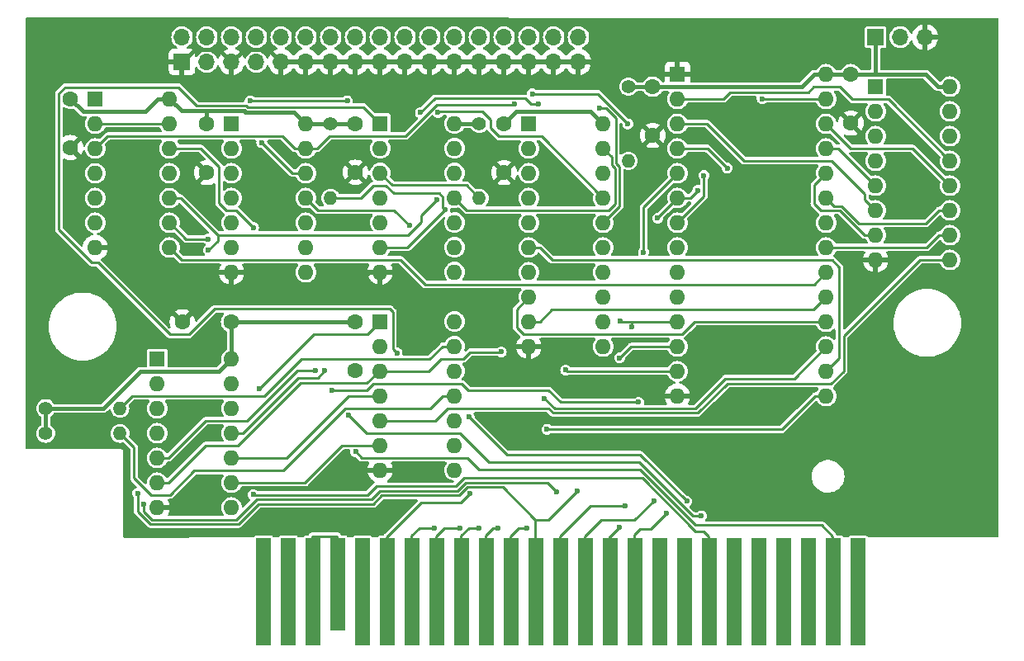
<source format=gbr>
%TF.GenerationSoftware,KiCad,Pcbnew,7.0.9*%
%TF.CreationDate,2024-02-03T08:46:51-03:00*%
%TF.ProjectId,HB3600-Cart,48423336-3030-42d4-9361-72742e6b6963,V1.0*%
%TF.SameCoordinates,Original*%
%TF.FileFunction,Copper,L1,Top*%
%TF.FilePolarity,Positive*%
%FSLAX46Y46*%
G04 Gerber Fmt 4.6, Leading zero omitted, Abs format (unit mm)*
G04 Created by KiCad (PCBNEW 7.0.9) date 2024-02-03 08:46:51*
%MOMM*%
%LPD*%
G01*
G04 APERTURE LIST*
%TA.AperFunction,ComponentPad*%
%ADD10C,1.600000*%
%TD*%
%TA.AperFunction,ComponentPad*%
%ADD11C,1.400000*%
%TD*%
%TA.AperFunction,ComponentPad*%
%ADD12O,1.400000X1.400000*%
%TD*%
%TA.AperFunction,ComponentPad*%
%ADD13R,1.600000X1.600000*%
%TD*%
%TA.AperFunction,ComponentPad*%
%ADD14O,1.600000X1.600000*%
%TD*%
%TA.AperFunction,ConnectorPad*%
%ADD15R,1.500000X11.000000*%
%TD*%
%TA.AperFunction,ConnectorPad*%
%ADD16R,1.500000X9.500000*%
%TD*%
%TA.AperFunction,ComponentPad*%
%ADD17R,1.700000X1.700000*%
%TD*%
%TA.AperFunction,ComponentPad*%
%ADD18O,1.700000X1.700000*%
%TD*%
%TA.AperFunction,ViaPad*%
%ADD19C,0.600000*%
%TD*%
%TA.AperFunction,Conductor*%
%ADD20C,0.400000*%
%TD*%
%TA.AperFunction,Conductor*%
%ADD21C,0.250000*%
%TD*%
G04 APERTURE END LIST*
D10*
%TO.P,C5,1*%
%TO.N,VCC*%
X192459800Y-95880400D03*
%TO.P,C5,2*%
%TO.N,GNDD*%
X192459800Y-100880400D03*
%TD*%
D11*
%TO.P,R4,1*%
%TO.N,VCC*%
X130223450Y-128894050D03*
D12*
%TO.P,R4,2*%
%TO.N,/~{DRQ}*%
X137843450Y-128894050D03*
%TD*%
D13*
%TO.P,U7,1*%
%TO.N,unconnected-(U7-Pad1)*%
X141659800Y-123820400D03*
D14*
%TO.P,U7,2*%
%TO.N,unconnected-(U7-Pad2)*%
X141659800Y-126360400D03*
%TO.P,U7,3*%
%TO.N,/A0*%
X141659800Y-128900400D03*
%TO.P,U7,4*%
%TO.N,/A1*%
X141659800Y-131440400D03*
%TO.P,U7,5*%
%TO.N,/A2*%
X141659800Y-133980400D03*
%TO.P,U7,6*%
%TO.N,/~{7}*%
X141659800Y-136520400D03*
%TO.P,U7,7,GND*%
%TO.N,GNDD*%
X141659800Y-139060400D03*
%TO.P,U7,8*%
%TO.N,Net-(U7-Pad8)*%
X149279800Y-139060400D03*
%TO.P,U7,9*%
%TO.N,/7FF8_to_7FFF*%
X149279800Y-136520400D03*
%TO.P,U7,10*%
%TO.N,Net-(U7-Pad10)*%
X149279800Y-133980400D03*
%TO.P,U7,11*%
%TO.N,Net-(U7-Pad11)*%
X149279800Y-131440400D03*
%TO.P,U7,12*%
%TO.N,unconnected-(U7-Pad12)*%
X149279800Y-128900400D03*
%TO.P,U7,13*%
%TO.N,unconnected-(U7-Pad13)*%
X149279800Y-126360400D03*
%TO.P,U7,14,VCC*%
%TO.N,VCC*%
X149279800Y-123820400D03*
%TD*%
D13*
%TO.P,U5,1,VPP*%
%TO.N,GNDD*%
X194999800Y-94610400D03*
D14*
%TO.P,U5,2,A12*%
%TO.N,/A12*%
X194999800Y-97150400D03*
%TO.P,U5,3,A7*%
%TO.N,/A7*%
X194999800Y-99690400D03*
%TO.P,U5,4,A6*%
%TO.N,/A6*%
X194999800Y-102230400D03*
%TO.P,U5,5,A5*%
%TO.N,/A5*%
X194999800Y-104770400D03*
%TO.P,U5,6,A4*%
%TO.N,/A4*%
X194999800Y-107310400D03*
%TO.P,U5,7,A3*%
%TO.N,/A3*%
X194999800Y-109850400D03*
%TO.P,U5,8,A2*%
%TO.N,/A2*%
X194999800Y-112390400D03*
%TO.P,U5,9,A1*%
%TO.N,/A1*%
X194999800Y-114930400D03*
%TO.P,U5,10,A0*%
%TO.N,/A0*%
X194999800Y-117470400D03*
%TO.P,U5,11,D0*%
%TO.N,/D0*%
X194999800Y-120010400D03*
%TO.P,U5,12,D1*%
%TO.N,/D1*%
X194999800Y-122550400D03*
%TO.P,U5,13,D2*%
%TO.N,/D2*%
X194999800Y-125090400D03*
%TO.P,U5,14,GND*%
%TO.N,GNDD*%
X194999800Y-127630400D03*
%TO.P,U5,15,D3*%
%TO.N,/D3*%
X210239800Y-127630400D03*
%TO.P,U5,16,D4*%
%TO.N,/D4*%
X210239800Y-125090400D03*
%TO.P,U5,17,D5*%
%TO.N,/D5*%
X210239800Y-122550400D03*
%TO.P,U5,18,D6*%
%TO.N,/D6*%
X210239800Y-120010400D03*
%TO.P,U5,19,D7*%
%TO.N,/D7*%
X210239800Y-117470400D03*
%TO.P,U5,20,~{CE}*%
%TO.N,Net-(U5-~{CE})*%
X210239800Y-114930400D03*
%TO.P,U5,21,A10*%
%TO.N,/A10*%
X210239800Y-112390400D03*
%TO.P,U5,22,~{OE}*%
%TO.N,/~{CS1}*%
X210239800Y-109850400D03*
%TO.P,U5,23,A11*%
%TO.N,/A11*%
X210239800Y-107310400D03*
%TO.P,U5,24,A9*%
%TO.N,/A9*%
X210239800Y-104770400D03*
%TO.P,U5,25,A8*%
%TO.N,/A8*%
X210239800Y-102230400D03*
%TO.P,U5,26,A13*%
%TO.N,/A13*%
X210239800Y-99690400D03*
%TO.P,U5,27,~{PGM}*%
%TO.N,/A14{slash}~{PGM}*%
X210239800Y-97150400D03*
%TO.P,U5,28,VCC*%
%TO.N,VCC*%
X210239800Y-94610400D03*
%TD*%
D11*
%TO.P,R1,1*%
%TO.N,VCC*%
X159439800Y-99690400D03*
D12*
%TO.P,R1,2*%
%TO.N,/D7*%
X159439800Y-107310400D03*
%TD*%
D13*
%TO.P,U3,1*%
%TO.N,Net-(U3-Pad1)*%
X164519800Y-99665000D03*
D14*
%TO.P,U3,2*%
%TO.N,/7FFF_RE*%
X164519800Y-102205000D03*
%TO.P,U3,3*%
%TO.N,/D6*%
X164519800Y-104745000D03*
%TO.P,U3,4*%
%TO.N,Net-(U3-Pad4)*%
X164519800Y-107285000D03*
%TO.P,U3,5*%
%TO.N,/7FFF_RE*%
X164519800Y-109825000D03*
%TO.P,U3,6*%
%TO.N,/D7*%
X164519800Y-112365000D03*
%TO.P,U3,7,GND*%
%TO.N,GNDD*%
X164519800Y-114905000D03*
%TO.P,U3,8*%
%TO.N,~{FDC_CS}*%
X172139800Y-114905000D03*
%TO.P,U3,9*%
%TO.N,/~{7}*%
X172139800Y-112365000D03*
%TO.P,U3,10*%
%TO.N,/7FF8_to_7FFF*%
X172139800Y-109825000D03*
%TO.P,U3,11*%
%TO.N,Net-(U4-CE)*%
X172139800Y-107285000D03*
%TO.P,U3,12*%
%TO.N,/7FF8_to_7FFF*%
X172139800Y-104745000D03*
%TO.P,U3,13*%
%TO.N,/~{7}*%
X172139800Y-102205000D03*
%TO.P,U3,14,VCC*%
%TO.N,VCC*%
X172139800Y-99665000D03*
%TD*%
D15*
%TO.P,P1,2,Pin_2*%
%TO.N,/~{CS2}*%
X213535800Y-147695000D03*
%TO.P,P1,4,Pin_4*%
%TO.N,/~{SLTSL}*%
X210995800Y-147695000D03*
%TO.P,P1,6,Pin_6*%
%TO.N,/~{RFSH}*%
X208455800Y-147695000D03*
%TO.P,P1,8,Pin_8*%
%TO.N,/~{INT}*%
X205915800Y-147695000D03*
%TO.P,P1,10,Pin_10*%
%TO.N,/~{BUSDIR}*%
X203375800Y-147695000D03*
%TO.P,P1,12,Pin_12*%
%TO.N,/~{MREQ}*%
X200835800Y-147695000D03*
%TO.P,P1,14,Pin_14*%
%TO.N,/~{RD}*%
X198295800Y-147695000D03*
%TO.P,P1,16,Pin_16*%
%TO.N,unconnected-(P1-Pin_16-Pad16)*%
X195755800Y-147695000D03*
%TO.P,P1,18,Pin_18*%
%TO.N,/A15*%
X193215800Y-147695000D03*
%TO.P,P1,20,Pin_20*%
%TO.N,/A10*%
X190675800Y-147695000D03*
%TO.P,P1,22,Pin_22*%
%TO.N,/A6*%
X188135800Y-147695000D03*
%TO.P,P1,24,Pin_24*%
%TO.N,/A8*%
X185595800Y-147695000D03*
%TO.P,P1,26,Pin_26*%
%TO.N,/A13*%
X183055800Y-147695000D03*
%TO.P,P1,28,Pin_28*%
%TO.N,/A0*%
X180515800Y-147695000D03*
%TO.P,P1,30,Pin_30*%
%TO.N,/A2*%
X177975800Y-147695000D03*
%TO.P,P1,32,Pin_32*%
%TO.N,/A4*%
X175435800Y-147695000D03*
%TO.P,P1,34,Pin_34*%
%TO.N,/D0*%
X172895800Y-147695000D03*
%TO.P,P1,36,Pin_36*%
%TO.N,/D2*%
X170355800Y-147695000D03*
%TO.P,P1,38,Pin_38*%
%TO.N,/D4*%
X167815800Y-147695000D03*
%TO.P,P1,40,Pin_40*%
%TO.N,/D6*%
X165275800Y-147695000D03*
%TO.P,P1,42,Pin_42*%
%TO.N,/~{CLOCK}*%
X162735800Y-147695000D03*
D16*
%TO.P,P1,44,Pin_44*%
%TO.N,/SW1*%
X160195800Y-146935000D03*
D15*
%TO.P,P1,46,Pin_46*%
X157655800Y-147695000D03*
%TO.P,P1,48,Pin_48*%
%TO.N,/+12V*%
X155115800Y-147695000D03*
%TO.P,P1,50,Pin_50*%
%TO.N,/-12V*%
X152575800Y-147695000D03*
%TD*%
D10*
%TO.P,C2,1*%
%TO.N,VCC*%
X146739800Y-99690400D03*
%TO.P,C2,2*%
%TO.N,GNDD*%
X146739800Y-104690400D03*
%TD*%
%TO.P,C7,1*%
%TO.N,VCC*%
X149239800Y-120010400D03*
%TO.P,C7,2*%
%TO.N,GNDD*%
X144239800Y-120010400D03*
%TD*%
D11*
%TO.P,R3,1*%
%TO.N,VCC*%
X189970600Y-95880400D03*
D12*
%TO.P,R3,2*%
%TO.N,Net-(U4-CE)*%
X189970600Y-103500400D03*
%TD*%
D11*
%TO.P,R5,1*%
%TO.N,VCC*%
X130229800Y-131465800D03*
D12*
%TO.P,R5,2*%
%TO.N,/~{IRQ}*%
X137849800Y-131465800D03*
%TD*%
D13*
%TO.P,U1,1*%
%TO.N,/~{RD}*%
X135309800Y-97150400D03*
D14*
%TO.P,U1,2*%
%TO.N,/~{SLTSL}*%
X135309800Y-99690400D03*
%TO.P,U1,3*%
%TO.N,Net-(U4-A->B)*%
X135309800Y-102230400D03*
%TO.P,U1,4*%
%TO.N,unconnected-(U1-Pad4)*%
X135309800Y-104770400D03*
%TO.P,U1,5*%
%TO.N,unconnected-(U1-Pad5)*%
X135309800Y-107310400D03*
%TO.P,U1,6*%
%TO.N,unconnected-(U1-Pad6)*%
X135309800Y-109850400D03*
%TO.P,U1,7,GND*%
%TO.N,GNDD*%
X135309800Y-112390400D03*
%TO.P,U1,8*%
%TO.N,Net-(U5-~{CE})*%
X142929800Y-112390400D03*
%TO.P,U1,9*%
%TO.N,/~{SLTSL}*%
X142929800Y-109850400D03*
%TO.P,U1,10*%
%TO.N,/7FF8_to_7FFF*%
X142929800Y-107310400D03*
%TO.P,U1,11*%
%TO.N,Net-(U1-Pad11)*%
X142929800Y-104770400D03*
%TO.P,U1,12*%
%TO.N,/~{WR}*%
X142929800Y-102230400D03*
%TO.P,U1,13*%
%TO.N,/~{SLTSL}*%
X142929800Y-99690400D03*
%TO.P,U1,14,VCC*%
%TO.N,VCC*%
X142929800Y-97150400D03*
%TD*%
D10*
%TO.P,C1,1*%
%TO.N,VCC*%
X132769800Y-97139600D03*
%TO.P,C1,2*%
%TO.N,GNDD*%
X132769800Y-102139600D03*
%TD*%
D13*
%TO.P,U4,1,A->B*%
%TO.N,Net-(U4-A->B)*%
X179759800Y-99690400D03*
D14*
%TO.P,U4,2,A0*%
%TO.N,/D0*%
X179759800Y-102230400D03*
%TO.P,U4,3,A1*%
%TO.N,/D1*%
X179759800Y-104770400D03*
%TO.P,U4,4,A2*%
%TO.N,/D2*%
X179759800Y-107310400D03*
%TO.P,U4,5,A3*%
%TO.N,/D3*%
X179759800Y-109850400D03*
%TO.P,U4,6,A4*%
%TO.N,/D4*%
X179759800Y-112390400D03*
%TO.P,U4,7,A5*%
%TO.N,/D5*%
X179759800Y-114930400D03*
%TO.P,U4,8,A6*%
%TO.N,/D6*%
X179759800Y-117470400D03*
%TO.P,U4,9,A7*%
%TO.N,/D7*%
X179759800Y-120010400D03*
%TO.P,U4,10,GND*%
%TO.N,GNDD*%
X179759800Y-122550400D03*
%TO.P,U4,11,B7*%
%TO.N,/FDC_D7*%
X187379800Y-122550400D03*
%TO.P,U4,12,B6*%
%TO.N,/FDC_D6*%
X187379800Y-120010400D03*
%TO.P,U4,13,B5*%
%TO.N,/FDC_D5*%
X187379800Y-117470400D03*
%TO.P,U4,14,B4*%
%TO.N,/FDC_D4*%
X187379800Y-114930400D03*
%TO.P,U4,15,B3*%
%TO.N,/FDC_D3*%
X187379800Y-112390400D03*
%TO.P,U4,16,B2*%
%TO.N,/FDC_D2*%
X187379800Y-109850400D03*
%TO.P,U4,17,B1*%
%TO.N,/FDC_D1*%
X187379800Y-107310400D03*
%TO.P,U4,18,B0*%
%TO.N,/FDC_D0*%
X187379800Y-104770400D03*
%TO.P,U4,19,CE*%
%TO.N,Net-(U4-CE)*%
X187379800Y-102230400D03*
%TO.P,U4,20,VCC*%
%TO.N,VCC*%
X187379800Y-99690400D03*
%TD*%
D11*
%TO.P,R2,1*%
%TO.N,VCC*%
X174679800Y-99690400D03*
D12*
%TO.P,R2,2*%
%TO.N,/D6*%
X174679800Y-107310400D03*
%TD*%
D17*
%TO.P,J1,1,Pin_1*%
%TO.N,GNDD*%
X144199800Y-93340400D03*
D18*
%TO.P,J1,2,Pin_2*%
%TO.N,/~{DRQ}*%
X144199800Y-90800400D03*
%TO.P,J1,3,Pin_3*%
%TO.N,unconnected-(J1-Pin_3-Pad3)*%
X146739800Y-93340400D03*
%TO.P,J1,4,Pin_4*%
%TO.N,/~{IRQ}*%
X146739800Y-90800400D03*
%TO.P,J1,5,Pin_5*%
%TO.N,GNDD*%
X149279800Y-93340400D03*
%TO.P,J1,6,Pin_6*%
%TO.N,~{FDC_WE}*%
X149279800Y-90800400D03*
%TO.P,J1,7,Pin_7*%
%TO.N,unconnected-(J1-Pin_7-Pad7)*%
X151819800Y-93340400D03*
%TO.P,J1,8,Pin_8*%
%TO.N,~{FDC_CS}*%
X151819800Y-90800400D03*
%TO.P,J1,9,Pin_9*%
%TO.N,GNDD*%
X154359800Y-93340400D03*
%TO.P,J1,10,Pin_10*%
%TO.N,~{FDC_RE}*%
X154359800Y-90800400D03*
%TO.P,J1,11,Pin_11*%
%TO.N,GNDD*%
X156899800Y-93340400D03*
%TO.P,J1,12,Pin_12*%
%TO.N,FDC_A0*%
X156899800Y-90800400D03*
%TO.P,J1,13,Pin_13*%
%TO.N,GNDD*%
X159439800Y-93340400D03*
%TO.P,J1,14,Pin_14*%
%TO.N,FDC_A1*%
X159439800Y-90800400D03*
%TO.P,J1,15,Pin_15*%
%TO.N,GNDD*%
X161979800Y-93340400D03*
%TO.P,J1,16,Pin_16*%
%TO.N,FDC_A2*%
X161979800Y-90800400D03*
%TO.P,J1,17,Pin_17*%
%TO.N,GNDD*%
X164519800Y-93340400D03*
%TO.P,J1,18,Pin_18*%
%TO.N,/FDC_D0*%
X164519800Y-90800400D03*
%TO.P,J1,19,Pin_19*%
%TO.N,GNDD*%
X167059800Y-93340400D03*
%TO.P,J1,20,Pin_20*%
%TO.N,/FDC_D1*%
X167059800Y-90800400D03*
%TO.P,J1,21,Pin_21*%
%TO.N,GNDD*%
X169599800Y-93340400D03*
%TO.P,J1,22,Pin_22*%
%TO.N,/FDC_D2*%
X169599800Y-90800400D03*
%TO.P,J1,23,Pin_23*%
%TO.N,GNDD*%
X172139800Y-93340400D03*
%TO.P,J1,24,Pin_24*%
%TO.N,/FDC_D3*%
X172139800Y-90800400D03*
%TO.P,J1,25,Pin_25*%
%TO.N,GNDD*%
X174679800Y-93340400D03*
%TO.P,J1,26,Pin_26*%
%TO.N,/FDC_D4*%
X174679800Y-90800400D03*
%TO.P,J1,27,Pin_27*%
%TO.N,GNDD*%
X177219800Y-93340400D03*
%TO.P,J1,28,Pin_28*%
%TO.N,/FDC_D5*%
X177219800Y-90800400D03*
%TO.P,J1,29,Pin_29*%
%TO.N,GNDD*%
X179759800Y-93340400D03*
%TO.P,J1,30,Pin_30*%
%TO.N,/FDC_D6*%
X179759800Y-90800400D03*
%TO.P,J1,31,Pin_31*%
%TO.N,GNDD*%
X182299800Y-93340400D03*
%TO.P,J1,32,Pin_32*%
%TO.N,/FDC_D7*%
X182299800Y-90800400D03*
%TO.P,J1,33,Pin_33*%
%TO.N,GNDD*%
X184839800Y-93340400D03*
%TO.P,J1,34,Pin_34*%
%TO.N,~{FDC_RST}*%
X184839800Y-90800400D03*
%TD*%
D13*
%TO.P,U2,1*%
%TO.N,Net-(U1-Pad11)*%
X149279800Y-99690400D03*
D14*
%TO.P,U2,2*%
%TO.N,~{FDC_WE}*%
X149279800Y-102230400D03*
%TO.P,U2,3*%
%TO.N,/A0*%
X149279800Y-104770400D03*
%TO.P,U2,4*%
%TO.N,FDC_A0*%
X149279800Y-107310400D03*
%TO.P,U2,5*%
%TO.N,/A1*%
X149279800Y-109850400D03*
%TO.P,U2,6*%
%TO.N,FDC_A1*%
X149279800Y-112390400D03*
%TO.P,U2,7,GND*%
%TO.N,GNDD*%
X149279800Y-114930400D03*
%TO.P,U2,8*%
%TO.N,FDC_A2*%
X156899800Y-114930400D03*
%TO.P,U2,9*%
%TO.N,/A2*%
X156899800Y-112390400D03*
%TO.P,U2,10*%
%TO.N,~{FDC_RST}*%
X156899800Y-109850400D03*
%TO.P,U2,11*%
%TO.N,/~{RESET}*%
X156899800Y-107310400D03*
%TO.P,U2,12*%
%TO.N,~{FDC_RE}*%
X156899800Y-104770400D03*
%TO.P,U2,13*%
%TO.N,Net-(U4-A->B)*%
X156899800Y-102230400D03*
%TO.P,U2,14,VCC*%
%TO.N,VCC*%
X156899800Y-99690400D03*
%TD*%
D13*
%TO.P,U6,1*%
%TO.N,/A3*%
X215319800Y-95880400D03*
D14*
%TO.P,U6,2*%
%TO.N,/A4*%
X215319800Y-98420400D03*
%TO.P,U6,3*%
%TO.N,/A5*%
X215319800Y-100960400D03*
%TO.P,U6,4*%
%TO.N,/A6*%
X215319800Y-103500400D03*
%TO.P,U6,5*%
%TO.N,/A8*%
X215319800Y-106040400D03*
%TO.P,U6,6*%
%TO.N,/A7*%
X215319800Y-108580400D03*
%TO.P,U6,7*%
%TO.N,/A9*%
X215319800Y-111120400D03*
%TO.P,U6,8,GND*%
%TO.N,GNDD*%
X215319800Y-113660400D03*
%TO.P,U6,9*%
%TO.N,Net-(U6-Pad9)*%
X222939800Y-113660400D03*
%TO.P,U6,10*%
%TO.N,/A10*%
X222939800Y-111120400D03*
%TO.P,U6,11*%
%TO.N,/A11*%
X222939800Y-108580400D03*
%TO.P,U6,12*%
%TO.N,/A13*%
X222939800Y-106040400D03*
%TO.P,U6,13*%
%TO.N,/A12*%
X222939800Y-103500400D03*
%TO.P,U6,14*%
%TO.N,VCC*%
X222939800Y-100960400D03*
%TO.P,U6,15*%
X222939800Y-98420400D03*
%TO.P,U6,16,VCC*%
X222939800Y-95880400D03*
%TD*%
D10*
%TO.P,C6,1*%
%TO.N,VCC*%
X212779800Y-94610400D03*
%TO.P,C6,2*%
%TO.N,GNDD*%
X212779800Y-99610400D03*
%TD*%
%TO.P,C4,1*%
%TO.N,VCC*%
X177215800Y-99690400D03*
%TO.P,C4,2*%
%TO.N,GNDD*%
X177215800Y-104690400D03*
%TD*%
D13*
%TO.P,U8,1*%
%TO.N,Net-(U7-Pad8)*%
X164513450Y-119978650D03*
D14*
%TO.P,U8,2*%
%TO.N,/7FFF_RE*%
X164513450Y-122518650D03*
%TO.P,U8,3*%
%TO.N,/~{7}*%
X164513450Y-125058650D03*
%TO.P,U8,4*%
%TO.N,Net-(U7-Pad10)*%
X164513450Y-127598650D03*
%TO.P,U8,5*%
%TO.N,Net-(U6-Pad9)*%
X164513450Y-130138650D03*
%TO.P,U8,6*%
%TO.N,/7FF8_to_7FFF*%
X164513450Y-132678650D03*
%TO.P,U8,7,GND*%
%TO.N,GNDD*%
X164513450Y-135218650D03*
%TO.P,U8,8*%
%TO.N,Net-(U7-Pad11)*%
X172133450Y-135218650D03*
%TO.P,U8,9*%
%TO.N,Net-(U4-A->B)*%
X172133450Y-132678650D03*
%TO.P,U8,10*%
%TO.N,Net-(U3-Pad1)*%
X172133450Y-130138650D03*
%TO.P,U8,11*%
%TO.N,/~{IRQ}*%
X172133450Y-127598650D03*
%TO.P,U8,12*%
%TO.N,Net-(U3-Pad4)*%
X172133450Y-125058650D03*
%TO.P,U8,13*%
%TO.N,/~{DRQ}*%
X172133450Y-122518650D03*
%TO.P,U8,14,VCC*%
%TO.N,VCC*%
X172133450Y-119978650D03*
%TD*%
D17*
%TO.P,J2,1,Pin_1*%
%TO.N,VCC*%
X215313450Y-90794050D03*
D18*
%TO.P,J2,2,Pin_2*%
%TO.N,/A14{slash}~{PGM}*%
X217853450Y-90794050D03*
%TO.P,J2,3,Pin_3*%
%TO.N,GNDD*%
X220393450Y-90794050D03*
%TD*%
D10*
%TO.P,C3,1*%
%TO.N,VCC*%
X161979800Y-99665000D03*
%TO.P,C3,2*%
%TO.N,GNDD*%
X161979800Y-104665000D03*
%TD*%
%TO.P,C8,1*%
%TO.N,VCC*%
X161973450Y-120004050D03*
%TO.P,C8,2*%
%TO.N,GNDD*%
X161973450Y-125004050D03*
%TD*%
D19*
%TO.N,/A1*%
X182633800Y-137461400D03*
X140272589Y-138720411D03*
%TO.N,/A3*%
X197707800Y-104989500D03*
%TO.N,/A5*%
X191514800Y-112871200D03*
%TO.N,/D1*%
X189075250Y-123712450D03*
%TO.N,/D3*%
X181630800Y-131037400D03*
%TO.N,/D5*%
X181353800Y-127844400D03*
%TO.N,/D7*%
X171161547Y-108517253D03*
%TO.N,/D6*%
X173739117Y-137637117D03*
%TO.N,/D4*%
X170057000Y-141168600D03*
%TO.N,/D2*%
X183533900Y-124963400D03*
X172739611Y-141184211D03*
%TO.N,/D0*%
X190317800Y-120556200D03*
X189108674Y-119938348D03*
X174656500Y-141170700D03*
%TO.N,/A4*%
X197076800Y-106521400D03*
X176583654Y-141192854D03*
X192967800Y-109367800D03*
%TO.N,/A2*%
X190998800Y-128261400D03*
X157887489Y-124985889D03*
X179595800Y-141168600D03*
X159611250Y-127039850D03*
%TO.N,/A0*%
X139663700Y-137587200D03*
X184698672Y-137395272D03*
%TO.N,/A13*%
X189657800Y-138867400D03*
%TO.N,/A8*%
X192612200Y-138349200D03*
%TO.N,/A6*%
X200096027Y-104246173D03*
X189030800Y-141067000D03*
%TO.N,/A10*%
X193894800Y-139663400D03*
%TO.N,/~{WR}*%
X151534050Y-110326650D03*
X161253800Y-129587400D03*
X197446800Y-139916400D03*
%TO.N,/~{SLTSL}*%
X146860450Y-111520450D03*
X162005200Y-133334900D03*
%TO.N,Net-(U4-A->B)*%
X178254850Y-97692350D03*
%TO.N,/~{RD}*%
X151495337Y-137728040D03*
%TO.N,/~{RESET}*%
X195962800Y-138422400D03*
X173638400Y-129764000D03*
X167503800Y-110102200D03*
%TO.N,Net-(U3-Pad1)*%
X166247000Y-123207900D03*
%TO.N,~{FDC_CS}*%
X151184800Y-97339000D03*
X161143100Y-97339000D03*
%TO.N,~{FDC_RE}*%
X152378600Y-101620800D03*
%TO.N,Net-(U7-Pad8)*%
X152124600Y-126893800D03*
%TO.N,/FDC_D0*%
X180705301Y-97683679D03*
X168649161Y-98536561D03*
%TO.N,/FDC_D1*%
X170430800Y-98538100D03*
%TO.N,/FDC_D2*%
X187028800Y-98104500D03*
%TO.N,/FDC_D5*%
X180127800Y-96602700D03*
X189900750Y-99696750D03*
%TO.N,/~{7}*%
X176940400Y-123083800D03*
%TO.N,Net-(U7-Pad11)*%
X158855600Y-124988800D03*
%TO.N,/7FF8_to_7FFF*%
X146901800Y-112659200D03*
X170321500Y-107462800D03*
%TO.N,/A14{slash}~{PGM}*%
X203679986Y-97124736D03*
%TD*%
D20*
%TO.N,VCC*%
X149279800Y-120010400D02*
X149239800Y-120010400D01*
X178458050Y-98414050D02*
X186103450Y-98414050D01*
X186103450Y-98414050D02*
X187379800Y-99690400D01*
X173341800Y-99665000D02*
X172139800Y-99665000D01*
X221737800Y-95880400D02*
X220467800Y-94610400D01*
X130229800Y-128976600D02*
X130229800Y-131440400D01*
X177194400Y-99690400D02*
X177194400Y-99677700D01*
X159464800Y-99665000D02*
X159439800Y-99690400D01*
X147984400Y-125115800D02*
X149279800Y-123820400D01*
X136141650Y-128894050D02*
X139919900Y-125115800D01*
X130223450Y-128894050D02*
X136141650Y-128894050D01*
X207767800Y-95880400D02*
X192459800Y-95880400D01*
X134076000Y-98445800D02*
X140432400Y-98445800D01*
X222939800Y-95880400D02*
X221737800Y-95880400D01*
X155698400Y-98489000D02*
X150708454Y-98489000D01*
X215338850Y-94610400D02*
X212779800Y-94610400D01*
X192459800Y-95880400D02*
X189970800Y-95880400D01*
X146739800Y-98367550D02*
X146733450Y-98361200D01*
X146733450Y-98361200D02*
X144140600Y-98361200D01*
X144140600Y-98361200D02*
X142929800Y-97150400D01*
X189970800Y-95880400D02*
X189970600Y-95880400D01*
X210239800Y-94610400D02*
X209037800Y-94610400D01*
X212779800Y-94610400D02*
X210239800Y-94610400D01*
X149279800Y-120010400D02*
X161967100Y-120010400D01*
X156899800Y-99690400D02*
X155698400Y-98489000D01*
X215313450Y-90794050D02*
X215313450Y-94585000D01*
X130280600Y-128925800D02*
X130229800Y-128976600D01*
X173366800Y-99690400D02*
X173341800Y-99665000D01*
X150580654Y-98361200D02*
X146733450Y-98361200D01*
X156899800Y-99690400D02*
X159439800Y-99690400D01*
X150708454Y-98489000D02*
X150580654Y-98361200D01*
X220467800Y-94610400D02*
X215338850Y-94610400D01*
X215313450Y-94585000D02*
X215338850Y-94610400D01*
X141727800Y-97150400D02*
X142929800Y-97150400D01*
X149279800Y-120010400D02*
X149279800Y-123820400D01*
X177194400Y-99677700D02*
X178458050Y-98414050D01*
X132769800Y-97139600D02*
X134076000Y-98445800D01*
X161967100Y-120010400D02*
X161973450Y-120004050D01*
X161979800Y-99665000D02*
X159464800Y-99665000D01*
X146739800Y-99690400D02*
X146739800Y-98367550D01*
X174679800Y-99690400D02*
X173366800Y-99690400D01*
X209037800Y-94610400D02*
X207767800Y-95880400D01*
X140432400Y-98445800D02*
X141727800Y-97150400D01*
X139919900Y-125115800D02*
X147984400Y-125115800D01*
D21*
%TO.N,/A9*%
X209731800Y-108580400D02*
X209020600Y-107869200D01*
X209020600Y-105989600D02*
X210239800Y-104770400D01*
X211652800Y-108580400D02*
X209731800Y-108580400D01*
X209020600Y-107869200D02*
X209020600Y-105989600D01*
X215319800Y-111120400D02*
X214192800Y-111120400D01*
X214192800Y-111120400D02*
X211652800Y-108580400D01*
%TO.N,/A11*%
X211059800Y-108130400D02*
X210239800Y-107310400D01*
X222939800Y-108580400D02*
X221812800Y-108580400D01*
X213609996Y-109901200D02*
X211839196Y-108130400D01*
X220492000Y-109901200D02*
X213609996Y-109901200D01*
X211839196Y-108130400D02*
X211059800Y-108130400D01*
X221812800Y-108580400D02*
X220492000Y-109901200D01*
%TO.N,/A7*%
X214194800Y-106922000D02*
X210773200Y-103500400D01*
X215319800Y-108580400D02*
X214194800Y-107455400D01*
X214194800Y-107455400D02*
X214194800Y-106922000D01*
X201832400Y-103500400D02*
X198022400Y-99690400D01*
X198022400Y-99690400D02*
X194999800Y-99690400D01*
X210773200Y-103500400D02*
X201832400Y-103500400D01*
%TO.N,/A12*%
X195006150Y-97144050D02*
X199717850Y-97144050D01*
X200403650Y-96458250D02*
X208410950Y-96458250D01*
X199717850Y-97144050D02*
X200403650Y-96458250D01*
X208410950Y-96458250D02*
X208963400Y-95905800D01*
X212949700Y-97175800D02*
X216615200Y-97175800D01*
X211679700Y-95905800D02*
X212949700Y-97175800D01*
X194999800Y-97150400D02*
X195006150Y-97144050D01*
X208963400Y-95905800D02*
X211679700Y-95905800D01*
X216615200Y-97175800D02*
X222939800Y-103500400D01*
%TO.N,/A1*%
X140272589Y-138720411D02*
X140272589Y-139449793D01*
X181668250Y-136495850D02*
X182633800Y-137461400D01*
X172411187Y-137367400D02*
X173282737Y-136495850D01*
X149780600Y-140312200D02*
X151852400Y-138240400D01*
X141134996Y-140312200D02*
X149780600Y-140312200D01*
X163622800Y-138240400D02*
X164495800Y-137367400D01*
X140272589Y-139449793D02*
X141134996Y-140312200D01*
X173282737Y-136495850D02*
X181668250Y-136495850D01*
X164495800Y-137367400D02*
X172411187Y-137367400D01*
X151852400Y-138240400D02*
X163622800Y-138240400D01*
%TO.N,/A3*%
X197707800Y-104989500D02*
X197707800Y-107142000D01*
X197707800Y-107142000D02*
X194999800Y-109850400D01*
%TO.N,/A5*%
X194999800Y-104770400D02*
X191514800Y-108255400D01*
X191514800Y-108275600D02*
X191514800Y-112871200D01*
X191514800Y-108255400D02*
X191514800Y-108275600D01*
%TO.N,/D1*%
X189075250Y-123712450D02*
X190237300Y-122550400D01*
X190237300Y-122550400D02*
X194999800Y-122550400D01*
%TO.N,/D3*%
X209112800Y-127630400D02*
X205705800Y-131037400D01*
X210239800Y-127630400D02*
X209112800Y-127630400D01*
X205705800Y-131037400D02*
X181630800Y-131037400D01*
%TO.N,/D5*%
X199902000Y-125827000D02*
X196825600Y-128903400D01*
X196825600Y-128903400D02*
X182412800Y-128903400D01*
X210239800Y-122550400D02*
X206963200Y-125827000D01*
X182412800Y-128903400D02*
X181353800Y-127844400D01*
X206963200Y-125827000D02*
X199902000Y-125827000D01*
%TO.N,/D7*%
X171161547Y-108517253D02*
X170946000Y-108301706D01*
X165104000Y-106015000D02*
X163834000Y-106015000D01*
X210214400Y-117470400D02*
X208919000Y-118765800D01*
X162538600Y-107310400D02*
X159439800Y-107310400D01*
X208919000Y-118765800D02*
X182131400Y-118765800D01*
X165926800Y-106837800D02*
X165104000Y-106015000D01*
X182131400Y-118765800D02*
X180886800Y-120010400D01*
X167313800Y-112365000D02*
X164519800Y-112365000D01*
X180886800Y-120010400D02*
X179759800Y-120010400D01*
X170946000Y-108301706D02*
X170946000Y-107203416D01*
X170580384Y-106837800D02*
X165926800Y-106837800D01*
X170946000Y-107203416D02*
X170580384Y-106837800D01*
X210239800Y-117470400D02*
X210214400Y-117470400D01*
X171161547Y-108517253D02*
X167313800Y-112365000D01*
X163834000Y-106015000D02*
X162538600Y-107310400D01*
D20*
%TO.N,GNDD*%
X164519800Y-93340400D02*
X161979800Y-93340400D01*
X150569800Y-92050400D02*
X153069800Y-92050400D01*
X182299800Y-93340400D02*
X179759800Y-93340400D01*
X163392800Y-114905000D02*
X164519800Y-114905000D01*
X179759800Y-122550400D02*
X177677000Y-122550400D01*
X149279800Y-93340400D02*
X150569800Y-92050400D01*
X159439800Y-93340400D02*
X156899800Y-93340400D01*
X172139800Y-93340400D02*
X169599800Y-93340400D01*
X172952600Y-117826000D02*
X168863200Y-117826000D01*
X149279800Y-114930400D02*
X150626000Y-114930400D01*
X193475800Y-127630400D02*
X193196400Y-127351000D01*
X139577000Y-111362600D02*
X143144800Y-114930400D01*
X169599800Y-93340400D02*
X167059800Y-93340400D01*
X182960200Y-127351000D02*
X179759800Y-124150600D01*
X145389800Y-106040400D02*
X146739800Y-104690400D01*
X153069800Y-92050400D02*
X154359800Y-93340400D01*
X145489800Y-92050400D02*
X147989800Y-92050400D01*
X168863200Y-117826000D02*
X165942200Y-114905000D01*
X140516800Y-106040400D02*
X145389800Y-106040400D01*
X194999800Y-94610400D02*
X187286800Y-94610400D01*
X152023000Y-116327400D02*
X161970400Y-116327400D01*
X135309800Y-112390400D02*
X138548300Y-112390400D01*
X182299800Y-93340400D02*
X184839800Y-93340400D01*
X145165000Y-114981200D02*
X145215800Y-114930400D01*
X161970400Y-116327400D02*
X163392800Y-114905000D01*
X145165000Y-119085200D02*
X145165000Y-114981200D01*
X177219800Y-93340400D02*
X174679800Y-93340400D01*
X194358450Y-98414050D02*
X193520250Y-99252250D01*
X186016800Y-93340400D02*
X184839800Y-93340400D01*
X143144800Y-114930400D02*
X149279800Y-114930400D01*
X212779800Y-99610400D02*
X211583450Y-98414050D01*
X134130800Y-103500400D02*
X136097200Y-103500400D01*
X150626000Y-114930400D02*
X152023000Y-116327400D01*
X138548300Y-112390400D02*
X139576100Y-111362600D01*
X165942200Y-114905000D02*
X164519800Y-114905000D01*
X139576100Y-111362600D02*
X139577000Y-111362600D01*
X156899800Y-93340400D02*
X154359800Y-93340400D01*
X144239800Y-120010400D02*
X145165000Y-119085200D01*
X194999800Y-127630400D02*
X193475800Y-127630400D01*
X193520250Y-99252250D02*
X193520250Y-99819950D01*
X161979800Y-93340400D02*
X159439800Y-93340400D01*
X174679800Y-93340400D02*
X172139800Y-93340400D01*
X147989800Y-92050400D02*
X149279800Y-93340400D01*
X144199800Y-93340400D02*
X145489800Y-92050400D01*
X193196400Y-127351000D02*
X182960200Y-127351000D01*
X177677000Y-122550400D02*
X172952600Y-117826000D01*
X139577000Y-106980200D02*
X140516800Y-106040400D01*
X179759800Y-124150600D02*
X179759800Y-122550400D01*
X167034400Y-93340400D02*
X164494400Y-93340400D01*
X139577000Y-111362600D02*
X139577000Y-106980200D01*
X193520250Y-99819950D02*
X192459800Y-100880400D01*
X187286800Y-94610400D02*
X186016800Y-93340400D01*
X132769800Y-102139600D02*
X134130800Y-103500400D01*
X211583450Y-98414050D02*
X194358450Y-98414050D01*
X179759800Y-93340400D02*
X177219800Y-93340400D01*
X136097200Y-103500400D02*
X139577000Y-106980200D01*
D21*
%TO.N,/D6*%
X173359000Y-105989600D02*
X165764400Y-105989600D01*
X165205800Y-147823400D02*
X165205800Y-144909900D01*
X172812834Y-138563400D02*
X168725200Y-138563400D01*
X179759800Y-117470400D02*
X178515200Y-118715000D01*
X179201000Y-121280400D02*
X195482400Y-121280400D01*
X195482400Y-121280400D02*
X196752400Y-120010400D01*
X178515200Y-120594600D02*
X179201000Y-121280400D01*
X196752400Y-120010400D02*
X210239800Y-120010400D01*
X174679800Y-107310400D02*
X173359000Y-105989600D01*
X168725200Y-138563400D02*
X165205800Y-142082800D01*
X165764400Y-105989600D02*
X164519800Y-104745000D01*
X178515200Y-118715000D02*
X178515200Y-120594600D01*
X165205800Y-142082800D02*
X165205800Y-144909900D01*
X173739117Y-137637117D02*
X172812834Y-138563400D01*
X165205800Y-144909900D02*
X165205600Y-144910100D01*
X165205600Y-144910100D02*
X165205600Y-147823400D01*
%TO.N,/D4*%
X170057000Y-141168600D02*
X168533000Y-141168600D01*
X180886800Y-112390400D02*
X182156800Y-113660400D01*
X182156800Y-113660400D02*
X210849400Y-113660400D01*
X211584800Y-123745400D02*
X210239800Y-125090400D01*
X211586000Y-114397000D02*
X211586000Y-121274304D01*
X168533000Y-141168600D02*
X167745800Y-141955800D01*
X210849400Y-113660400D02*
X211586000Y-114397000D01*
X167745800Y-145022400D02*
X167745600Y-145022600D01*
X211584800Y-121275504D02*
X211584800Y-123745400D01*
X211586000Y-121274304D02*
X211584800Y-121275504D01*
X179759800Y-112390400D02*
X180886800Y-112390400D01*
X167745800Y-147823400D02*
X167745800Y-145022400D01*
X167745800Y-141955800D02*
X167745800Y-145022400D01*
X167745600Y-145022600D02*
X167745600Y-147823400D01*
%TO.N,/D2*%
X170285800Y-145022400D02*
X170285600Y-145022600D01*
X171097989Y-141184211D02*
X170285800Y-141996400D01*
X183533900Y-124963400D02*
X183660900Y-125090400D01*
X170285600Y-145022600D02*
X170285600Y-147823400D01*
X172739611Y-141184211D02*
X171097989Y-141184211D01*
X170285800Y-147823400D02*
X170285800Y-145022400D01*
X183660900Y-125090400D02*
X194999800Y-125090400D01*
X170285800Y-141996400D02*
X170285800Y-145022400D01*
%TO.N,/D0*%
X173636300Y-141170700D02*
X172825800Y-141981200D01*
X172825800Y-144909900D02*
X172825600Y-144910100D01*
X172825800Y-141981200D02*
X172825800Y-144909900D01*
X194999800Y-120010400D02*
X190317800Y-120010400D01*
X172825600Y-144910100D02*
X172825600Y-147823400D01*
X190317800Y-120010400D02*
X189180726Y-120010400D01*
X190317800Y-120010400D02*
X190317800Y-120556200D01*
X189180726Y-120010400D02*
X189108674Y-119938348D01*
X174656500Y-141170700D02*
X173636300Y-141170700D01*
X172825800Y-147823400D02*
X172825800Y-144909900D01*
%TO.N,/A4*%
X175365800Y-141930400D02*
X175365800Y-145101900D01*
X192967800Y-109342400D02*
X194999800Y-107310400D01*
X175365600Y-145102100D02*
X175365600Y-147823400D01*
X176583654Y-141192854D02*
X176103346Y-141192854D01*
X176103346Y-141192854D02*
X175365800Y-141930400D01*
X175365800Y-145101900D02*
X175365800Y-147823400D01*
X196295200Y-107310400D02*
X194999800Y-107310400D01*
X197076800Y-106521400D02*
X197076800Y-106528800D01*
X175365800Y-145101900D02*
X175365600Y-145102100D01*
X197076800Y-106528800D02*
X196295200Y-107310400D01*
X192967800Y-109367800D02*
X192967800Y-109342400D01*
%TO.N,/A2*%
X150838800Y-130170400D02*
X146596800Y-130170400D01*
X181791800Y-127046200D02*
X183007000Y-128261400D01*
X177905800Y-144909900D02*
X177905800Y-147823400D01*
X179595800Y-141168600D02*
X178743800Y-141168600D01*
X172876400Y-126360400D02*
X173562200Y-127046200D01*
X146596800Y-130170400D02*
X142786800Y-133980400D01*
X177905800Y-144909900D02*
X177905600Y-144910100D01*
X163808600Y-126360400D02*
X172876400Y-126360400D01*
X156023311Y-124985889D02*
X150838800Y-130170400D01*
X142786800Y-133980400D02*
X141659800Y-133980400D01*
X177905800Y-142006600D02*
X177905800Y-144909900D01*
X177905600Y-144910100D02*
X177905600Y-147823400D01*
X173562200Y-127046200D02*
X181791800Y-127046200D01*
X157887489Y-124985889D02*
X156023311Y-124985889D01*
X163129150Y-127039850D02*
X163808600Y-126360400D01*
X159611250Y-127039850D02*
X163129150Y-127039850D01*
X183007000Y-128261400D02*
X190998800Y-128261400D01*
X178743800Y-141168600D02*
X177905800Y-142006600D01*
%TO.N,/A0*%
X180445600Y-145074100D02*
X180445600Y-147823400D01*
X180445800Y-145073900D02*
X180445600Y-145074100D01*
X180445800Y-147823400D02*
X180445800Y-145073900D01*
X164682196Y-137817400D02*
X172597583Y-137817400D01*
X184698672Y-137395272D02*
X184697928Y-137395272D01*
X184697928Y-137395272D02*
X181799800Y-140293400D01*
X139647589Y-139461189D02*
X140948600Y-140762200D01*
X172597583Y-137817400D02*
X173469133Y-136945850D01*
X181799800Y-140293400D02*
X180445800Y-140293400D01*
X177098250Y-136945850D02*
X180445800Y-140293400D01*
X163809196Y-138690400D02*
X164682196Y-137817400D01*
X173469133Y-136945850D02*
X177098250Y-136945850D01*
X180445800Y-145073900D02*
X180445800Y-140293400D01*
X149966996Y-140762200D02*
X152038796Y-138690400D01*
X152038796Y-138690400D02*
X163809196Y-138690400D01*
X140948600Y-140762200D02*
X149966996Y-140762200D01*
X139647589Y-137603311D02*
X139647589Y-139461189D01*
X139663700Y-137587200D02*
X139647589Y-137603311D01*
%TO.N,/A13*%
X182985800Y-144909900D02*
X182985600Y-144910100D01*
X182985600Y-144910100D02*
X182985600Y-147823400D01*
X219129800Y-102230400D02*
X222939800Y-106040400D01*
X186114800Y-138867400D02*
X182985800Y-141996400D01*
X182985800Y-141996400D02*
X182985800Y-144909900D01*
X210239800Y-99690400D02*
X212779800Y-102230400D01*
X212779800Y-102230400D02*
X219129800Y-102230400D01*
X189657800Y-138867400D02*
X186114800Y-138867400D01*
X182985800Y-144909900D02*
X182985800Y-147823400D01*
%TO.N,/A8*%
X185525800Y-147823400D02*
X185525800Y-144909900D01*
X192612200Y-138349200D02*
X192586800Y-138349200D01*
X211509800Y-102230400D02*
X215319800Y-106040400D01*
X185525800Y-144909900D02*
X185525600Y-144910100D01*
X192586800Y-138349200D02*
X190594600Y-140341400D01*
X185525800Y-141996400D02*
X185525800Y-144909900D01*
X190594600Y-140341400D02*
X187180800Y-140341400D01*
X185525600Y-144910100D02*
X185525600Y-147823400D01*
X210239800Y-102230400D02*
X211509800Y-102230400D01*
X187180800Y-140341400D02*
X185525800Y-141996400D01*
%TO.N,/A6*%
X198079800Y-102230400D02*
X194999800Y-102230400D01*
X189030800Y-141067000D02*
X188101400Y-141996400D01*
X200095573Y-104246173D02*
X198079800Y-102230400D01*
X188065800Y-147823400D02*
X188065800Y-144909900D01*
X188065600Y-144910100D02*
X188065600Y-147823400D01*
X188065800Y-141996400D02*
X188065800Y-144909900D01*
X188101400Y-141996400D02*
X188065800Y-141996400D01*
X200096027Y-104246173D02*
X200095573Y-104246173D01*
X188065800Y-144909900D02*
X188065600Y-144910100D01*
%TO.N,/A10*%
X191139000Y-141295600D02*
X190605800Y-141828800D01*
X220542800Y-112390400D02*
X210239800Y-112390400D01*
X190605800Y-141828800D02*
X190605800Y-145043900D01*
X221812800Y-111120400D02*
X220542800Y-112390400D01*
X193894800Y-139663400D02*
X192262600Y-141295600D01*
X190605800Y-145043900D02*
X190605600Y-145044100D01*
X190605600Y-145044100D02*
X190605600Y-147823400D01*
X222939800Y-111120400D02*
X221812800Y-111120400D01*
X190605800Y-145043900D02*
X190605800Y-147823400D01*
X192262600Y-141295600D02*
X191139000Y-141295600D01*
%TO.N,/~{WR}*%
X148771800Y-108580400D02*
X148009800Y-107818400D01*
X163132200Y-131465800D02*
X172698600Y-131465800D01*
X149787800Y-108580400D02*
X148771800Y-108580400D01*
X148009800Y-107818400D02*
X148009800Y-104108532D01*
X175638650Y-134405850D02*
X191060250Y-134405850D01*
X161253800Y-129587400D02*
X163132200Y-131465800D01*
X196570800Y-139916400D02*
X197446800Y-139916400D01*
X172698600Y-131465800D02*
X175638650Y-134405850D01*
X148009800Y-104108532D02*
X146131668Y-102230400D01*
X151534050Y-110326650D02*
X149787800Y-108580400D01*
X191060250Y-134405850D02*
X196570800Y-139916400D01*
X146131668Y-102230400D02*
X142929800Y-102230400D01*
%TO.N,/~{SLTSL}*%
X144625250Y-111520450D02*
X142955200Y-109850400D01*
X162005200Y-133334900D02*
X162650700Y-133980400D01*
X191140250Y-135167850D02*
X196836200Y-140863800D01*
X210925800Y-144909900D02*
X210925600Y-144910100D01*
X146860450Y-111520450D02*
X144625250Y-111520450D01*
X173431395Y-133980400D02*
X174618845Y-135167850D01*
X196836200Y-140863800D02*
X209793200Y-140863800D01*
X142929800Y-99690400D02*
X135309800Y-99690400D01*
X210925800Y-147823400D02*
X210925800Y-144909900D01*
X210925800Y-141996400D02*
X210925800Y-144909900D01*
X174618845Y-135167850D02*
X191140250Y-135167850D01*
X162650700Y-133980400D02*
X173431395Y-133980400D01*
X209793200Y-140863800D02*
X210925800Y-141996400D01*
X210925600Y-144910100D02*
X210925600Y-147823400D01*
X142955200Y-109850400D02*
X142929800Y-109850400D01*
%TO.N,Net-(U4-CE)*%
X173409800Y-108555000D02*
X172139800Y-107285000D01*
X188244250Y-103094850D02*
X188244250Y-103939519D01*
X187379800Y-102230400D02*
X188244250Y-103094850D01*
X188599850Y-104295119D02*
X188599850Y-107919150D01*
X188599850Y-107919150D02*
X187964000Y-108555000D01*
X188244250Y-103939519D02*
X188599850Y-104295119D01*
X187964000Y-108555000D02*
X173409800Y-108555000D01*
%TO.N,Net-(U4-A->B)*%
X167108500Y-100960400D02*
X159296800Y-100960400D01*
X170366050Y-97702850D02*
X167108500Y-100960400D01*
X155772800Y-102230400D02*
X154502800Y-100960400D01*
X154502800Y-100960400D02*
X136579800Y-100960400D01*
X178254850Y-97692350D02*
X178244350Y-97702850D01*
X178244350Y-97702850D02*
X170366050Y-97702850D01*
X156899800Y-102230400D02*
X155772800Y-102230400D01*
X136579800Y-100960400D02*
X135309800Y-102230400D01*
X158026800Y-102230400D02*
X156899800Y-102230400D01*
X159296800Y-100960400D02*
X158026800Y-102230400D01*
%TO.N,/~{RD}*%
X151495337Y-137728040D02*
X151557697Y-137790400D01*
X198225800Y-147823400D02*
X198225800Y-144909900D01*
X197667000Y-141498800D02*
X198225800Y-142057600D01*
X198225800Y-142057600D02*
X198225800Y-144909900D01*
X163207800Y-137790400D02*
X164108800Y-136889400D01*
X151557697Y-137790400D02*
X163207800Y-137790400D01*
X191379250Y-136045850D02*
X196832200Y-141498800D01*
X198225600Y-144910100D02*
X198225600Y-147823400D01*
X196832200Y-141498800D02*
X197667000Y-141498800D01*
X164108800Y-136889400D02*
X172252791Y-136889400D01*
X198225800Y-144909900D02*
X198225600Y-144910100D01*
X173096341Y-136045850D02*
X191379250Y-136045850D01*
X172252791Y-136889400D02*
X173096341Y-136045850D01*
%TO.N,/~{RESET}*%
X177499800Y-133625400D02*
X191165800Y-133625400D01*
X173638400Y-129764000D02*
X177499800Y-133625400D01*
X156899800Y-107310400D02*
X158144400Y-108555000D01*
X191165800Y-133625400D02*
X195962800Y-138422400D01*
X158144400Y-108555000D02*
X165956600Y-108555000D01*
X165956600Y-108555000D02*
X167503800Y-110102200D01*
%TO.N,/SW1*%
X160125800Y-147823400D02*
X160125800Y-144909900D01*
X160125800Y-141996400D02*
X157585800Y-141996400D01*
X160125800Y-144909900D02*
X160125800Y-141996400D01*
X157585600Y-144910100D02*
X157585600Y-147823400D01*
X157585800Y-141996400D02*
X157585800Y-144909900D01*
X160125600Y-144910100D02*
X160125600Y-147823400D01*
X160125800Y-144909900D02*
X160125600Y-144910100D01*
X157585800Y-144909900D02*
X157585600Y-144910100D01*
X157585800Y-144909900D02*
X157585800Y-147823400D01*
%TO.N,Net-(U5-~{CE})*%
X210227100Y-114930400D02*
X210239800Y-114930400D01*
X208982500Y-116175000D02*
X210227100Y-114930400D01*
X166605200Y-113660400D02*
X169119800Y-116175000D01*
X169119800Y-116175000D02*
X208982500Y-116175000D01*
X142929800Y-112390400D02*
X144199800Y-113660400D01*
X144199800Y-113660400D02*
X166605200Y-113660400D01*
%TO.N,Net-(U3-Pad1)*%
X131576000Y-96566200D02*
X132211000Y-95931200D01*
X162818800Y-97964000D02*
X164519800Y-99665000D01*
X150925916Y-97964000D02*
X162818800Y-97964000D01*
X144911000Y-121305800D02*
X142955200Y-121305800D01*
X131576000Y-110536200D02*
X131576000Y-96566200D01*
X143813086Y-95931200D02*
X145718086Y-97836200D01*
X150798116Y-97836200D02*
X150925916Y-97964000D01*
X134966900Y-113927100D02*
X131576000Y-110536200D01*
X165834250Y-119013450D02*
X165510400Y-118689600D01*
X165510400Y-118689600D02*
X147527200Y-118689600D01*
X166247000Y-123207900D02*
X165834250Y-122795150D01*
X142955200Y-121305800D02*
X135576500Y-113927100D01*
X132211000Y-95931200D02*
X143813086Y-95931200D01*
X147527200Y-118689600D02*
X144911000Y-121305800D01*
X145718086Y-97836200D02*
X150798116Y-97836200D01*
X165834250Y-122795150D02*
X165834250Y-119013450D01*
X135576500Y-113927100D02*
X134966900Y-113927100D01*
%TO.N,Net-(U6-Pad9)*%
X197098800Y-129353400D02*
X200091800Y-126360400D01*
X171396800Y-128900400D02*
X181771800Y-128900400D01*
X212034800Y-125073400D02*
X212034800Y-121461900D01*
X170126800Y-130170400D02*
X171396800Y-128900400D01*
X212034800Y-121461900D02*
X219835800Y-113660400D01*
X164545200Y-130170400D02*
X170126800Y-130170400D01*
X200091800Y-126360400D02*
X210747800Y-126360400D01*
X182224800Y-129353400D02*
X197098800Y-129353400D01*
X164513450Y-130138650D02*
X164545200Y-130170400D01*
X181771800Y-128900400D02*
X182224800Y-129353400D01*
X210747800Y-126360400D02*
X212034800Y-125073400D01*
X219835800Y-113660400D02*
X222939800Y-113660400D01*
%TO.N,/~{DRQ}*%
X172133450Y-122518650D02*
X170917550Y-122518650D01*
X156405800Y-123832400D02*
X152607800Y-127630400D01*
X169603800Y-123832400D02*
X156405800Y-123832400D01*
X152607800Y-127630400D02*
X139107100Y-127630400D01*
X170917550Y-122518650D02*
X169603800Y-123832400D01*
X139107100Y-127630400D02*
X137843450Y-128894050D01*
%TO.N,/~{IRQ}*%
X139272200Y-132862800D02*
X139272200Y-136037800D01*
X137849800Y-131440400D02*
X139272200Y-132862800D01*
X139272200Y-136037800D02*
X141024800Y-137790400D01*
X170917550Y-127598650D02*
X172133450Y-127598650D01*
X154563000Y-135275800D02*
X160938400Y-128900400D01*
X142955200Y-137790400D02*
X145469800Y-135275800D01*
X160938400Y-128900400D02*
X169615800Y-128900400D01*
X169615800Y-128900400D02*
X170917550Y-127598650D01*
X141024800Y-137790400D02*
X142955200Y-137790400D01*
X145469800Y-135275800D02*
X154563000Y-135275800D01*
%TO.N,~{FDC_CS}*%
X151184800Y-97339000D02*
X161143100Y-97339000D01*
%TO.N,~{FDC_RE}*%
X152378600Y-101620800D02*
X152404000Y-101620800D01*
X152404000Y-101620800D02*
X155553600Y-104770400D01*
X155553600Y-104770400D02*
X156899800Y-104770400D01*
%TO.N,Net-(U7-Pad8)*%
X152125200Y-126893800D02*
X157713200Y-121305800D01*
X157713200Y-121305800D02*
X163186300Y-121305800D01*
X163186300Y-121305800D02*
X164513450Y-119978650D01*
X152124600Y-126893800D02*
X152125200Y-126893800D01*
%TO.N,Net-(U7-Pad10)*%
X164513450Y-127598650D02*
X164481700Y-127630400D01*
X164481700Y-127630400D02*
X161243200Y-127630400D01*
X161243200Y-127630400D02*
X154893200Y-133980400D01*
X154893200Y-133980400D02*
X149279800Y-133980400D01*
%TO.N,/FDC_D0*%
X180705301Y-97683679D02*
X179962879Y-97683679D01*
X179347050Y-97067850D02*
X170117872Y-97067850D01*
X170117872Y-97067850D02*
X168649161Y-98536561D01*
X179962879Y-97683679D02*
X179347050Y-97067850D01*
%TO.N,/FDC_D1*%
X187379800Y-107310400D02*
X181055200Y-100985800D01*
X170548500Y-98420400D02*
X170430800Y-98538100D01*
X175866800Y-99302600D02*
X174984600Y-98420400D01*
X181055200Y-100985800D02*
X176711800Y-100985800D01*
X175866800Y-100140800D02*
X175866800Y-99302600D01*
X174984600Y-98420400D02*
X170548500Y-98420400D01*
X176711800Y-100985800D02*
X175866800Y-100140800D01*
%TO.N,/FDC_D2*%
X188694250Y-103753123D02*
X189049850Y-104108723D01*
X188694250Y-99126646D02*
X188694250Y-103753123D01*
X187672104Y-98104500D02*
X188694250Y-99126646D01*
X189049850Y-104108723D02*
X189049850Y-108180350D01*
X189049850Y-108180350D02*
X187379800Y-109850400D01*
X187028800Y-98104500D02*
X187672104Y-98104500D01*
%TO.N,/FDC_D5*%
X189900750Y-99696750D02*
X186806700Y-96602700D01*
X186806700Y-96602700D02*
X180127800Y-96602700D01*
%TO.N,/~{7}*%
X163154550Y-126303250D02*
X156317950Y-126303250D01*
X176940400Y-123083800D02*
X176906000Y-123118200D01*
X170746800Y-123820400D02*
X169476800Y-125090400D01*
X164513450Y-125058650D02*
X164399150Y-125058650D01*
X164399150Y-125058650D02*
X163154550Y-126303250D01*
X173040600Y-123820400D02*
X170746800Y-123820400D01*
X149910800Y-132710400D02*
X146596800Y-132710400D01*
X142786800Y-136520400D02*
X141659800Y-136520400D01*
X169476800Y-125090400D02*
X164545200Y-125090400D01*
X156317950Y-126303250D02*
X149910800Y-132710400D01*
X173742800Y-123118200D02*
X173040600Y-123820400D01*
X146596800Y-132710400D02*
X142786800Y-136520400D01*
X176906000Y-123118200D02*
X173742800Y-123118200D01*
X164545200Y-125090400D02*
X164513450Y-125058650D01*
%TO.N,Net-(U7-Pad11)*%
X158855600Y-124988800D02*
X158855600Y-125014484D01*
X156117200Y-125730000D02*
X150406800Y-131440400D01*
X150406800Y-131440400D02*
X149279800Y-131440400D01*
X158855600Y-125014484D02*
X158140084Y-125730000D01*
X158140084Y-125730000D02*
X156117200Y-125730000D01*
%TO.N,/7FF8_to_7FFF*%
X147866800Y-111120400D02*
X144056800Y-107310400D01*
X147866800Y-111694300D02*
X147866800Y-111120400D01*
X168704450Y-109079850D02*
X168704450Y-109805950D01*
X156823600Y-136520400D02*
X160633600Y-132710400D01*
X149279800Y-136520400D02*
X156823600Y-136520400D01*
X168704450Y-109805950D02*
X167390000Y-111120400D01*
X170321500Y-107462800D02*
X168704450Y-109079850D01*
X164481700Y-132710400D02*
X164513450Y-132678650D01*
X144056800Y-107310400D02*
X142929800Y-107310400D01*
X160633600Y-132710400D02*
X164481700Y-132710400D01*
X167390000Y-111120400D02*
X147866800Y-111120400D01*
X146901800Y-112659200D02*
X147866800Y-111694300D01*
%TO.N,/A14{slash}~{PGM}*%
X203679986Y-97124736D02*
X203705650Y-97150400D01*
X203705650Y-97150400D02*
X210239800Y-97150400D01*
%TD*%
%TA.AperFunction,Conductor*%
%TO.N,GNDD*%
G36*
X156440307Y-93130556D02*
G01*
X156399800Y-93268511D01*
X156399800Y-93412289D01*
X156440307Y-93550244D01*
X156466114Y-93590400D01*
X154793486Y-93590400D01*
X154819293Y-93550244D01*
X154859800Y-93412289D01*
X154859800Y-93268511D01*
X154819293Y-93130556D01*
X154793486Y-93090400D01*
X156466114Y-93090400D01*
X156440307Y-93130556D01*
G37*
%TD.AperFunction*%
%TA.AperFunction,Conductor*%
G36*
X158980307Y-93130556D02*
G01*
X158939800Y-93268511D01*
X158939800Y-93412289D01*
X158980307Y-93550244D01*
X159006114Y-93590400D01*
X157333486Y-93590400D01*
X157359293Y-93550244D01*
X157399800Y-93412289D01*
X157399800Y-93268511D01*
X157359293Y-93130556D01*
X157333486Y-93090400D01*
X159006114Y-93090400D01*
X158980307Y-93130556D01*
G37*
%TD.AperFunction*%
%TA.AperFunction,Conductor*%
G36*
X161520307Y-93130556D02*
G01*
X161479800Y-93268511D01*
X161479800Y-93412289D01*
X161520307Y-93550244D01*
X161546114Y-93590400D01*
X159873486Y-93590400D01*
X159899293Y-93550244D01*
X159939800Y-93412289D01*
X159939800Y-93268511D01*
X159899293Y-93130556D01*
X159873486Y-93090400D01*
X161546114Y-93090400D01*
X161520307Y-93130556D01*
G37*
%TD.AperFunction*%
%TA.AperFunction,Conductor*%
G36*
X164060307Y-93130556D02*
G01*
X164019800Y-93268511D01*
X164019800Y-93412289D01*
X164060307Y-93550244D01*
X164086114Y-93590400D01*
X162413486Y-93590400D01*
X162439293Y-93550244D01*
X162479800Y-93412289D01*
X162479800Y-93268511D01*
X162439293Y-93130556D01*
X162413486Y-93090400D01*
X164086114Y-93090400D01*
X164060307Y-93130556D01*
G37*
%TD.AperFunction*%
%TA.AperFunction,Conductor*%
G36*
X166600307Y-93130556D02*
G01*
X166559800Y-93268511D01*
X166559800Y-93412289D01*
X166600307Y-93550244D01*
X166626114Y-93590400D01*
X164953486Y-93590400D01*
X164979293Y-93550244D01*
X165019800Y-93412289D01*
X165019800Y-93268511D01*
X164979293Y-93130556D01*
X164953486Y-93090400D01*
X166626114Y-93090400D01*
X166600307Y-93130556D01*
G37*
%TD.AperFunction*%
%TA.AperFunction,Conductor*%
G36*
X169140307Y-93130556D02*
G01*
X169099800Y-93268511D01*
X169099800Y-93412289D01*
X169140307Y-93550244D01*
X169166114Y-93590400D01*
X167493486Y-93590400D01*
X167519293Y-93550244D01*
X167559800Y-93412289D01*
X167559800Y-93268511D01*
X167519293Y-93130556D01*
X167493486Y-93090400D01*
X169166114Y-93090400D01*
X169140307Y-93130556D01*
G37*
%TD.AperFunction*%
%TA.AperFunction,Conductor*%
G36*
X171680307Y-93130556D02*
G01*
X171639800Y-93268511D01*
X171639800Y-93412289D01*
X171680307Y-93550244D01*
X171706114Y-93590400D01*
X170033486Y-93590400D01*
X170059293Y-93550244D01*
X170099800Y-93412289D01*
X170099800Y-93268511D01*
X170059293Y-93130556D01*
X170033486Y-93090400D01*
X171706114Y-93090400D01*
X171680307Y-93130556D01*
G37*
%TD.AperFunction*%
%TA.AperFunction,Conductor*%
G36*
X174220307Y-93130556D02*
G01*
X174179800Y-93268511D01*
X174179800Y-93412289D01*
X174220307Y-93550244D01*
X174246114Y-93590400D01*
X172573486Y-93590400D01*
X172599293Y-93550244D01*
X172639800Y-93412289D01*
X172639800Y-93268511D01*
X172599293Y-93130556D01*
X172573486Y-93090400D01*
X174246114Y-93090400D01*
X174220307Y-93130556D01*
G37*
%TD.AperFunction*%
%TA.AperFunction,Conductor*%
G36*
X176760307Y-93130556D02*
G01*
X176719800Y-93268511D01*
X176719800Y-93412289D01*
X176760307Y-93550244D01*
X176786114Y-93590400D01*
X175113486Y-93590400D01*
X175139293Y-93550244D01*
X175179800Y-93412289D01*
X175179800Y-93268511D01*
X175139293Y-93130556D01*
X175113486Y-93090400D01*
X176786114Y-93090400D01*
X176760307Y-93130556D01*
G37*
%TD.AperFunction*%
%TA.AperFunction,Conductor*%
G36*
X179300307Y-93130556D02*
G01*
X179259800Y-93268511D01*
X179259800Y-93412289D01*
X179300307Y-93550244D01*
X179326114Y-93590400D01*
X177653486Y-93590400D01*
X177679293Y-93550244D01*
X177719800Y-93412289D01*
X177719800Y-93268511D01*
X177679293Y-93130556D01*
X177653486Y-93090400D01*
X179326114Y-93090400D01*
X179300307Y-93130556D01*
G37*
%TD.AperFunction*%
%TA.AperFunction,Conductor*%
G36*
X181840307Y-93130556D02*
G01*
X181799800Y-93268511D01*
X181799800Y-93412289D01*
X181840307Y-93550244D01*
X181866114Y-93590400D01*
X180193486Y-93590400D01*
X180219293Y-93550244D01*
X180259800Y-93412289D01*
X180259800Y-93268511D01*
X180219293Y-93130556D01*
X180193486Y-93090400D01*
X181866114Y-93090400D01*
X181840307Y-93130556D01*
G37*
%TD.AperFunction*%
%TA.AperFunction,Conductor*%
G36*
X184380307Y-93130556D02*
G01*
X184339800Y-93268511D01*
X184339800Y-93412289D01*
X184380307Y-93550244D01*
X184406114Y-93590400D01*
X182733486Y-93590400D01*
X182759293Y-93550244D01*
X182799800Y-93412289D01*
X182799800Y-93268511D01*
X182759293Y-93130556D01*
X182733486Y-93090400D01*
X184406114Y-93090400D01*
X184380307Y-93130556D01*
G37*
%TD.AperFunction*%
%TA.AperFunction,Conductor*%
G36*
X227794235Y-88819105D02*
G01*
X227861259Y-88838841D01*
X227906974Y-88891680D01*
X227918140Y-88943165D01*
X227892629Y-141963706D01*
X227872912Y-142030736D01*
X227820086Y-142076465D01*
X227768728Y-142087646D01*
X214593562Y-142098169D01*
X214526507Y-142078538D01*
X214490361Y-142043060D01*
X214469284Y-142011516D01*
X214385101Y-141955266D01*
X214385099Y-141955265D01*
X214385096Y-141955264D01*
X214310869Y-141940500D01*
X212760736Y-141940500D01*
X212686498Y-141955266D01*
X212602315Y-142011515D01*
X212580107Y-142044752D01*
X212526493Y-142089556D01*
X212477105Y-142099859D01*
X212054917Y-142100196D01*
X211987862Y-142080565D01*
X211951716Y-142045087D01*
X211929284Y-142011515D01*
X211857732Y-141963706D01*
X211845101Y-141955266D01*
X211845099Y-141955265D01*
X211845096Y-141955264D01*
X211770871Y-141940500D01*
X211770867Y-141940500D01*
X211400943Y-141940500D01*
X211333904Y-141920815D01*
X211291888Y-141875517D01*
X211289421Y-141870959D01*
X211263302Y-141822694D01*
X211238926Y-141772832D01*
X211234341Y-141766409D01*
X211229420Y-141760086D01*
X211229419Y-141760084D01*
X211228656Y-141759382D01*
X211196208Y-141729511D01*
X211188613Y-141722519D01*
X210098471Y-140632377D01*
X210082343Y-140612516D01*
X210076270Y-140603221D01*
X210076269Y-140603220D01*
X210076268Y-140603218D01*
X210047918Y-140581152D01*
X210042172Y-140576078D01*
X210039313Y-140573219D01*
X210036921Y-140571511D01*
X210020106Y-140559504D01*
X209976323Y-140525428D01*
X209976322Y-140525427D01*
X209976319Y-140525425D01*
X209976314Y-140525423D01*
X209969327Y-140521641D01*
X209962181Y-140518148D01*
X209962179Y-140518147D01*
X209949982Y-140514515D01*
X209909017Y-140502319D01*
X209856528Y-140484299D01*
X209848716Y-140482996D01*
X209840786Y-140482007D01*
X209787275Y-140484221D01*
X209785375Y-140484300D01*
X197961414Y-140484300D01*
X197894375Y-140464615D01*
X197848620Y-140411811D01*
X197838676Y-140342653D01*
X197863039Y-140284813D01*
X197931154Y-140196044D01*
X197931153Y-140196044D01*
X197931155Y-140196043D01*
X197987028Y-140061154D01*
X198006085Y-139916400D01*
X198005639Y-139913015D01*
X197993300Y-139819288D01*
X197987028Y-139771646D01*
X197931155Y-139636758D01*
X197842274Y-139520926D01*
X197726443Y-139432045D01*
X197726440Y-139432044D01*
X197726438Y-139432042D01*
X197591557Y-139376173D01*
X197591552Y-139376171D01*
X197446801Y-139357115D01*
X197446799Y-139357115D01*
X197302047Y-139376171D01*
X197302045Y-139376172D01*
X197167160Y-139432043D01*
X197167157Y-139432045D01*
X197063902Y-139511276D01*
X196998733Y-139536470D01*
X196988416Y-139536900D01*
X196779356Y-139536900D01*
X196712317Y-139517215D01*
X196691675Y-139500581D01*
X196260608Y-139069514D01*
X196227123Y-139008191D01*
X196232107Y-138938499D01*
X196272799Y-138883461D01*
X196358274Y-138817874D01*
X196447155Y-138702043D01*
X196503028Y-138567154D01*
X196522085Y-138422400D01*
X196520177Y-138407910D01*
X196503028Y-138277647D01*
X196503028Y-138277646D01*
X196447155Y-138142758D01*
X196358274Y-138026926D01*
X196242443Y-137938045D01*
X196242440Y-137938044D01*
X196242438Y-137938042D01*
X196107557Y-137882173D01*
X196107555Y-137882172D01*
X196107554Y-137882172D01*
X196074442Y-137877812D01*
X195978514Y-137865183D01*
X195914618Y-137836916D01*
X195907019Y-137829925D01*
X193928298Y-135851204D01*
X208759802Y-135851204D01*
X208778567Y-136101619D01*
X208834447Y-136346447D01*
X208846883Y-136378134D01*
X208849458Y-136386319D01*
X208858976Y-136425959D01*
X208858977Y-136425963D01*
X208955381Y-136658705D01*
X208955383Y-136658708D01*
X209087010Y-136873503D01*
X209087011Y-136873506D01*
X209100374Y-136889152D01*
X209250626Y-137065074D01*
X209367428Y-137164832D01*
X209442193Y-137228688D01*
X209442196Y-137228689D01*
X209656990Y-137360316D01*
X209889739Y-137456723D01*
X210134702Y-137515533D01*
X210279018Y-137526891D01*
X210322966Y-137530350D01*
X210322968Y-137530350D01*
X210448734Y-137530350D01*
X210492683Y-137526891D01*
X210497549Y-137526700D01*
X210565560Y-137526700D01*
X210565561Y-137526700D01*
X210813879Y-137489272D01*
X211053845Y-137415252D01*
X211277468Y-137307561D01*
X211280091Y-137306298D01*
X211280091Y-137306297D01*
X211280099Y-137306294D01*
X211487586Y-137164832D01*
X211665450Y-136999798D01*
X211671668Y-136994029D01*
X211671668Y-136994027D01*
X211671672Y-136994025D01*
X211828245Y-136797689D01*
X211953806Y-136580211D01*
X212045552Y-136346447D01*
X212101432Y-136101621D01*
X212114164Y-135931717D01*
X212120198Y-135851204D01*
X212120198Y-135851195D01*
X212102370Y-135613302D01*
X212101432Y-135600779D01*
X212045552Y-135355953D01*
X211953806Y-135122189D01*
X211953805Y-135122188D01*
X211953806Y-135122188D01*
X211894600Y-135019642D01*
X211828245Y-134904711D01*
X211671672Y-134708375D01*
X211671671Y-134708374D01*
X211671668Y-134708370D01*
X211487586Y-134537568D01*
X211429924Y-134498255D01*
X211280099Y-134396106D01*
X211280095Y-134396104D01*
X211280092Y-134396102D01*
X211280091Y-134396101D01*
X211053847Y-134287149D01*
X211053849Y-134287149D01*
X210813887Y-134213130D01*
X210813883Y-134213129D01*
X210813879Y-134213128D01*
X210694432Y-134195124D01*
X210565566Y-134175700D01*
X210565561Y-134175700D01*
X210314439Y-134175700D01*
X210314433Y-134175700D01*
X210159792Y-134199009D01*
X210066121Y-134213128D01*
X210066118Y-134213129D01*
X210066112Y-134213130D01*
X209826151Y-134287149D01*
X209599908Y-134396101D01*
X209599907Y-134396102D01*
X209392413Y-134537568D01*
X209208331Y-134708370D01*
X209051755Y-134904711D01*
X208926194Y-135122188D01*
X208834450Y-135355947D01*
X208834445Y-135355964D01*
X208778567Y-135600780D01*
X208759802Y-135851195D01*
X208759802Y-135851204D01*
X193928298Y-135851204D01*
X191471071Y-133393977D01*
X191454943Y-133374116D01*
X191448870Y-133364821D01*
X191448869Y-133364820D01*
X191448868Y-133364818D01*
X191420518Y-133342752D01*
X191414772Y-133337678D01*
X191411913Y-133334819D01*
X191404262Y-133329356D01*
X191392706Y-133321104D01*
X191348923Y-133287028D01*
X191348922Y-133287027D01*
X191348919Y-133287025D01*
X191348914Y-133287023D01*
X191341927Y-133283241D01*
X191334781Y-133279748D01*
X191334779Y-133279747D01*
X191322582Y-133276115D01*
X191281617Y-133263919D01*
X191229128Y-133245899D01*
X191221316Y-133244596D01*
X191213386Y-133243607D01*
X191159875Y-133245821D01*
X191157975Y-133245900D01*
X177708356Y-133245900D01*
X177641317Y-133226215D01*
X177620675Y-133209581D01*
X174230873Y-129819779D01*
X174197388Y-129758456D01*
X174195617Y-129748298D01*
X174178628Y-129619246D01*
X174122755Y-129484358D01*
X174118940Y-129479386D01*
X174093746Y-129414217D01*
X174107785Y-129345772D01*
X174156599Y-129295782D01*
X174217316Y-129279900D01*
X181563244Y-129279900D01*
X181630283Y-129299585D01*
X181650925Y-129316219D01*
X181919528Y-129584822D01*
X181935652Y-129604677D01*
X181941732Y-129613982D01*
X181970085Y-129636050D01*
X181975836Y-129641130D01*
X181978687Y-129643981D01*
X181978690Y-129643983D01*
X181997893Y-129657694D01*
X182041367Y-129691531D01*
X182041681Y-129691775D01*
X182041685Y-129691776D01*
X182048677Y-129695560D01*
X182055818Y-129699051D01*
X182055821Y-129699053D01*
X182108982Y-129714879D01*
X182161473Y-129732900D01*
X182161476Y-129732900D01*
X182169282Y-129734203D01*
X182177207Y-129735191D01*
X182177210Y-129735192D01*
X182177212Y-129735191D01*
X182177213Y-129735192D01*
X182232636Y-129732900D01*
X197046580Y-129732900D01*
X197072025Y-129735539D01*
X197075920Y-129736355D01*
X197082900Y-129737819D01*
X197101416Y-129735510D01*
X197118540Y-129733377D01*
X197126216Y-129732900D01*
X197130240Y-129732900D01*
X197130243Y-129732900D01*
X197147675Y-129729990D01*
X197153516Y-129729016D01*
X197159619Y-129728255D01*
X197208583Y-129722152D01*
X197208588Y-129722149D01*
X197216191Y-129719886D01*
X197223723Y-129717300D01*
X197223727Y-129717300D01*
X197272505Y-129690902D01*
X197322368Y-129666526D01*
X197322371Y-129666523D01*
X197328801Y-129661933D01*
X197335109Y-129657022D01*
X197335116Y-129657019D01*
X197372680Y-129616213D01*
X198776329Y-128212564D01*
X200212675Y-126776219D01*
X200273998Y-126742734D01*
X200300356Y-126739900D01*
X209344291Y-126739900D01*
X209411330Y-126759585D01*
X209457085Y-126812389D01*
X209467029Y-126881547D01*
X209440145Y-126942564D01*
X209358773Y-127041716D01*
X209358769Y-127041722D01*
X209281997Y-127185353D01*
X209233035Y-127235197D01*
X209172639Y-127250900D01*
X209165020Y-127250900D01*
X209139575Y-127248261D01*
X209128701Y-127245981D01*
X209128697Y-127245981D01*
X209093060Y-127250423D01*
X209085384Y-127250900D01*
X209081357Y-127250900D01*
X209073598Y-127252194D01*
X209058080Y-127254783D01*
X209003022Y-127261646D01*
X208995408Y-127263913D01*
X208987873Y-127266500D01*
X208939089Y-127292900D01*
X208889234Y-127317272D01*
X208882769Y-127321887D01*
X208876485Y-127326779D01*
X208838919Y-127367586D01*
X207204663Y-129001843D01*
X205584925Y-130621581D01*
X205523602Y-130655066D01*
X205497244Y-130657900D01*
X182089185Y-130657900D01*
X182022146Y-130638215D01*
X182013699Y-130632276D01*
X181910443Y-130553045D01*
X181910438Y-130553042D01*
X181775557Y-130497173D01*
X181775552Y-130497171D01*
X181630801Y-130478115D01*
X181630799Y-130478115D01*
X181486047Y-130497171D01*
X181486045Y-130497172D01*
X181351161Y-130553043D01*
X181351158Y-130553044D01*
X181351158Y-130553045D01*
X181235326Y-130641926D01*
X181148483Y-130755103D01*
X181146443Y-130757761D01*
X181090572Y-130892645D01*
X181090571Y-130892647D01*
X181071515Y-131037398D01*
X181071515Y-131037401D01*
X181090571Y-131182152D01*
X181090573Y-131182157D01*
X181146442Y-131317038D01*
X181146445Y-131317044D01*
X181235325Y-131432873D01*
X181235326Y-131432874D01*
X181351155Y-131521754D01*
X181351161Y-131521757D01*
X181418601Y-131549691D01*
X181486046Y-131577628D01*
X181558423Y-131587156D01*
X181630799Y-131596685D01*
X181630800Y-131596685D01*
X181630801Y-131596685D01*
X181679051Y-131590332D01*
X181775554Y-131577628D01*
X181910443Y-131521755D01*
X181968388Y-131477291D01*
X182013699Y-131442524D01*
X182078868Y-131417330D01*
X182089185Y-131416900D01*
X205653580Y-131416900D01*
X205679025Y-131419539D01*
X205682920Y-131420355D01*
X205689900Y-131421819D01*
X205708416Y-131419510D01*
X205725540Y-131417377D01*
X205733216Y-131416900D01*
X205737240Y-131416900D01*
X205737243Y-131416900D01*
X205754675Y-131413990D01*
X205760516Y-131413016D01*
X205766619Y-131412255D01*
X205815583Y-131406152D01*
X205815588Y-131406149D01*
X205823191Y-131403886D01*
X205830723Y-131401300D01*
X205830727Y-131401300D01*
X205879505Y-131374902D01*
X205929368Y-131350526D01*
X205929371Y-131350523D01*
X205935801Y-131345933D01*
X205942109Y-131341022D01*
X205942116Y-131341019D01*
X205979680Y-131300213D01*
X209136761Y-128143131D01*
X209198082Y-128109648D01*
X209267774Y-128114632D01*
X209323707Y-128156504D01*
X209333798Y-128172360D01*
X209358771Y-128219080D01*
X209358774Y-128219084D01*
X209490547Y-128379652D01*
X209602283Y-128471350D01*
X209651117Y-128511427D01*
X209651120Y-128511428D01*
X209651122Y-128511430D01*
X209834303Y-128609343D01*
X209834305Y-128609343D01*
X209834308Y-128609345D01*
X210033082Y-128669642D01*
X210239800Y-128690002D01*
X210446518Y-128669642D01*
X210645292Y-128609345D01*
X210828483Y-128511427D01*
X210989052Y-128379652D01*
X211120827Y-128219083D01*
X211218745Y-128035892D01*
X211279042Y-127837118D01*
X211299402Y-127630400D01*
X211279042Y-127423682D01*
X211218745Y-127224908D01*
X211218743Y-127224905D01*
X211218743Y-127224903D01*
X211120830Y-127041722D01*
X211120828Y-127041720D01*
X211120827Y-127041717D01*
X210989052Y-126881148D01*
X210985527Y-126878255D01*
X210970679Y-126866069D01*
X210931343Y-126808324D01*
X210929472Y-126738480D01*
X210964097Y-126681288D01*
X210963852Y-126681044D01*
X210964022Y-126680873D01*
X210964618Y-126680428D01*
X210965658Y-126678711D01*
X210976008Y-126670335D01*
X210976005Y-126670331D01*
X210976226Y-126670158D01*
X210977311Y-126669281D01*
X210977830Y-126668910D01*
X210984109Y-126664022D01*
X210984116Y-126664019D01*
X211021680Y-126623213D01*
X212266225Y-125378667D01*
X212286079Y-125362545D01*
X212295382Y-125356468D01*
X212317440Y-125328126D01*
X212322529Y-125322363D01*
X212325381Y-125319513D01*
X212339094Y-125300306D01*
X212373175Y-125256519D01*
X212373176Y-125256513D01*
X212376959Y-125249526D01*
X212380453Y-125242378D01*
X212380538Y-125242095D01*
X212396279Y-125189217D01*
X212414300Y-125136727D01*
X212414300Y-125136724D01*
X212415602Y-125128921D01*
X212416592Y-125120987D01*
X212414300Y-125065564D01*
X212414300Y-121670446D01*
X212433985Y-121603407D01*
X212450613Y-121582771D01*
X213910290Y-120123000D01*
X217116730Y-120123000D01*
X217135795Y-120486788D01*
X217189903Y-120828411D01*
X217192782Y-120846589D01*
X217286061Y-121194710D01*
X217287069Y-121198470D01*
X217417616Y-121538556D01*
X217583000Y-121863139D01*
X217781400Y-122168649D01*
X217897429Y-122311933D01*
X218010655Y-122451755D01*
X218268245Y-122709345D01*
X218398198Y-122814579D01*
X218551350Y-122938599D01*
X218830647Y-123119976D01*
X218856865Y-123137002D01*
X219181447Y-123302385D01*
X219409781Y-123390034D01*
X219517621Y-123431430D01*
X219521537Y-123432933D01*
X219873411Y-123527218D01*
X220233213Y-123584205D01*
X220576879Y-123602215D01*
X220596999Y-123603270D01*
X220597000Y-123603270D01*
X220597001Y-123603270D01*
X220616066Y-123602270D01*
X220960787Y-123584205D01*
X221320589Y-123527218D01*
X221672463Y-123432933D01*
X222012553Y-123302385D01*
X222337135Y-123137002D01*
X222642651Y-122938598D01*
X222925755Y-122709345D01*
X223183345Y-122451755D01*
X223412598Y-122168651D01*
X223611002Y-121863135D01*
X223776385Y-121538553D01*
X223906933Y-121198463D01*
X224001218Y-120846589D01*
X224058205Y-120486787D01*
X224077270Y-120123000D01*
X224058205Y-119759213D01*
X224001218Y-119399411D01*
X223946522Y-119195289D01*
X223945858Y-119192562D01*
X223945413Y-119190538D01*
X223945243Y-119190033D01*
X223944116Y-119186305D01*
X223906933Y-119047537D01*
X223899669Y-119028613D01*
X223827559Y-118840759D01*
X223826608Y-118837939D01*
X223825942Y-118835962D01*
X223825488Y-118834982D01*
X223823890Y-118831204D01*
X223776385Y-118707447D01*
X223611002Y-118382865D01*
X223610039Y-118381382D01*
X223412599Y-118077350D01*
X223268012Y-117898800D01*
X223183345Y-117794245D01*
X222925755Y-117536655D01*
X222642651Y-117307402D01*
X222642649Y-117307400D01*
X222337139Y-117109000D01*
X222012556Y-116943616D01*
X221672470Y-116813069D01*
X221672463Y-116813067D01*
X221320589Y-116718782D01*
X221320585Y-116718781D01*
X221320584Y-116718781D01*
X220960788Y-116661795D01*
X220597001Y-116642730D01*
X220596999Y-116642730D01*
X220233211Y-116661795D01*
X219873416Y-116718781D01*
X219873414Y-116718781D01*
X219521529Y-116813069D01*
X219181443Y-116943616D01*
X218856860Y-117109000D01*
X218551350Y-117307400D01*
X218268249Y-117536651D01*
X218268241Y-117536658D01*
X218010658Y-117794241D01*
X218010651Y-117794249D01*
X217781400Y-118077350D01*
X217583000Y-118382860D01*
X217417616Y-118707443D01*
X217287069Y-119047529D01*
X217192781Y-119399414D01*
X217192781Y-119399416D01*
X217135795Y-119759211D01*
X217116730Y-120122999D01*
X217116730Y-120123000D01*
X213910290Y-120123000D01*
X219956682Y-114076221D01*
X220018004Y-114042735D01*
X220044366Y-114039900D01*
X221872639Y-114039900D01*
X221939678Y-114059585D01*
X221981997Y-114105447D01*
X222058769Y-114249077D01*
X222058772Y-114249081D01*
X222058773Y-114249083D01*
X222072223Y-114265472D01*
X222190547Y-114409652D01*
X222299687Y-114499220D01*
X222351117Y-114541427D01*
X222351120Y-114541428D01*
X222351122Y-114541430D01*
X222534303Y-114639343D01*
X222534305Y-114639343D01*
X222534308Y-114639345D01*
X222733082Y-114699642D01*
X222939800Y-114720002D01*
X223146518Y-114699642D01*
X223345292Y-114639345D01*
X223528483Y-114541427D01*
X223689052Y-114409652D01*
X223820827Y-114249083D01*
X223899953Y-114101050D01*
X223918743Y-114065896D01*
X223918743Y-114065895D01*
X223918745Y-114065892D01*
X223979042Y-113867118D01*
X223999402Y-113660400D01*
X223979042Y-113453682D01*
X223918745Y-113254908D01*
X223918743Y-113254905D01*
X223918743Y-113254903D01*
X223820830Y-113071722D01*
X223820828Y-113071720D01*
X223820827Y-113071717D01*
X223768462Y-113007910D01*
X223689052Y-112911147D01*
X223536074Y-112785603D01*
X223528483Y-112779373D01*
X223528481Y-112779372D01*
X223528477Y-112779369D01*
X223345296Y-112681456D01*
X223146516Y-112621157D01*
X222939800Y-112600798D01*
X222733083Y-112621157D01*
X222534303Y-112681456D01*
X222351122Y-112779369D01*
X222351115Y-112779374D01*
X222190547Y-112911147D01*
X222058774Y-113071715D01*
X222058769Y-113071722D01*
X221981997Y-113215353D01*
X221933035Y-113265197D01*
X221872639Y-113280900D01*
X219888010Y-113280900D01*
X219862569Y-113278262D01*
X219860788Y-113277888D01*
X219851686Y-113275980D01*
X219819888Y-113279945D01*
X219816059Y-113280423D01*
X219808383Y-113280900D01*
X219804357Y-113280900D01*
X219781078Y-113284784D01*
X219726006Y-113291651D01*
X219718393Y-113293917D01*
X219710873Y-113296499D01*
X219662091Y-113322899D01*
X219612221Y-113347280D01*
X219605793Y-113351870D01*
X219599484Y-113356781D01*
X219561916Y-113397589D01*
X212177184Y-120782795D01*
X212115862Y-120816282D01*
X212046170Y-120811300D01*
X211990235Y-120769431D01*
X211965816Y-120703967D01*
X211965500Y-120695117D01*
X211965500Y-114449220D01*
X211968139Y-114423775D01*
X211968801Y-114420611D01*
X211970419Y-114412900D01*
X211968312Y-114395999D01*
X211965977Y-114377260D01*
X211965500Y-114369584D01*
X211965500Y-114365557D01*
X211961616Y-114342281D01*
X211957168Y-114306600D01*
X211954752Y-114287218D01*
X211954751Y-114287216D01*
X211954751Y-114287214D01*
X211952489Y-114279618D01*
X211949898Y-114272068D01*
X211923499Y-114223289D01*
X211920757Y-114217681D01*
X211899126Y-114173432D01*
X211899123Y-114173429D01*
X211899123Y-114173428D01*
X211894541Y-114167009D01*
X211889620Y-114160686D01*
X211889619Y-114160684D01*
X211887270Y-114158522D01*
X211848814Y-114123120D01*
X211154671Y-113428977D01*
X211138543Y-113409116D01*
X211132470Y-113399821D01*
X211132469Y-113399820D01*
X211132468Y-113399818D01*
X211104118Y-113377752D01*
X211098372Y-113372678D01*
X211095513Y-113369819D01*
X211093121Y-113368111D01*
X211076306Y-113356104D01*
X211032519Y-113322025D01*
X211030958Y-113321180D01*
X211029231Y-113319466D01*
X211024413Y-113315716D01*
X211024866Y-113315133D01*
X210981371Y-113271957D01*
X210966267Y-113203739D01*
X210990443Y-113138185D01*
X210994130Y-113133464D01*
X211013840Y-113109448D01*
X211120827Y-112979083D01*
X211142336Y-112938843D01*
X211197603Y-112835447D01*
X211246565Y-112785603D01*
X211306961Y-112769900D01*
X214118126Y-112769900D01*
X214185165Y-112789585D01*
X214230920Y-112842389D01*
X214240864Y-112911547D01*
X214219700Y-112965024D01*
X214189669Y-113007910D01*
X214189666Y-113007916D01*
X214093534Y-113214073D01*
X214093530Y-113214082D01*
X214040927Y-113410399D01*
X214040928Y-113410400D01*
X215004114Y-113410400D01*
X214992159Y-113422355D01*
X214934635Y-113535252D01*
X214914814Y-113660400D01*
X214934635Y-113785548D01*
X214992159Y-113898445D01*
X215004114Y-113910400D01*
X214040928Y-113910400D01*
X214093530Y-114106717D01*
X214093534Y-114106726D01*
X214189665Y-114312882D01*
X214320142Y-114499220D01*
X214480979Y-114660057D01*
X214667317Y-114790534D01*
X214873473Y-114886665D01*
X214873482Y-114886669D01*
X215069799Y-114939272D01*
X215069800Y-114939271D01*
X215069800Y-113976086D01*
X215081755Y-113988041D01*
X215194652Y-114045565D01*
X215288319Y-114060400D01*
X215351281Y-114060400D01*
X215444948Y-114045565D01*
X215557845Y-113988041D01*
X215569800Y-113976086D01*
X215569800Y-114939272D01*
X215766117Y-114886669D01*
X215766126Y-114886665D01*
X215972282Y-114790534D01*
X216158620Y-114660057D01*
X216319457Y-114499220D01*
X216449934Y-114312882D01*
X216546065Y-114106726D01*
X216546069Y-114106717D01*
X216598672Y-113910400D01*
X215635486Y-113910400D01*
X215647441Y-113898445D01*
X215704965Y-113785548D01*
X215724786Y-113660400D01*
X215704965Y-113535252D01*
X215647441Y-113422355D01*
X215635486Y-113410400D01*
X216598672Y-113410400D01*
X216598672Y-113410399D01*
X216546069Y-113214082D01*
X216546065Y-113214073D01*
X216449933Y-113007916D01*
X216449930Y-113007910D01*
X216419900Y-112965024D01*
X216397572Y-112898818D01*
X216414582Y-112831051D01*
X216465529Y-112783238D01*
X216521474Y-112769900D01*
X220490580Y-112769900D01*
X220516025Y-112772539D01*
X220519920Y-112773355D01*
X220526900Y-112774819D01*
X220545416Y-112772510D01*
X220562540Y-112770377D01*
X220570216Y-112769900D01*
X220574240Y-112769900D01*
X220574243Y-112769900D01*
X220591675Y-112766990D01*
X220597516Y-112766016D01*
X220603619Y-112765255D01*
X220652583Y-112759152D01*
X220652588Y-112759149D01*
X220660191Y-112756886D01*
X220667723Y-112754300D01*
X220667727Y-112754300D01*
X220716505Y-112727902D01*
X220766368Y-112703526D01*
X220766371Y-112703523D01*
X220772801Y-112698933D01*
X220779109Y-112694022D01*
X220779116Y-112694019D01*
X220816680Y-112653213D01*
X221836761Y-111633131D01*
X221898082Y-111599648D01*
X221967774Y-111604632D01*
X222023707Y-111646504D01*
X222033798Y-111662360D01*
X222058771Y-111709080D01*
X222058774Y-111709084D01*
X222190547Y-111869652D01*
X222282790Y-111945353D01*
X222351117Y-112001427D01*
X222351120Y-112001428D01*
X222351122Y-112001430D01*
X222534303Y-112099343D01*
X222534305Y-112099343D01*
X222534308Y-112099345D01*
X222733082Y-112159642D01*
X222939800Y-112180002D01*
X223146518Y-112159642D01*
X223345292Y-112099345D01*
X223384300Y-112078495D01*
X223418568Y-112060177D01*
X223528483Y-112001427D01*
X223689052Y-111869652D01*
X223820827Y-111709083D01*
X223905015Y-111551579D01*
X223918743Y-111525896D01*
X223918743Y-111525895D01*
X223918745Y-111525892D01*
X223979042Y-111327118D01*
X223999402Y-111120400D01*
X223979042Y-110913682D01*
X223918745Y-110714908D01*
X223918743Y-110714905D01*
X223918743Y-110714903D01*
X223820830Y-110531722D01*
X223820828Y-110531720D01*
X223820827Y-110531717D01*
X223771328Y-110471402D01*
X223689052Y-110371147D01*
X223537724Y-110246957D01*
X223528483Y-110239373D01*
X223528481Y-110239372D01*
X223528477Y-110239369D01*
X223345296Y-110141456D01*
X223146516Y-110081157D01*
X222939800Y-110060798D01*
X222733083Y-110081157D01*
X222534303Y-110141456D01*
X222351122Y-110239369D01*
X222351115Y-110239374D01*
X222190547Y-110371147D01*
X222058774Y-110531715D01*
X222058769Y-110531722D01*
X221981997Y-110675353D01*
X221933035Y-110725197D01*
X221872639Y-110740900D01*
X221865015Y-110740900D01*
X221839570Y-110738261D01*
X221828701Y-110735982D01*
X221828697Y-110735982D01*
X221793066Y-110740423D01*
X221785390Y-110740900D01*
X221781356Y-110740900D01*
X221758074Y-110744785D01*
X221703013Y-110751648D01*
X221695394Y-110753916D01*
X221687877Y-110756497D01*
X221639095Y-110782896D01*
X221589232Y-110807273D01*
X221582776Y-110811882D01*
X221576485Y-110816779D01*
X221538919Y-110857586D01*
X220962980Y-111433526D01*
X220421925Y-111974581D01*
X220360602Y-112008066D01*
X220334244Y-112010900D01*
X216215309Y-112010900D01*
X216148270Y-111991215D01*
X216102515Y-111938411D01*
X216092571Y-111869253D01*
X216119455Y-111808236D01*
X216167578Y-111749597D01*
X216200827Y-111709083D01*
X216285015Y-111551579D01*
X216298743Y-111525896D01*
X216298743Y-111525895D01*
X216298745Y-111525892D01*
X216359042Y-111327118D01*
X216379402Y-111120400D01*
X216359042Y-110913682D01*
X216298745Y-110714908D01*
X216298743Y-110714905D01*
X216298743Y-110714903D01*
X216200830Y-110531722D01*
X216200826Y-110531715D01*
X216161146Y-110483365D01*
X216133833Y-110419055D01*
X216145624Y-110350187D01*
X216192776Y-110298627D01*
X216256999Y-110280700D01*
X220439780Y-110280700D01*
X220465225Y-110283339D01*
X220469120Y-110284155D01*
X220476100Y-110285619D01*
X220494616Y-110283310D01*
X220511740Y-110281177D01*
X220519416Y-110280700D01*
X220523440Y-110280700D01*
X220523443Y-110280700D01*
X220540875Y-110277790D01*
X220546716Y-110276816D01*
X220552819Y-110276055D01*
X220601783Y-110269952D01*
X220601788Y-110269949D01*
X220609391Y-110267686D01*
X220616923Y-110265100D01*
X220616927Y-110265100D01*
X220665705Y-110238702D01*
X220715568Y-110214326D01*
X220715571Y-110214323D01*
X220722001Y-110209733D01*
X220728309Y-110204822D01*
X220728316Y-110204819D01*
X220765880Y-110164013D01*
X221836761Y-109093131D01*
X221898082Y-109059648D01*
X221967774Y-109064632D01*
X222023707Y-109106504D01*
X222033798Y-109122360D01*
X222058771Y-109169080D01*
X222058774Y-109169084D01*
X222190547Y-109329652D01*
X222298047Y-109417874D01*
X222351117Y-109461427D01*
X222351120Y-109461428D01*
X222351122Y-109461430D01*
X222534303Y-109559343D01*
X222534305Y-109559343D01*
X222534308Y-109559345D01*
X222733082Y-109619642D01*
X222939800Y-109640002D01*
X223146518Y-109619642D01*
X223345292Y-109559345D01*
X223528483Y-109461427D01*
X223689052Y-109329652D01*
X223820827Y-109169083D01*
X223918745Y-108985892D01*
X223979042Y-108787118D01*
X223999402Y-108580400D01*
X223979042Y-108373682D01*
X223918745Y-108174908D01*
X223918743Y-108174905D01*
X223918743Y-108174903D01*
X223820830Y-107991722D01*
X223820828Y-107991720D01*
X223820827Y-107991717D01*
X223774910Y-107935767D01*
X223689052Y-107831147D01*
X223528484Y-107699374D01*
X223528477Y-107699369D01*
X223345296Y-107601456D01*
X223146516Y-107541157D01*
X222939800Y-107520798D01*
X222733083Y-107541157D01*
X222534303Y-107601456D01*
X222351122Y-107699369D01*
X222351115Y-107699374D01*
X222190547Y-107831147D01*
X222058774Y-107991715D01*
X222058769Y-107991722D01*
X221981997Y-108135353D01*
X221933035Y-108185197D01*
X221872639Y-108200900D01*
X221865015Y-108200900D01*
X221839570Y-108198261D01*
X221828701Y-108195982D01*
X221828697Y-108195982D01*
X221793066Y-108200423D01*
X221785390Y-108200900D01*
X221781356Y-108200900D01*
X221758074Y-108204785D01*
X221703013Y-108211648D01*
X221695394Y-108213916D01*
X221687877Y-108216497D01*
X221639095Y-108242896D01*
X221589232Y-108267273D01*
X221582776Y-108271882D01*
X221576485Y-108276779D01*
X221550527Y-108304977D01*
X221538919Y-108317586D01*
X220937731Y-108918775D01*
X220371125Y-109485381D01*
X220309802Y-109518866D01*
X220283444Y-109521700D01*
X216173619Y-109521700D01*
X216106580Y-109502015D01*
X216060825Y-109449211D01*
X216050881Y-109380053D01*
X216077765Y-109319036D01*
X216145053Y-109237044D01*
X216200827Y-109169083D01*
X216298745Y-108985892D01*
X216359042Y-108787118D01*
X216379402Y-108580400D01*
X216359042Y-108373682D01*
X216298745Y-108174908D01*
X216298743Y-108174905D01*
X216298743Y-108174903D01*
X216200830Y-107991722D01*
X216200828Y-107991720D01*
X216200827Y-107991717D01*
X216154910Y-107935767D01*
X216069052Y-107831147D01*
X215908484Y-107699374D01*
X215908477Y-107699369D01*
X215725296Y-107601456D01*
X215526516Y-107541157D01*
X215319800Y-107520798D01*
X215113083Y-107541157D01*
X214957226Y-107588436D01*
X214887359Y-107589059D01*
X214833550Y-107557456D01*
X214610619Y-107334525D01*
X214577134Y-107273202D01*
X214574300Y-107246844D01*
X214574300Y-107044488D01*
X214593985Y-106977449D01*
X214646789Y-106931694D01*
X214715947Y-106921750D01*
X214756752Y-106935129D01*
X214914308Y-107019345D01*
X215113082Y-107079642D01*
X215319800Y-107100002D01*
X215526518Y-107079642D01*
X215725292Y-107019345D01*
X215908483Y-106921427D01*
X216069052Y-106789652D01*
X216200827Y-106629083D01*
X216298745Y-106445892D01*
X216359042Y-106247118D01*
X216379402Y-106040400D01*
X216359042Y-105833682D01*
X216298745Y-105634908D01*
X216298743Y-105634905D01*
X216298743Y-105634903D01*
X216200830Y-105451722D01*
X216200828Y-105451720D01*
X216200827Y-105451717D01*
X216135731Y-105372397D01*
X216069052Y-105291147D01*
X215908484Y-105159374D01*
X215908477Y-105159369D01*
X215725296Y-105061456D01*
X215526516Y-105001157D01*
X215319800Y-104980798D01*
X215113083Y-105001157D01*
X214957226Y-105048436D01*
X214887359Y-105049059D01*
X214833550Y-105017456D01*
X212640249Y-102824155D01*
X212606764Y-102762832D01*
X212611748Y-102693140D01*
X212653620Y-102637207D01*
X212719084Y-102612790D01*
X212722807Y-102612580D01*
X212787611Y-102609900D01*
X214424291Y-102609900D01*
X214491330Y-102629585D01*
X214537085Y-102682389D01*
X214547029Y-102751547D01*
X214520145Y-102812564D01*
X214438773Y-102911716D01*
X214438769Y-102911722D01*
X214340856Y-103094903D01*
X214280557Y-103293683D01*
X214260198Y-103500400D01*
X214280557Y-103707116D01*
X214340856Y-103905896D01*
X214438769Y-104089077D01*
X214438774Y-104089084D01*
X214570547Y-104249652D01*
X214662790Y-104325353D01*
X214731117Y-104381427D01*
X214731120Y-104381428D01*
X214731122Y-104381430D01*
X214914303Y-104479343D01*
X214914305Y-104479343D01*
X214914308Y-104479345D01*
X215113082Y-104539642D01*
X215319800Y-104560002D01*
X215526518Y-104539642D01*
X215725292Y-104479345D01*
X215753986Y-104464008D01*
X215890704Y-104390930D01*
X215908483Y-104381427D01*
X216069052Y-104249652D01*
X216200827Y-104089083D01*
X216298745Y-103905892D01*
X216359042Y-103707118D01*
X216379402Y-103500400D01*
X216359042Y-103293682D01*
X216298745Y-103094908D01*
X216298743Y-103094905D01*
X216298743Y-103094903D01*
X216200830Y-102911722D01*
X216200826Y-102911716D01*
X216119455Y-102812564D01*
X216092143Y-102748254D01*
X216103934Y-102679387D01*
X216151087Y-102627827D01*
X216215309Y-102609900D01*
X218921244Y-102609900D01*
X218988283Y-102629585D01*
X219008925Y-102646219D01*
X221916856Y-105554150D01*
X221950341Y-105615473D01*
X221947836Y-105677826D01*
X221900557Y-105833683D01*
X221880198Y-106040400D01*
X221900557Y-106247116D01*
X221960856Y-106445896D01*
X222058769Y-106629077D01*
X222058774Y-106629084D01*
X222190547Y-106789652D01*
X222282790Y-106865353D01*
X222351117Y-106921427D01*
X222351120Y-106921428D01*
X222351122Y-106921430D01*
X222534303Y-107019343D01*
X222534305Y-107019343D01*
X222534308Y-107019345D01*
X222733082Y-107079642D01*
X222939800Y-107100002D01*
X223146518Y-107079642D01*
X223345292Y-107019345D01*
X223528483Y-106921427D01*
X223689052Y-106789652D01*
X223820827Y-106629083D01*
X223918745Y-106445892D01*
X223979042Y-106247118D01*
X223999402Y-106040400D01*
X223979042Y-105833682D01*
X223918745Y-105634908D01*
X223918743Y-105634905D01*
X223918743Y-105634903D01*
X223820830Y-105451722D01*
X223820828Y-105451720D01*
X223820827Y-105451717D01*
X223755731Y-105372397D01*
X223689052Y-105291147D01*
X223528484Y-105159374D01*
X223528477Y-105159369D01*
X223345296Y-105061456D01*
X223146516Y-105001157D01*
X222939800Y-104980798D01*
X222733083Y-105001157D01*
X222577226Y-105048436D01*
X222507359Y-105049059D01*
X222453550Y-105017456D01*
X219435071Y-101998977D01*
X219418943Y-101979116D01*
X219412870Y-101969821D01*
X219412869Y-101969820D01*
X219412868Y-101969818D01*
X219384518Y-101947752D01*
X219378772Y-101942678D01*
X219375913Y-101939819D01*
X219371343Y-101936556D01*
X219356706Y-101926104D01*
X219312923Y-101892028D01*
X219312922Y-101892027D01*
X219312919Y-101892025D01*
X219312914Y-101892023D01*
X219305927Y-101888241D01*
X219298781Y-101884748D01*
X219298779Y-101884747D01*
X219286582Y-101881115D01*
X219245617Y-101868919D01*
X219193128Y-101850899D01*
X219185316Y-101849596D01*
X219177386Y-101848607D01*
X219123875Y-101850821D01*
X219121975Y-101850900D01*
X216215309Y-101850900D01*
X216148270Y-101831215D01*
X216102515Y-101778411D01*
X216092571Y-101709253D01*
X216119455Y-101648236D01*
X216143134Y-101619381D01*
X216200827Y-101549083D01*
X216275496Y-101409387D01*
X216298743Y-101365896D01*
X216298743Y-101365895D01*
X216298745Y-101365892D01*
X216359042Y-101167118D01*
X216379402Y-100960400D01*
X216359042Y-100753682D01*
X216298745Y-100554908D01*
X216298743Y-100554905D01*
X216298743Y-100554903D01*
X216200830Y-100371722D01*
X216200828Y-100371720D01*
X216200827Y-100371717D01*
X216124807Y-100279086D01*
X216069052Y-100211147D01*
X215908484Y-100079374D01*
X215908477Y-100079369D01*
X215725296Y-99981456D01*
X215526516Y-99921157D01*
X215319800Y-99900798D01*
X215113083Y-99921157D01*
X214914303Y-99981456D01*
X214731122Y-100079369D01*
X214731115Y-100079374D01*
X214570547Y-100211147D01*
X214438774Y-100371715D01*
X214438769Y-100371722D01*
X214340856Y-100554903D01*
X214280557Y-100753683D01*
X214260198Y-100960400D01*
X214280557Y-101167116D01*
X214340856Y-101365896D01*
X214438769Y-101549077D01*
X214438773Y-101549083D01*
X214520145Y-101648236D01*
X214547457Y-101712546D01*
X214535666Y-101781413D01*
X214488513Y-101832973D01*
X214424291Y-101850900D01*
X212988356Y-101850900D01*
X212921317Y-101831215D01*
X212900675Y-101814581D01*
X212061168Y-100975074D01*
X212027683Y-100913751D01*
X212032667Y-100844059D01*
X212074539Y-100788126D01*
X212140003Y-100763709D01*
X212201254Y-100775011D01*
X212333473Y-100836665D01*
X212333482Y-100836669D01*
X212553189Y-100895539D01*
X212553200Y-100895541D01*
X212779798Y-100915366D01*
X212779802Y-100915366D01*
X213006399Y-100895541D01*
X213006410Y-100895539D01*
X213226117Y-100836669D01*
X213226131Y-100836664D01*
X213432278Y-100740536D01*
X213505272Y-100689425D01*
X212824200Y-100008353D01*
X212904948Y-99995565D01*
X213017845Y-99938041D01*
X213107441Y-99848445D01*
X213164965Y-99735548D01*
X213177753Y-99654800D01*
X213858825Y-100335872D01*
X213909936Y-100262878D01*
X214006064Y-100056731D01*
X214006069Y-100056717D01*
X214064939Y-99837010D01*
X214064941Y-99836999D01*
X214084766Y-99610402D01*
X214084766Y-99610397D01*
X214064941Y-99383800D01*
X214064939Y-99383789D01*
X214006069Y-99164082D01*
X214006065Y-99164073D01*
X213909933Y-98957916D01*
X213909931Y-98957912D01*
X213858826Y-98884926D01*
X213858825Y-98884926D01*
X213177753Y-99565998D01*
X213164965Y-99485252D01*
X213107441Y-99372355D01*
X213017845Y-99282759D01*
X212904948Y-99225235D01*
X212824200Y-99212446D01*
X213505272Y-98531374D01*
X213505271Y-98531373D01*
X213432283Y-98480266D01*
X213432281Y-98480265D01*
X213226126Y-98384134D01*
X213226117Y-98384130D01*
X213006410Y-98325260D01*
X213006399Y-98325258D01*
X212779802Y-98305434D01*
X212779798Y-98305434D01*
X212553200Y-98325258D01*
X212553189Y-98325260D01*
X212333482Y-98384130D01*
X212333473Y-98384134D01*
X212127313Y-98480268D01*
X212054327Y-98531372D01*
X212054326Y-98531373D01*
X212735400Y-99212446D01*
X212654652Y-99225235D01*
X212541755Y-99282759D01*
X212452159Y-99372355D01*
X212394635Y-99485252D01*
X212381846Y-99565999D01*
X211700773Y-98884926D01*
X211649668Y-98957913D01*
X211553534Y-99164073D01*
X211553530Y-99164082D01*
X211494658Y-99383797D01*
X211494382Y-99385365D01*
X211494069Y-99385995D01*
X211493258Y-99389024D01*
X211492649Y-99388860D01*
X211463355Y-99447968D01*
X211403408Y-99483859D01*
X211333574Y-99481642D01*
X211276024Y-99442022D01*
X211253605Y-99399828D01*
X211218745Y-99284908D01*
X211218743Y-99284905D01*
X211218743Y-99284903D01*
X211120830Y-99101722D01*
X211120828Y-99101720D01*
X211120827Y-99101717D01*
X211060920Y-99028720D01*
X210989052Y-98941147D01*
X210848612Y-98825892D01*
X210828483Y-98809373D01*
X210828481Y-98809372D01*
X210828477Y-98809369D01*
X210645296Y-98711456D01*
X210446516Y-98651157D01*
X210239800Y-98630798D01*
X210033083Y-98651157D01*
X209834303Y-98711456D01*
X209651122Y-98809369D01*
X209651115Y-98809374D01*
X209490547Y-98941147D01*
X209358774Y-99101715D01*
X209358769Y-99101722D01*
X209260856Y-99284903D01*
X209200557Y-99483683D01*
X209180198Y-99690400D01*
X209200557Y-99897116D01*
X209260856Y-100095896D01*
X209358769Y-100279077D01*
X209358772Y-100279081D01*
X209358773Y-100279083D01*
X209378811Y-100303499D01*
X209490547Y-100439652D01*
X209593252Y-100523939D01*
X209651117Y-100571427D01*
X209651120Y-100571428D01*
X209651122Y-100571430D01*
X209834303Y-100669343D01*
X209834305Y-100669343D01*
X209834308Y-100669345D01*
X210033082Y-100729642D01*
X210239800Y-100750002D01*
X210446518Y-100729642D01*
X210602373Y-100682363D01*
X210672239Y-100681740D01*
X210726049Y-100713343D01*
X211649349Y-101636643D01*
X211682834Y-101697966D01*
X211677850Y-101767658D01*
X211635978Y-101823591D01*
X211570514Y-101848008D01*
X211566794Y-101848218D01*
X211504444Y-101850797D01*
X211501975Y-101850900D01*
X211306961Y-101850900D01*
X211239922Y-101831215D01*
X211197603Y-101785353D01*
X211120830Y-101641722D01*
X211120828Y-101641720D01*
X211120827Y-101641717D01*
X211060301Y-101567965D01*
X210989052Y-101481147D01*
X210828484Y-101349374D01*
X210828477Y-101349369D01*
X210645296Y-101251456D01*
X210446516Y-101191157D01*
X210239800Y-101170798D01*
X210033083Y-101191157D01*
X209834303Y-101251456D01*
X209651122Y-101349369D01*
X209651115Y-101349374D01*
X209490547Y-101481147D01*
X209358774Y-101641715D01*
X209358769Y-101641722D01*
X209260856Y-101824903D01*
X209200557Y-102023683D01*
X209180198Y-102230400D01*
X209200557Y-102437116D01*
X209260856Y-102635896D01*
X209358769Y-102819077D01*
X209358773Y-102819083D01*
X209440145Y-102918236D01*
X209467457Y-102982546D01*
X209455666Y-103051413D01*
X209408513Y-103102973D01*
X209344291Y-103120900D01*
X202040956Y-103120900D01*
X201973917Y-103101215D01*
X201953275Y-103084581D01*
X198327671Y-99458977D01*
X198311543Y-99439116D01*
X198305470Y-99429821D01*
X198305469Y-99429820D01*
X198305468Y-99429818D01*
X198277118Y-99407752D01*
X198271372Y-99402678D01*
X198268513Y-99399819D01*
X198266121Y-99398111D01*
X198249306Y-99386104D01*
X198205523Y-99352028D01*
X198205522Y-99352027D01*
X198205519Y-99352025D01*
X198205514Y-99352023D01*
X198198527Y-99348241D01*
X198191381Y-99344748D01*
X198191379Y-99344747D01*
X198179182Y-99341115D01*
X198138217Y-99328919D01*
X198085728Y-99310899D01*
X198077916Y-99309596D01*
X198069986Y-99308607D01*
X198016475Y-99310821D01*
X198014575Y-99310900D01*
X196066961Y-99310900D01*
X195999922Y-99291215D01*
X195957603Y-99245353D01*
X195880830Y-99101722D01*
X195880828Y-99101720D01*
X195880827Y-99101717D01*
X195820920Y-99028720D01*
X195749052Y-98941147D01*
X195608612Y-98825892D01*
X195588483Y-98809373D01*
X195588481Y-98809372D01*
X195588477Y-98809369D01*
X195405296Y-98711456D01*
X195206516Y-98651157D01*
X194999800Y-98630798D01*
X194793083Y-98651157D01*
X194594303Y-98711456D01*
X194411122Y-98809369D01*
X194411115Y-98809374D01*
X194250547Y-98941147D01*
X194118774Y-99101715D01*
X194118769Y-99101722D01*
X194020856Y-99284903D01*
X193960557Y-99483683D01*
X193940198Y-99690400D01*
X193960557Y-99897116D01*
X194020856Y-100095896D01*
X194118769Y-100279077D01*
X194118772Y-100279081D01*
X194118773Y-100279083D01*
X194138811Y-100303499D01*
X194250547Y-100439652D01*
X194353252Y-100523939D01*
X194411117Y-100571427D01*
X194411120Y-100571428D01*
X194411122Y-100571430D01*
X194594303Y-100669343D01*
X194594305Y-100669343D01*
X194594308Y-100669345D01*
X194793082Y-100729642D01*
X194999800Y-100750002D01*
X195206518Y-100729642D01*
X195405292Y-100669345D01*
X195429249Y-100656540D01*
X195478568Y-100630177D01*
X195588483Y-100571427D01*
X195749052Y-100439652D01*
X195880827Y-100279083D01*
X195903334Y-100236976D01*
X195957603Y-100135447D01*
X196006565Y-100085603D01*
X196066961Y-100069900D01*
X197813844Y-100069900D01*
X197880883Y-100089585D01*
X197901525Y-100106219D01*
X201527128Y-103731822D01*
X201543252Y-103751677D01*
X201549332Y-103760982D01*
X201577685Y-103783050D01*
X201583436Y-103788130D01*
X201586287Y-103790981D01*
X201605493Y-103804694D01*
X201649281Y-103838775D01*
X201649285Y-103838776D01*
X201656277Y-103842560D01*
X201663418Y-103846051D01*
X201663421Y-103846053D01*
X201716582Y-103861879D01*
X201769073Y-103879900D01*
X201769076Y-103879900D01*
X201776882Y-103881203D01*
X201784807Y-103882191D01*
X201784810Y-103882192D01*
X201784812Y-103882191D01*
X201784813Y-103882192D01*
X201840236Y-103879900D01*
X209344291Y-103879900D01*
X209411330Y-103899585D01*
X209457085Y-103952389D01*
X209467029Y-104021547D01*
X209440145Y-104082564D01*
X209358773Y-104181716D01*
X209358769Y-104181722D01*
X209260856Y-104364903D01*
X209200557Y-104563683D01*
X209180198Y-104770400D01*
X209200557Y-104977116D01*
X209200558Y-104977118D01*
X209247836Y-105132973D01*
X209248459Y-105202839D01*
X209216856Y-105256648D01*
X208789177Y-105684327D01*
X208769327Y-105700448D01*
X208760019Y-105706529D01*
X208737959Y-105734872D01*
X208732881Y-105740624D01*
X208730024Y-105743481D01*
X208730020Y-105743485D01*
X208730019Y-105743487D01*
X208716305Y-105762693D01*
X208712041Y-105768172D01*
X208682223Y-105806483D01*
X208678449Y-105813457D01*
X208674945Y-105820623D01*
X208659120Y-105873782D01*
X208641100Y-105926270D01*
X208639795Y-105934087D01*
X208638807Y-105942013D01*
X208641100Y-105997424D01*
X208641100Y-107816979D01*
X208638461Y-107842427D01*
X208636180Y-107853300D01*
X208640623Y-107888939D01*
X208641100Y-107896616D01*
X208641100Y-107900643D01*
X208644012Y-107918097D01*
X208644983Y-107923916D01*
X208651848Y-107978987D01*
X208654105Y-107986567D01*
X208656699Y-107994123D01*
X208656700Y-107994127D01*
X208656701Y-107994130D01*
X208656702Y-107994131D01*
X208683096Y-108042904D01*
X208707475Y-108092770D01*
X208712072Y-108099208D01*
X208716982Y-108105517D01*
X208757786Y-108143081D01*
X209426528Y-108811822D01*
X209442652Y-108831677D01*
X209448732Y-108840982D01*
X209477085Y-108863050D01*
X209482836Y-108868130D01*
X209485687Y-108870981D01*
X209485690Y-108870984D01*
X209504887Y-108884690D01*
X209510459Y-108889026D01*
X209551279Y-108945731D01*
X209554962Y-109015503D01*
X209520339Y-109076191D01*
X209512976Y-109082741D01*
X209490546Y-109101149D01*
X209358774Y-109261715D01*
X209358769Y-109261722D01*
X209260856Y-109444903D01*
X209200557Y-109643683D01*
X209180198Y-109850400D01*
X209200557Y-110057116D01*
X209260856Y-110255896D01*
X209358769Y-110439077D01*
X209358774Y-110439084D01*
X209490547Y-110599652D01*
X209574331Y-110668411D01*
X209651117Y-110731427D01*
X209651120Y-110731428D01*
X209651122Y-110731430D01*
X209834303Y-110829343D01*
X209834305Y-110829343D01*
X209834308Y-110829345D01*
X210033082Y-110889642D01*
X210239800Y-110910002D01*
X210446518Y-110889642D01*
X210645292Y-110829345D01*
X210679144Y-110811251D01*
X210751611Y-110772516D01*
X210828483Y-110731427D01*
X210989052Y-110599652D01*
X211120827Y-110439083D01*
X211218745Y-110255892D01*
X211279042Y-110057118D01*
X211299402Y-109850400D01*
X211279042Y-109643682D01*
X211218745Y-109444908D01*
X211218743Y-109444905D01*
X211218743Y-109444903D01*
X211120830Y-109261722D01*
X211120826Y-109261716D01*
X211039455Y-109162564D01*
X211012143Y-109098254D01*
X211023934Y-109029387D01*
X211071087Y-108977827D01*
X211135309Y-108959900D01*
X211444244Y-108959900D01*
X211511283Y-108979585D01*
X211531925Y-108996219D01*
X213887528Y-111351822D01*
X213903652Y-111371677D01*
X213909732Y-111380982D01*
X213938077Y-111403043D01*
X213943829Y-111408123D01*
X213946686Y-111410980D01*
X213965893Y-111424693D01*
X214009681Y-111458775D01*
X214009682Y-111458775D01*
X214016680Y-111462562D01*
X214023815Y-111466049D01*
X214023820Y-111466053D01*
X214076979Y-111481878D01*
X214129473Y-111499900D01*
X214129476Y-111499900D01*
X214137279Y-111501203D01*
X214145207Y-111502191D01*
X214145208Y-111502190D01*
X214145209Y-111502191D01*
X214200611Y-111499900D01*
X214252639Y-111499900D01*
X214319678Y-111519585D01*
X214361997Y-111565447D01*
X214438769Y-111709077D01*
X214438773Y-111709083D01*
X214520145Y-111808236D01*
X214547457Y-111872546D01*
X214535666Y-111941413D01*
X214488513Y-111992973D01*
X214424291Y-112010900D01*
X211306961Y-112010900D01*
X211239922Y-111991215D01*
X211197603Y-111945353D01*
X211120830Y-111801722D01*
X211120828Y-111801720D01*
X211120827Y-111801717D01*
X211068468Y-111737917D01*
X210989052Y-111641147D01*
X210828484Y-111509374D01*
X210828477Y-111509369D01*
X210645296Y-111411456D01*
X210446516Y-111351157D01*
X210239800Y-111330798D01*
X210033083Y-111351157D01*
X209834303Y-111411456D01*
X209651122Y-111509369D01*
X209651115Y-111509374D01*
X209490547Y-111641147D01*
X209358774Y-111801715D01*
X209358769Y-111801722D01*
X209260856Y-111984903D01*
X209200557Y-112183683D01*
X209180198Y-112390400D01*
X209200557Y-112597116D01*
X209260856Y-112795896D01*
X209358769Y-112979077D01*
X209358773Y-112979083D01*
X209440145Y-113078236D01*
X209467457Y-113142546D01*
X209455666Y-113211413D01*
X209408513Y-113262973D01*
X209344291Y-113280900D01*
X195895309Y-113280900D01*
X195828270Y-113261215D01*
X195782515Y-113208411D01*
X195772571Y-113139253D01*
X195799455Y-113078236D01*
X195850565Y-113015957D01*
X195880827Y-112979083D01*
X195978745Y-112795892D01*
X196039042Y-112597118D01*
X196059402Y-112390400D01*
X196039042Y-112183682D01*
X195978745Y-111984908D01*
X195978743Y-111984905D01*
X195978743Y-111984903D01*
X195880830Y-111801722D01*
X195880828Y-111801720D01*
X195880827Y-111801717D01*
X195828468Y-111737917D01*
X195749052Y-111641147D01*
X195588484Y-111509374D01*
X195588477Y-111509369D01*
X195405296Y-111411456D01*
X195206516Y-111351157D01*
X194999800Y-111330798D01*
X194793083Y-111351157D01*
X194594303Y-111411456D01*
X194411122Y-111509369D01*
X194411115Y-111509374D01*
X194250547Y-111641147D01*
X194118774Y-111801715D01*
X194118769Y-111801722D01*
X194020856Y-111984903D01*
X193960557Y-112183683D01*
X193940198Y-112390400D01*
X193960557Y-112597116D01*
X194020856Y-112795896D01*
X194118769Y-112979077D01*
X194118773Y-112979083D01*
X194200145Y-113078236D01*
X194227457Y-113142546D01*
X194215666Y-113211413D01*
X194168513Y-113262973D01*
X194104291Y-113280900D01*
X192130863Y-113280900D01*
X192063824Y-113261215D01*
X192018069Y-113208411D01*
X192008125Y-113139253D01*
X192016302Y-113109448D01*
X192037395Y-113058523D01*
X192055028Y-113015954D01*
X192074085Y-112871200D01*
X192073539Y-112867056D01*
X192057405Y-112744500D01*
X192055028Y-112726446D01*
X191999155Y-112591558D01*
X191981010Y-112567911D01*
X191919924Y-112488301D01*
X191894730Y-112423132D01*
X191894300Y-112412815D01*
X191894300Y-109367801D01*
X192408515Y-109367801D01*
X192427571Y-109512552D01*
X192427573Y-109512557D01*
X192483442Y-109647438D01*
X192483445Y-109647444D01*
X192572325Y-109763273D01*
X192572326Y-109763274D01*
X192688155Y-109852154D01*
X192688161Y-109852157D01*
X192710085Y-109861238D01*
X192823046Y-109908028D01*
X192895423Y-109917556D01*
X192967799Y-109927085D01*
X192967800Y-109927085D01*
X192967801Y-109927085D01*
X193016051Y-109920732D01*
X193112554Y-109908028D01*
X193247443Y-109852155D01*
X193363274Y-109763274D01*
X193452155Y-109647443D01*
X193508028Y-109512554D01*
X193527085Y-109367800D01*
X193527085Y-109367798D01*
X193528146Y-109359742D01*
X193530355Y-109360032D01*
X193546770Y-109304131D01*
X193563404Y-109283489D01*
X194037960Y-108808933D01*
X194513551Y-108333341D01*
X194574872Y-108299858D01*
X194637222Y-108302362D01*
X194793082Y-108349642D01*
X194999800Y-108370002D01*
X195206518Y-108349642D01*
X195405292Y-108289345D01*
X195429249Y-108276540D01*
X195541575Y-108216500D01*
X195588483Y-108191427D01*
X195749052Y-108059652D01*
X195880827Y-107899083D01*
X195905299Y-107853300D01*
X195957603Y-107755447D01*
X196006565Y-107705603D01*
X196066961Y-107689900D01*
X196242980Y-107689900D01*
X196268425Y-107692539D01*
X196272320Y-107693355D01*
X196279300Y-107694819D01*
X196279302Y-107694818D01*
X196279304Y-107694819D01*
X196308302Y-107691204D01*
X196377262Y-107702443D01*
X196429197Y-107749181D01*
X196447620Y-107816578D01*
X196426681Y-107883237D01*
X196411330Y-107901926D01*
X195485969Y-108827423D01*
X195424648Y-108860912D01*
X195362286Y-108858409D01*
X195206516Y-108811157D01*
X194999800Y-108790798D01*
X194793083Y-108811157D01*
X194594303Y-108871456D01*
X194411122Y-108969369D01*
X194411115Y-108969374D01*
X194250547Y-109101147D01*
X194118774Y-109261715D01*
X194118769Y-109261722D01*
X194020856Y-109444903D01*
X193960557Y-109643683D01*
X193940198Y-109850400D01*
X193960557Y-110057116D01*
X194020856Y-110255896D01*
X194118769Y-110439077D01*
X194118774Y-110439084D01*
X194250547Y-110599652D01*
X194334331Y-110668411D01*
X194411117Y-110731427D01*
X194411120Y-110731428D01*
X194411122Y-110731430D01*
X194594303Y-110829343D01*
X194594305Y-110829343D01*
X194594308Y-110829345D01*
X194793082Y-110889642D01*
X194999800Y-110910002D01*
X195206518Y-110889642D01*
X195405292Y-110829345D01*
X195439144Y-110811251D01*
X195511611Y-110772516D01*
X195588483Y-110731427D01*
X195749052Y-110599652D01*
X195880827Y-110439083D01*
X195978745Y-110255892D01*
X196039042Y-110057118D01*
X196059402Y-109850400D01*
X196039042Y-109643682D01*
X195991736Y-109487737D01*
X195991114Y-109417874D01*
X196022709Y-109364071D01*
X197939232Y-107447265D01*
X197959099Y-107431131D01*
X197968382Y-107425068D01*
X197990451Y-107396712D01*
X197995539Y-107390951D01*
X197998399Y-107388092D01*
X198012103Y-107368893D01*
X198046175Y-107325119D01*
X198046176Y-107325114D01*
X198049960Y-107318124D01*
X198053464Y-107310955D01*
X198053463Y-107310955D01*
X198053465Y-107310954D01*
X198069281Y-107257812D01*
X198087300Y-107205327D01*
X198087300Y-107205323D01*
X198088602Y-107197524D01*
X198089592Y-107189569D01*
X198089595Y-107189562D01*
X198087300Y-107134169D01*
X198087300Y-105447884D01*
X198106985Y-105380845D01*
X198112915Y-105372408D01*
X198192155Y-105269143D01*
X198248028Y-105134254D01*
X198261624Y-105030981D01*
X198267085Y-104989501D01*
X198267085Y-104989498D01*
X198248028Y-104844747D01*
X198248028Y-104844746D01*
X198192155Y-104709858D01*
X198103274Y-104594026D01*
X197987443Y-104505145D01*
X197987440Y-104505144D01*
X197987438Y-104505142D01*
X197852557Y-104449273D01*
X197852552Y-104449271D01*
X197707801Y-104430215D01*
X197707799Y-104430215D01*
X197563047Y-104449271D01*
X197563045Y-104449272D01*
X197428161Y-104505143D01*
X197428158Y-104505144D01*
X197428158Y-104505145D01*
X197312326Y-104594026D01*
X197238377Y-104690399D01*
X197223443Y-104709861D01*
X197167572Y-104844745D01*
X197167571Y-104844747D01*
X197148515Y-104989498D01*
X197148515Y-104989501D01*
X197167571Y-105134252D01*
X197167573Y-105134257D01*
X197223442Y-105269138D01*
X197223442Y-105269139D01*
X197223444Y-105269142D01*
X197223445Y-105269143D01*
X197302676Y-105372398D01*
X197327870Y-105437566D01*
X197328300Y-105447884D01*
X197328300Y-105853830D01*
X197308615Y-105920869D01*
X197255811Y-105966624D01*
X197188116Y-105976769D01*
X197076802Y-105962115D01*
X197076799Y-105962115D01*
X196932047Y-105981171D01*
X196932045Y-105981172D01*
X196797161Y-106037043D01*
X196797158Y-106037044D01*
X196797158Y-106037045D01*
X196681326Y-106125926D01*
X196592443Y-106241761D01*
X196536572Y-106376645D01*
X196536571Y-106376647D01*
X196518462Y-106514204D01*
X196490195Y-106578101D01*
X196483205Y-106585700D01*
X196174323Y-106894582D01*
X196113002Y-106928066D01*
X196086644Y-106930900D01*
X196066961Y-106930900D01*
X195999922Y-106911215D01*
X195957603Y-106865353D01*
X195880830Y-106721722D01*
X195880828Y-106721720D01*
X195880827Y-106721717D01*
X195839499Y-106671359D01*
X195749052Y-106561147D01*
X195608612Y-106445892D01*
X195588483Y-106429373D01*
X195588481Y-106429372D01*
X195588477Y-106429369D01*
X195405296Y-106331456D01*
X195206516Y-106271157D01*
X194999800Y-106250798D01*
X194793083Y-106271157D01*
X194594303Y-106331456D01*
X194411122Y-106429369D01*
X194411115Y-106429374D01*
X194250547Y-106561147D01*
X194118774Y-106721715D01*
X194118769Y-106721722D01*
X194020856Y-106904903D01*
X193960557Y-107103683D01*
X193940198Y-107310400D01*
X193960557Y-107517116D01*
X193961674Y-107520798D01*
X194007836Y-107672973D01*
X194008459Y-107742839D01*
X193976856Y-107796648D01*
X192994328Y-108779176D01*
X192933005Y-108812661D01*
X192922833Y-108814434D01*
X192823046Y-108827571D01*
X192688161Y-108883443D01*
X192688158Y-108883444D01*
X192688158Y-108883445D01*
X192572326Y-108972326D01*
X192483817Y-109087674D01*
X192483443Y-109088161D01*
X192427572Y-109223045D01*
X192427571Y-109223047D01*
X192408515Y-109367798D01*
X192408515Y-109367801D01*
X191894300Y-109367801D01*
X191894300Y-108463955D01*
X191913985Y-108396916D01*
X191930614Y-108376279D01*
X194513551Y-105793341D01*
X194574872Y-105759858D01*
X194637222Y-105762362D01*
X194793082Y-105809642D01*
X194999800Y-105830002D01*
X195206518Y-105809642D01*
X195405292Y-105749345D01*
X195426684Y-105737911D01*
X195494104Y-105701874D01*
X195588483Y-105651427D01*
X195749052Y-105519652D01*
X195880827Y-105359083D01*
X195957602Y-105215447D01*
X195978743Y-105175896D01*
X195978743Y-105175895D01*
X195978745Y-105175892D01*
X196039042Y-104977118D01*
X196059402Y-104770400D01*
X196039042Y-104563682D01*
X195978745Y-104364908D01*
X195978743Y-104364905D01*
X195978743Y-104364903D01*
X195880830Y-104181722D01*
X195880828Y-104181720D01*
X195880827Y-104181717D01*
X195814929Y-104101420D01*
X195749052Y-104021147D01*
X195588484Y-103889374D01*
X195588477Y-103889369D01*
X195405296Y-103791456D01*
X195206516Y-103731157D01*
X194999800Y-103710798D01*
X194793083Y-103731157D01*
X194594303Y-103791456D01*
X194411122Y-103889369D01*
X194411115Y-103889374D01*
X194250547Y-104021147D01*
X194118774Y-104181715D01*
X194118769Y-104181722D01*
X194020856Y-104364903D01*
X193960557Y-104563683D01*
X193940198Y-104770400D01*
X193960557Y-104977116D01*
X193960558Y-104977118D01*
X194007836Y-105132973D01*
X194008459Y-105202839D01*
X193976856Y-105256648D01*
X191283377Y-107950127D01*
X191263527Y-107966248D01*
X191254219Y-107972329D01*
X191232159Y-108000672D01*
X191227081Y-108006424D01*
X191224224Y-108009281D01*
X191224220Y-108009285D01*
X191224219Y-108009287D01*
X191210505Y-108028493D01*
X191188792Y-108056390D01*
X191176423Y-108072283D01*
X191172649Y-108079257D01*
X191169145Y-108086423D01*
X191153320Y-108139582D01*
X191135300Y-108192070D01*
X191133995Y-108199887D01*
X191133007Y-108207813D01*
X191135300Y-108263224D01*
X191135300Y-112412815D01*
X191115615Y-112479854D01*
X191109676Y-112488301D01*
X191030445Y-112591557D01*
X191030443Y-112591560D01*
X190974572Y-112726445D01*
X190974571Y-112726447D01*
X190955515Y-112871198D01*
X190955515Y-112871201D01*
X190974571Y-113015952D01*
X190974573Y-113015957D01*
X191013298Y-113109448D01*
X191020767Y-113178917D01*
X190989492Y-113241396D01*
X190929403Y-113277048D01*
X190898737Y-113280900D01*
X188275309Y-113280900D01*
X188208270Y-113261215D01*
X188162515Y-113208411D01*
X188152571Y-113139253D01*
X188179455Y-113078236D01*
X188230565Y-113015957D01*
X188260827Y-112979083D01*
X188358745Y-112795892D01*
X188419042Y-112597118D01*
X188439402Y-112390400D01*
X188419042Y-112183682D01*
X188358745Y-111984908D01*
X188358743Y-111984905D01*
X188358743Y-111984903D01*
X188260830Y-111801722D01*
X188260828Y-111801720D01*
X188260827Y-111801717D01*
X188208468Y-111737917D01*
X188129052Y-111641147D01*
X187968484Y-111509374D01*
X187968477Y-111509369D01*
X187785296Y-111411456D01*
X187586516Y-111351157D01*
X187379800Y-111330798D01*
X187173083Y-111351157D01*
X186974303Y-111411456D01*
X186791122Y-111509369D01*
X186791115Y-111509374D01*
X186630547Y-111641147D01*
X186498774Y-111801715D01*
X186498769Y-111801722D01*
X186400856Y-111984903D01*
X186340557Y-112183683D01*
X186320198Y-112390400D01*
X186340557Y-112597116D01*
X186400856Y-112795896D01*
X186498769Y-112979077D01*
X186498773Y-112979083D01*
X186580145Y-113078236D01*
X186607457Y-113142546D01*
X186595666Y-113211413D01*
X186548513Y-113262973D01*
X186484291Y-113280900D01*
X182365356Y-113280900D01*
X182298317Y-113261215D01*
X182277675Y-113244581D01*
X181192071Y-112158977D01*
X181175943Y-112139116D01*
X181169870Y-112129821D01*
X181169869Y-112129820D01*
X181169868Y-112129818D01*
X181141518Y-112107752D01*
X181135772Y-112102678D01*
X181132913Y-112099819D01*
X181130521Y-112098111D01*
X181113706Y-112086104D01*
X181069923Y-112052028D01*
X181069922Y-112052027D01*
X181069919Y-112052025D01*
X181069914Y-112052023D01*
X181062927Y-112048241D01*
X181055781Y-112044748D01*
X181055779Y-112044747D01*
X181043582Y-112041115D01*
X181002617Y-112028919D01*
X180950128Y-112010899D01*
X180942316Y-112009596D01*
X180934386Y-112008607D01*
X180880875Y-112010821D01*
X180878975Y-112010900D01*
X180826961Y-112010900D01*
X180759922Y-111991215D01*
X180717603Y-111945353D01*
X180640830Y-111801722D01*
X180640828Y-111801720D01*
X180640827Y-111801717D01*
X180588468Y-111737917D01*
X180509052Y-111641147D01*
X180348484Y-111509374D01*
X180348477Y-111509369D01*
X180165296Y-111411456D01*
X179966516Y-111351157D01*
X179759800Y-111330798D01*
X179553083Y-111351157D01*
X179354303Y-111411456D01*
X179171122Y-111509369D01*
X179171115Y-111509374D01*
X179010547Y-111641147D01*
X178878774Y-111801715D01*
X178878769Y-111801722D01*
X178780856Y-111984903D01*
X178720557Y-112183683D01*
X178700198Y-112390400D01*
X178720557Y-112597116D01*
X178780856Y-112795896D01*
X178878769Y-112979077D01*
X178878774Y-112979084D01*
X179010547Y-113139652D01*
X179102790Y-113215353D01*
X179171117Y-113271427D01*
X179171120Y-113271428D01*
X179171122Y-113271430D01*
X179354303Y-113369343D01*
X179354305Y-113369343D01*
X179354308Y-113369345D01*
X179553082Y-113429642D01*
X179759800Y-113450002D01*
X179966518Y-113429642D01*
X180165292Y-113369345D01*
X180189249Y-113356540D01*
X180252186Y-113322899D01*
X180348483Y-113271427D01*
X180509052Y-113139652D01*
X180640827Y-112979083D01*
X180665799Y-112932361D01*
X180714760Y-112882518D01*
X180782897Y-112867056D01*
X180848578Y-112890886D01*
X180862839Y-112903133D01*
X181851528Y-113891822D01*
X181867652Y-113911677D01*
X181873732Y-113920982D01*
X181902077Y-113943043D01*
X181907829Y-113948123D01*
X181910686Y-113950980D01*
X181929893Y-113964693D01*
X181973681Y-113998775D01*
X181973682Y-113998775D01*
X181980674Y-114002559D01*
X181987817Y-114006051D01*
X181987820Y-114006053D01*
X182040989Y-114021882D01*
X182093473Y-114039900D01*
X182093474Y-114039900D01*
X182101286Y-114041204D01*
X182109206Y-114042191D01*
X182109209Y-114042192D01*
X182109211Y-114042191D01*
X182109212Y-114042192D01*
X182150770Y-114040473D01*
X182164624Y-114039900D01*
X186484291Y-114039900D01*
X186551330Y-114059585D01*
X186597085Y-114112389D01*
X186607029Y-114181547D01*
X186580145Y-114242564D01*
X186498773Y-114341716D01*
X186498769Y-114341722D01*
X186400856Y-114524903D01*
X186340557Y-114723683D01*
X186320198Y-114930400D01*
X186340557Y-115137116D01*
X186400856Y-115335896D01*
X186498769Y-115519077D01*
X186498774Y-115519084D01*
X186559299Y-115592835D01*
X186586612Y-115657145D01*
X186574821Y-115726013D01*
X186527669Y-115777573D01*
X186463446Y-115795500D01*
X180676154Y-115795500D01*
X180609115Y-115775815D01*
X180563360Y-115723011D01*
X180553416Y-115653853D01*
X180580301Y-115592835D01*
X180609314Y-115557482D01*
X180640827Y-115519083D01*
X180738745Y-115335892D01*
X180799042Y-115137118D01*
X180819402Y-114930400D01*
X180799042Y-114723682D01*
X180738745Y-114524908D01*
X180738743Y-114524905D01*
X180738743Y-114524903D01*
X180640830Y-114341722D01*
X180640828Y-114341720D01*
X180640827Y-114341717D01*
X180583668Y-114272068D01*
X180509052Y-114181147D01*
X180358784Y-114057827D01*
X180348483Y-114049373D01*
X180348481Y-114049372D01*
X180348477Y-114049369D01*
X180165296Y-113951456D01*
X179966516Y-113891157D01*
X179759800Y-113870798D01*
X179553083Y-113891157D01*
X179354303Y-113951456D01*
X179171122Y-114049369D01*
X179171115Y-114049374D01*
X179010547Y-114181147D01*
X178878774Y-114341715D01*
X178878769Y-114341722D01*
X178780856Y-114524903D01*
X178720557Y-114723683D01*
X178700198Y-114930400D01*
X178720557Y-115137116D01*
X178780856Y-115335896D01*
X178878769Y-115519077D01*
X178878774Y-115519084D01*
X178939299Y-115592835D01*
X178966612Y-115657145D01*
X178954821Y-115726013D01*
X178907669Y-115777573D01*
X178843446Y-115795500D01*
X173035309Y-115795500D01*
X172968270Y-115775815D01*
X172922515Y-115723011D01*
X172912571Y-115653853D01*
X172939455Y-115592836D01*
X172968469Y-115557482D01*
X173020827Y-115493683D01*
X173108104Y-115330400D01*
X173118743Y-115310496D01*
X173118743Y-115310495D01*
X173118745Y-115310492D01*
X173179042Y-115111718D01*
X173199402Y-114905000D01*
X173179042Y-114698282D01*
X173118745Y-114499508D01*
X173118743Y-114499505D01*
X173118743Y-114499503D01*
X173020830Y-114316322D01*
X173020828Y-114316320D01*
X173020827Y-114316317D01*
X172951133Y-114231394D01*
X172889052Y-114155747D01*
X172728484Y-114023974D01*
X172728477Y-114023969D01*
X172545296Y-113926056D01*
X172346516Y-113865757D01*
X172139800Y-113845398D01*
X171933083Y-113865757D01*
X171734303Y-113926056D01*
X171551122Y-114023969D01*
X171551115Y-114023974D01*
X171390547Y-114155747D01*
X171258774Y-114316315D01*
X171258769Y-114316322D01*
X171160856Y-114499503D01*
X171100557Y-114698283D01*
X171080198Y-114905000D01*
X171100557Y-115111716D01*
X171160856Y-115310496D01*
X171258769Y-115493677D01*
X171258773Y-115493683D01*
X171340145Y-115592836D01*
X171367457Y-115657146D01*
X171355666Y-115726013D01*
X171308513Y-115777573D01*
X171244291Y-115795500D01*
X169328356Y-115795500D01*
X169261317Y-115775815D01*
X169240675Y-115759181D01*
X166910471Y-113428977D01*
X166894343Y-113409116D01*
X166888270Y-113399821D01*
X166888269Y-113399820D01*
X166888268Y-113399818D01*
X166859918Y-113377752D01*
X166854172Y-113372678D01*
X166851313Y-113369819D01*
X166848921Y-113368111D01*
X166832106Y-113356104D01*
X166788323Y-113322028D01*
X166788322Y-113322027D01*
X166788319Y-113322025D01*
X166788314Y-113322023D01*
X166781327Y-113318241D01*
X166774181Y-113314748D01*
X166774179Y-113314747D01*
X166761982Y-113311115D01*
X166721017Y-113298919D01*
X166668528Y-113280899D01*
X166660716Y-113279596D01*
X166652786Y-113278607D01*
X166599275Y-113280821D01*
X166597375Y-113280900D01*
X165394464Y-113280900D01*
X165327425Y-113261215D01*
X165281670Y-113208411D01*
X165271726Y-113139253D01*
X165298610Y-113078236D01*
X165356324Y-113007910D01*
X165400827Y-112953683D01*
X165444915Y-112871201D01*
X165477603Y-112810047D01*
X165526565Y-112760203D01*
X165586961Y-112744500D01*
X167261580Y-112744500D01*
X167287025Y-112747139D01*
X167290920Y-112747955D01*
X167297900Y-112749419D01*
X167316416Y-112747110D01*
X167333540Y-112744977D01*
X167341216Y-112744500D01*
X167345240Y-112744500D01*
X167345243Y-112744500D01*
X167362675Y-112741590D01*
X167368516Y-112740616D01*
X167374619Y-112739855D01*
X167423583Y-112733752D01*
X167423588Y-112733749D01*
X167431191Y-112731486D01*
X167438723Y-112728900D01*
X167438727Y-112728900D01*
X167487505Y-112702502D01*
X167537368Y-112678126D01*
X167537371Y-112678123D01*
X167543801Y-112673533D01*
X167550109Y-112668622D01*
X167550116Y-112668619D01*
X167587680Y-112627813D01*
X167850493Y-112365000D01*
X171080198Y-112365000D01*
X171100557Y-112571716D01*
X171160856Y-112770496D01*
X171258769Y-112953677D01*
X171258774Y-112953684D01*
X171390547Y-113114252D01*
X171435134Y-113150843D01*
X171551117Y-113246027D01*
X171551120Y-113246028D01*
X171551122Y-113246030D01*
X171734303Y-113343943D01*
X171734305Y-113343943D01*
X171734308Y-113343945D01*
X171933082Y-113404242D01*
X172139800Y-113424602D01*
X172346518Y-113404242D01*
X172545292Y-113343945D01*
X172566220Y-113332759D01*
X172618568Y-113304777D01*
X172728483Y-113246027D01*
X172889052Y-113114252D01*
X173020827Y-112953683D01*
X173112080Y-112782961D01*
X173118743Y-112770496D01*
X173118743Y-112770495D01*
X173118745Y-112770492D01*
X173179042Y-112571718D01*
X173199402Y-112365000D01*
X173179042Y-112158282D01*
X173118745Y-111959508D01*
X173118743Y-111959505D01*
X173118743Y-111959503D01*
X173020830Y-111776322D01*
X173020828Y-111776320D01*
X173020827Y-111776317D01*
X172947111Y-111686493D01*
X172889052Y-111615747D01*
X172747890Y-111499900D01*
X172728483Y-111483973D01*
X172728481Y-111483972D01*
X172728477Y-111483969D01*
X172545296Y-111386056D01*
X172346516Y-111325757D01*
X172139800Y-111305398D01*
X171933083Y-111325757D01*
X171734303Y-111386056D01*
X171551122Y-111483969D01*
X171551115Y-111483974D01*
X171390547Y-111615747D01*
X171258774Y-111776315D01*
X171258769Y-111776322D01*
X171160856Y-111959503D01*
X171100557Y-112158283D01*
X171080198Y-112365000D01*
X167850493Y-112365000D01*
X170988730Y-109226762D01*
X171050051Y-109193279D01*
X171119743Y-109198263D01*
X171175676Y-109240135D01*
X171200093Y-109305599D01*
X171185768Y-109372897D01*
X171160856Y-109419504D01*
X171100557Y-109618283D01*
X171080198Y-109825000D01*
X171100557Y-110031716D01*
X171160856Y-110230496D01*
X171258769Y-110413677D01*
X171258774Y-110413684D01*
X171390547Y-110574252D01*
X171469343Y-110638917D01*
X171551117Y-110706027D01*
X171551120Y-110706028D01*
X171551122Y-110706030D01*
X171734303Y-110803943D01*
X171734305Y-110803943D01*
X171734308Y-110803945D01*
X171933082Y-110864242D01*
X172139800Y-110884602D01*
X172346518Y-110864242D01*
X172545292Y-110803945D01*
X172728483Y-110706027D01*
X172889052Y-110574252D01*
X173020827Y-110413683D01*
X173109947Y-110246952D01*
X173118743Y-110230496D01*
X173118743Y-110230495D01*
X173118745Y-110230492D01*
X173179042Y-110031718D01*
X173199402Y-109825000D01*
X173179042Y-109618282D01*
X173118745Y-109419508D01*
X173118743Y-109419504D01*
X173118743Y-109419503D01*
X173020830Y-109236322D01*
X173020828Y-109236320D01*
X173020827Y-109236317D01*
X172939455Y-109137164D01*
X172889052Y-109075747D01*
X172728484Y-108943974D01*
X172728477Y-108943969D01*
X172545296Y-108846056D01*
X172346516Y-108785757D01*
X172139800Y-108765398D01*
X171933083Y-108785757D01*
X171858737Y-108808310D01*
X171788870Y-108808933D01*
X171729757Y-108771684D01*
X171700166Y-108708390D01*
X171702267Y-108670269D01*
X171700714Y-108670065D01*
X171720832Y-108517254D01*
X171720832Y-108517252D01*
X171710638Y-108439822D01*
X171721403Y-108370787D01*
X171767783Y-108318531D01*
X171835052Y-108299646D01*
X171869573Y-108304977D01*
X171933082Y-108324242D01*
X172139800Y-108344602D01*
X172346518Y-108324242D01*
X172502373Y-108276963D01*
X172572239Y-108276340D01*
X172626049Y-108307943D01*
X173104528Y-108786422D01*
X173120652Y-108806277D01*
X173126732Y-108815582D01*
X173155077Y-108837643D01*
X173160829Y-108842723D01*
X173163686Y-108845580D01*
X173181655Y-108858409D01*
X173182893Y-108859293D01*
X173215527Y-108884694D01*
X173226681Y-108893375D01*
X173226682Y-108893375D01*
X173233674Y-108897159D01*
X173240817Y-108900651D01*
X173240820Y-108900653D01*
X173293989Y-108916482D01*
X173346473Y-108934500D01*
X173346474Y-108934500D01*
X173354286Y-108935804D01*
X173362206Y-108936791D01*
X173362209Y-108936792D01*
X173362211Y-108936791D01*
X173362212Y-108936792D01*
X173403770Y-108935073D01*
X173417624Y-108934500D01*
X178885136Y-108934500D01*
X178952175Y-108954185D01*
X178997930Y-109006989D01*
X179007874Y-109076147D01*
X178980990Y-109137164D01*
X178878773Y-109261716D01*
X178878769Y-109261722D01*
X178780856Y-109444903D01*
X178720557Y-109643683D01*
X178700198Y-109850400D01*
X178720557Y-110057116D01*
X178780856Y-110255896D01*
X178878769Y-110439077D01*
X178878774Y-110439084D01*
X179010547Y-110599652D01*
X179094331Y-110668411D01*
X179171117Y-110731427D01*
X179171120Y-110731428D01*
X179171122Y-110731430D01*
X179354303Y-110829343D01*
X179354305Y-110829343D01*
X179354308Y-110829345D01*
X179553082Y-110889642D01*
X179759800Y-110910002D01*
X179966518Y-110889642D01*
X180165292Y-110829345D01*
X180199144Y-110811251D01*
X180271611Y-110772516D01*
X180348483Y-110731427D01*
X180509052Y-110599652D01*
X180640827Y-110439083D01*
X180738745Y-110255892D01*
X180799042Y-110057118D01*
X180819402Y-109850400D01*
X180799042Y-109643682D01*
X180738745Y-109444908D01*
X180738743Y-109444905D01*
X180738743Y-109444903D01*
X180640830Y-109261722D01*
X180640826Y-109261716D01*
X180538610Y-109137164D01*
X180511298Y-109072854D01*
X180523089Y-109003987D01*
X180570242Y-108952427D01*
X180634464Y-108934500D01*
X186505136Y-108934500D01*
X186572175Y-108954185D01*
X186617930Y-109006989D01*
X186627874Y-109076147D01*
X186600990Y-109137164D01*
X186498773Y-109261716D01*
X186498769Y-109261722D01*
X186400856Y-109444903D01*
X186340557Y-109643683D01*
X186320198Y-109850400D01*
X186340557Y-110057116D01*
X186400856Y-110255896D01*
X186498769Y-110439077D01*
X186498774Y-110439084D01*
X186630547Y-110599652D01*
X186714331Y-110668411D01*
X186791117Y-110731427D01*
X186791120Y-110731428D01*
X186791122Y-110731430D01*
X186974303Y-110829343D01*
X186974305Y-110829343D01*
X186974308Y-110829345D01*
X187173082Y-110889642D01*
X187379800Y-110910002D01*
X187586518Y-110889642D01*
X187785292Y-110829345D01*
X187819144Y-110811251D01*
X187891611Y-110772516D01*
X187968483Y-110731427D01*
X188129052Y-110599652D01*
X188260827Y-110439083D01*
X188358745Y-110255892D01*
X188419042Y-110057118D01*
X188439402Y-109850400D01*
X188419042Y-109643682D01*
X188371762Y-109487822D01*
X188371140Y-109417958D01*
X188402741Y-109364151D01*
X189281275Y-108485617D01*
X189301129Y-108469495D01*
X189310432Y-108463418D01*
X189332490Y-108435076D01*
X189337572Y-108429320D01*
X189340430Y-108426464D01*
X189354143Y-108407256D01*
X189388225Y-108363469D01*
X189388226Y-108363463D01*
X189392018Y-108356459D01*
X189395501Y-108349334D01*
X189395501Y-108349331D01*
X189395503Y-108349330D01*
X189411328Y-108296170D01*
X189429350Y-108243677D01*
X189429350Y-108243674D01*
X189430651Y-108235882D01*
X189431641Y-108227938D01*
X189429350Y-108172539D01*
X189429350Y-104499927D01*
X189449035Y-104432888D01*
X189501839Y-104387133D01*
X189570997Y-104377189D01*
X189600807Y-104385368D01*
X189603558Y-104386507D01*
X189603561Y-104386509D01*
X189603563Y-104386509D01*
X189603564Y-104386510D01*
X189618125Y-104390927D01*
X189774584Y-104438389D01*
X189783482Y-104441088D01*
X189783484Y-104441089D01*
X189800260Y-104442741D01*
X189970600Y-104459518D01*
X190157715Y-104441089D01*
X190337639Y-104386509D01*
X190398973Y-104353724D01*
X190503451Y-104297881D01*
X190503453Y-104297878D01*
X190503457Y-104297877D01*
X190648799Y-104178599D01*
X190768077Y-104033257D01*
X190768078Y-104033253D01*
X190768081Y-104033251D01*
X190836155Y-103905892D01*
X190856709Y-103867439D01*
X190911289Y-103687515D01*
X190929718Y-103500400D01*
X190911289Y-103313285D01*
X190856709Y-103133361D01*
X190852190Y-103124906D01*
X190768081Y-102967548D01*
X190768076Y-102967542D01*
X190648799Y-102822200D01*
X190503457Y-102702923D01*
X190503451Y-102702918D01*
X190337640Y-102614291D01*
X190157717Y-102559711D01*
X190157715Y-102559710D01*
X189970600Y-102541282D01*
X189783484Y-102559710D01*
X189783482Y-102559711D01*
X189603559Y-102614291D01*
X189437748Y-102702918D01*
X189437742Y-102702923D01*
X189292397Y-102822203D01*
X189288093Y-102826508D01*
X189286893Y-102825308D01*
X189235846Y-102860073D01*
X189166001Y-102861937D01*
X189106236Y-102825743D01*
X189075526Y-102762984D01*
X189073750Y-102742070D01*
X189073750Y-102230400D01*
X193940198Y-102230400D01*
X193960557Y-102437116D01*
X194020856Y-102635896D01*
X194118769Y-102819077D01*
X194118772Y-102819081D01*
X194118773Y-102819083D01*
X194123882Y-102825308D01*
X194250547Y-102979652D01*
X194337989Y-103051413D01*
X194411117Y-103111427D01*
X194411120Y-103111428D01*
X194411122Y-103111430D01*
X194594303Y-103209343D01*
X194594305Y-103209343D01*
X194594308Y-103209345D01*
X194793082Y-103269642D01*
X194999800Y-103290002D01*
X195206518Y-103269642D01*
X195405292Y-103209345D01*
X195429249Y-103196540D01*
X195543305Y-103135575D01*
X195588483Y-103111427D01*
X195749052Y-102979652D01*
X195880827Y-102819083D01*
X195918686Y-102748254D01*
X195957603Y-102675447D01*
X196006565Y-102625603D01*
X196066961Y-102609900D01*
X197871244Y-102609900D01*
X197938283Y-102629585D01*
X197958925Y-102646219D01*
X199503621Y-104190915D01*
X199537106Y-104252238D01*
X199538879Y-104262410D01*
X199551014Y-104354581D01*
X199555795Y-104390900D01*
X199555799Y-104390926D01*
X199555800Y-104390930D01*
X199611669Y-104525811D01*
X199611672Y-104525817D01*
X199700552Y-104641646D01*
X199700553Y-104641647D01*
X199816382Y-104730527D01*
X199816388Y-104730530D01*
X199851322Y-104745000D01*
X199951273Y-104786401D01*
X199979735Y-104790148D01*
X200096026Y-104805458D01*
X200096027Y-104805458D01*
X200096028Y-104805458D01*
X200144278Y-104799105D01*
X200240781Y-104786401D01*
X200375670Y-104730528D01*
X200491501Y-104641647D01*
X200580382Y-104525816D01*
X200636255Y-104390927D01*
X200655312Y-104246173D01*
X200649159Y-104199439D01*
X200636255Y-104101420D01*
X200636255Y-104101419D01*
X200580382Y-103966531D01*
X200491501Y-103850699D01*
X200375670Y-103761818D01*
X200375667Y-103761817D01*
X200375665Y-103761815D01*
X200240784Y-103705946D01*
X200240782Y-103705945D01*
X200240781Y-103705945D01*
X200211689Y-103702115D01*
X200111218Y-103688887D01*
X200047322Y-103660620D01*
X200039723Y-103653629D01*
X198385071Y-101998977D01*
X198368943Y-101979116D01*
X198362870Y-101969821D01*
X198362869Y-101969820D01*
X198362868Y-101969818D01*
X198334518Y-101947752D01*
X198328772Y-101942678D01*
X198325913Y-101939819D01*
X198321343Y-101936556D01*
X198306706Y-101926104D01*
X198262923Y-101892028D01*
X198262922Y-101892027D01*
X198262919Y-101892025D01*
X198262914Y-101892023D01*
X198255927Y-101888241D01*
X198248781Y-101884748D01*
X198248779Y-101884747D01*
X198236582Y-101881115D01*
X198195617Y-101868919D01*
X198143128Y-101850899D01*
X198135316Y-101849596D01*
X198127386Y-101848607D01*
X198073875Y-101850821D01*
X198071975Y-101850900D01*
X196066961Y-101850900D01*
X195999922Y-101831215D01*
X195957603Y-101785353D01*
X195880830Y-101641722D01*
X195880828Y-101641720D01*
X195880827Y-101641717D01*
X195820301Y-101567965D01*
X195749052Y-101481147D01*
X195588484Y-101349374D01*
X195588477Y-101349369D01*
X195405296Y-101251456D01*
X195206516Y-101191157D01*
X194999800Y-101170798D01*
X194793083Y-101191157D01*
X194594303Y-101251456D01*
X194411122Y-101349369D01*
X194411115Y-101349374D01*
X194250547Y-101481147D01*
X194118774Y-101641715D01*
X194118769Y-101641722D01*
X194020856Y-101824903D01*
X193960557Y-102023683D01*
X193940198Y-102230400D01*
X189073750Y-102230400D01*
X189073750Y-100880402D01*
X191154834Y-100880402D01*
X191174658Y-101106999D01*
X191174660Y-101107010D01*
X191233530Y-101326717D01*
X191233534Y-101326726D01*
X191329665Y-101532881D01*
X191329666Y-101532883D01*
X191380773Y-101605871D01*
X191380774Y-101605872D01*
X192061846Y-100924799D01*
X192074635Y-101005548D01*
X192132159Y-101118445D01*
X192221755Y-101208041D01*
X192334652Y-101265565D01*
X192415399Y-101278353D01*
X191734326Y-101959425D01*
X191734326Y-101959426D01*
X191807312Y-102010531D01*
X191807316Y-102010533D01*
X192013473Y-102106665D01*
X192013482Y-102106669D01*
X192233189Y-102165539D01*
X192233200Y-102165541D01*
X192459798Y-102185366D01*
X192459802Y-102185366D01*
X192686399Y-102165541D01*
X192686410Y-102165539D01*
X192906117Y-102106669D01*
X192906131Y-102106664D01*
X193112278Y-102010536D01*
X193185272Y-101959425D01*
X192504201Y-101278353D01*
X192584948Y-101265565D01*
X192697845Y-101208041D01*
X192787441Y-101118445D01*
X192844965Y-101005548D01*
X192857753Y-100924800D01*
X193538825Y-101605872D01*
X193589936Y-101532878D01*
X193686064Y-101326731D01*
X193686069Y-101326717D01*
X193744939Y-101107010D01*
X193744941Y-101106999D01*
X193764766Y-100880402D01*
X193764766Y-100880397D01*
X193744941Y-100653800D01*
X193744939Y-100653789D01*
X193686069Y-100434082D01*
X193686065Y-100434073D01*
X193589933Y-100227916D01*
X193589931Y-100227912D01*
X193538826Y-100154926D01*
X193538825Y-100154926D01*
X192857753Y-100835998D01*
X192844965Y-100755252D01*
X192787441Y-100642355D01*
X192697845Y-100552759D01*
X192584948Y-100495235D01*
X192504200Y-100482446D01*
X193185272Y-99801374D01*
X193185271Y-99801373D01*
X193112283Y-99750266D01*
X193112281Y-99750265D01*
X192906126Y-99654134D01*
X192906117Y-99654130D01*
X192686410Y-99595260D01*
X192686399Y-99595258D01*
X192459802Y-99575434D01*
X192459798Y-99575434D01*
X192233200Y-99595258D01*
X192233189Y-99595260D01*
X192013482Y-99654130D01*
X192013473Y-99654134D01*
X191807313Y-99750268D01*
X191734327Y-99801372D01*
X191734326Y-99801373D01*
X192415400Y-100482446D01*
X192334652Y-100495235D01*
X192221755Y-100552759D01*
X192132159Y-100642355D01*
X192074635Y-100755252D01*
X192061846Y-100835999D01*
X191380773Y-100154926D01*
X191380772Y-100154927D01*
X191329668Y-100227913D01*
X191233534Y-100434073D01*
X191233530Y-100434082D01*
X191174660Y-100653789D01*
X191174658Y-100653800D01*
X191154834Y-100880397D01*
X191154834Y-100880402D01*
X189073750Y-100880402D01*
X189073750Y-99705806D01*
X189093435Y-99638767D01*
X189146239Y-99593012D01*
X189215397Y-99583068D01*
X189278953Y-99612093D01*
X189285431Y-99618125D01*
X189308275Y-99640969D01*
X189341760Y-99702292D01*
X189343533Y-99712464D01*
X189355239Y-99801372D01*
X189359930Y-99837010D01*
X189360522Y-99841502D01*
X189360523Y-99841507D01*
X189416392Y-99976388D01*
X189416395Y-99976394D01*
X189505275Y-100092223D01*
X189505276Y-100092224D01*
X189621105Y-100181104D01*
X189621111Y-100181107D01*
X189688551Y-100209041D01*
X189755996Y-100236978D01*
X189828373Y-100246506D01*
X189900749Y-100256035D01*
X189900750Y-100256035D01*
X189900751Y-100256035D01*
X189949001Y-100249682D01*
X190045504Y-100236978D01*
X190180393Y-100181105D01*
X190296224Y-100092224D01*
X190385105Y-99976393D01*
X190440978Y-99841504D01*
X190458843Y-99705806D01*
X190460035Y-99696751D01*
X190460035Y-99696748D01*
X190440978Y-99551997D01*
X190440978Y-99551996D01*
X190385105Y-99417108D01*
X190296224Y-99301276D01*
X190180393Y-99212395D01*
X190180390Y-99212394D01*
X190180388Y-99212392D01*
X190045507Y-99156523D01*
X190045505Y-99156522D01*
X190045504Y-99156522D01*
X190012392Y-99152162D01*
X189916464Y-99139533D01*
X189852568Y-99111266D01*
X189844969Y-99104275D01*
X187111971Y-96371277D01*
X187095843Y-96351416D01*
X187089770Y-96342121D01*
X187089769Y-96342120D01*
X187089768Y-96342118D01*
X187061418Y-96320052D01*
X187055672Y-96314978D01*
X187052813Y-96312119D01*
X187042822Y-96304985D01*
X187033606Y-96298404D01*
X186989823Y-96264328D01*
X186989822Y-96264327D01*
X186989819Y-96264325D01*
X186989814Y-96264323D01*
X186982827Y-96260541D01*
X186975681Y-96257048D01*
X186975679Y-96257047D01*
X186955858Y-96251146D01*
X186922517Y-96241219D01*
X186870028Y-96223199D01*
X186862216Y-96221896D01*
X186854286Y-96220907D01*
X186800775Y-96223121D01*
X186798875Y-96223200D01*
X180586185Y-96223200D01*
X180519146Y-96203515D01*
X180510699Y-96197576D01*
X180407443Y-96118345D01*
X180407438Y-96118342D01*
X180272557Y-96062473D01*
X180272552Y-96062471D01*
X180127801Y-96043415D01*
X180127799Y-96043415D01*
X179983047Y-96062471D01*
X179983045Y-96062472D01*
X179848161Y-96118343D01*
X179848158Y-96118344D01*
X179848158Y-96118345D01*
X179732326Y-96207226D01*
X179645730Y-96320081D01*
X179643443Y-96323061D01*
X179587572Y-96457945D01*
X179587572Y-96457946D01*
X179570679Y-96586258D01*
X179542412Y-96650154D01*
X179484088Y-96688625D01*
X179420625Y-96689379D01*
X179420515Y-96690041D01*
X179416823Y-96689425D01*
X179414223Y-96689456D01*
X179411012Y-96688455D01*
X179402566Y-96687046D01*
X179394636Y-96686057D01*
X179341125Y-96688271D01*
X179339225Y-96688350D01*
X170170092Y-96688350D01*
X170144647Y-96685711D01*
X170133773Y-96683431D01*
X170133769Y-96683431D01*
X170098132Y-96687873D01*
X170090456Y-96688350D01*
X170086429Y-96688350D01*
X170070031Y-96691086D01*
X170063155Y-96692233D01*
X170008089Y-96699097D01*
X170000473Y-96701364D01*
X169992949Y-96703947D01*
X169944167Y-96730346D01*
X169894304Y-96754723D01*
X169887848Y-96759332D01*
X169881557Y-96764229D01*
X169843991Y-96805036D01*
X168704939Y-97944087D01*
X168643616Y-97977572D01*
X168633443Y-97979345D01*
X168504408Y-97996332D01*
X168504406Y-97996333D01*
X168369522Y-98052204D01*
X168369519Y-98052205D01*
X168369519Y-98052206D01*
X168253687Y-98141087D01*
X168200808Y-98210001D01*
X168164804Y-98256922D01*
X168108933Y-98391806D01*
X168108932Y-98391808D01*
X168089876Y-98536559D01*
X168089876Y-98536562D01*
X168108932Y-98681313D01*
X168108934Y-98681318D01*
X168164803Y-98816199D01*
X168164806Y-98816205D01*
X168253686Y-98932034D01*
X168253687Y-98932035D01*
X168337560Y-98996394D01*
X168378762Y-99052822D01*
X168382917Y-99122568D01*
X168349754Y-99182450D01*
X166987625Y-100544581D01*
X166926302Y-100578066D01*
X166899944Y-100580900D01*
X165698300Y-100580900D01*
X165631261Y-100561215D01*
X165585506Y-100508411D01*
X165574300Y-100456900D01*
X165574299Y-98839936D01*
X165573394Y-98835385D01*
X165559534Y-98765699D01*
X165536537Y-98731282D01*
X165503284Y-98681515D01*
X165452819Y-98647796D01*
X165419101Y-98625266D01*
X165419099Y-98625265D01*
X165419096Y-98625264D01*
X165344871Y-98610500D01*
X165344867Y-98610500D01*
X164053356Y-98610500D01*
X163986317Y-98590815D01*
X163965675Y-98574181D01*
X163124071Y-97732577D01*
X163107943Y-97712716D01*
X163101870Y-97703421D01*
X163101869Y-97703420D01*
X163101868Y-97703418D01*
X163073518Y-97681352D01*
X163067772Y-97676278D01*
X163064913Y-97673419D01*
X163061731Y-97671147D01*
X163045706Y-97659704D01*
X163001923Y-97625628D01*
X163001922Y-97625627D01*
X163001919Y-97625625D01*
X163001914Y-97625623D01*
X162994927Y-97621841D01*
X162987781Y-97618348D01*
X162987779Y-97618347D01*
X162975582Y-97614715D01*
X162934617Y-97602519D01*
X162882128Y-97584499D01*
X162874316Y-97583196D01*
X162866386Y-97582207D01*
X162812875Y-97584421D01*
X162810975Y-97584500D01*
X161811459Y-97584500D01*
X161744420Y-97564815D01*
X161698665Y-97512011D01*
X161688520Y-97444315D01*
X161688897Y-97441456D01*
X161702385Y-97339000D01*
X161683328Y-97194246D01*
X161627455Y-97059358D01*
X161538574Y-96943526D01*
X161422743Y-96854645D01*
X161422740Y-96854644D01*
X161422738Y-96854642D01*
X161287857Y-96798773D01*
X161287852Y-96798771D01*
X161143101Y-96779715D01*
X161143099Y-96779715D01*
X160998347Y-96798771D01*
X160998345Y-96798772D01*
X160863460Y-96854643D01*
X160863457Y-96854645D01*
X160760202Y-96933876D01*
X160695033Y-96959070D01*
X160684716Y-96959500D01*
X151643185Y-96959500D01*
X151576146Y-96939815D01*
X151567699Y-96933876D01*
X151464443Y-96854645D01*
X151464438Y-96854642D01*
X151329557Y-96798773D01*
X151329552Y-96798771D01*
X151184801Y-96779715D01*
X151184799Y-96779715D01*
X151040047Y-96798771D01*
X151040045Y-96798772D01*
X150905161Y-96854643D01*
X150905158Y-96854644D01*
X150905158Y-96854645D01*
X150789326Y-96943526D01*
X150732579Y-97017481D01*
X150700443Y-97059361D01*
X150644572Y-97194245D01*
X150644571Y-97194247D01*
X150624454Y-97347058D01*
X150621416Y-97346658D01*
X150605830Y-97399739D01*
X150553026Y-97445494D01*
X150501515Y-97456700D01*
X145926642Y-97456700D01*
X145859603Y-97437015D01*
X145838961Y-97420381D01*
X144298980Y-95880400D01*
X189011482Y-95880400D01*
X189029910Y-96067515D01*
X189029911Y-96067517D01*
X189084491Y-96247440D01*
X189173118Y-96413251D01*
X189173123Y-96413257D01*
X189292400Y-96558599D01*
X189403962Y-96650154D01*
X189430947Y-96672300D01*
X189437742Y-96677876D01*
X189437748Y-96677881D01*
X189603559Y-96766508D01*
X189603561Y-96766509D01*
X189783482Y-96821088D01*
X189783484Y-96821089D01*
X189800260Y-96822741D01*
X189970600Y-96839518D01*
X190157715Y-96821089D01*
X190337639Y-96766509D01*
X190405295Y-96730346D01*
X190503451Y-96677881D01*
X190503453Y-96677878D01*
X190503457Y-96677877D01*
X190648799Y-96558599D01*
X190768077Y-96413257D01*
X190772819Y-96404386D01*
X190774925Y-96400447D01*
X190823887Y-96350603D01*
X190884283Y-96334900D01*
X191432728Y-96334900D01*
X191499767Y-96354585D01*
X191542084Y-96400444D01*
X191578770Y-96469077D01*
X191578775Y-96469086D01*
X191710547Y-96629652D01*
X191809898Y-96711186D01*
X191871117Y-96761427D01*
X191871120Y-96761428D01*
X191871122Y-96761430D01*
X192054303Y-96859343D01*
X192054305Y-96859343D01*
X192054308Y-96859345D01*
X192253082Y-96919642D01*
X192459800Y-96940002D01*
X192666518Y-96919642D01*
X192865292Y-96859345D01*
X192868866Y-96857435D01*
X192938568Y-96820177D01*
X193048483Y-96761427D01*
X193209052Y-96629652D01*
X193340827Y-96469083D01*
X193377515Y-96400444D01*
X193426477Y-96350602D01*
X193486872Y-96334900D01*
X194042740Y-96334900D01*
X194109779Y-96354585D01*
X194155534Y-96407389D01*
X194165478Y-96476547D01*
X194138594Y-96537564D01*
X194118773Y-96561715D01*
X194118769Y-96561722D01*
X194020856Y-96744903D01*
X193960557Y-96943683D01*
X193940198Y-97150400D01*
X193960557Y-97357116D01*
X194020856Y-97555896D01*
X194118769Y-97739077D01*
X194118772Y-97739081D01*
X194118773Y-97739083D01*
X194132937Y-97756342D01*
X194250547Y-97899652D01*
X194358769Y-97988466D01*
X194411117Y-98031427D01*
X194411120Y-98031428D01*
X194411122Y-98031430D01*
X194594303Y-98129343D01*
X194594305Y-98129343D01*
X194594308Y-98129345D01*
X194793082Y-98189642D01*
X194999800Y-98210002D01*
X195206518Y-98189642D01*
X195405292Y-98129345D01*
X195588483Y-98031427D01*
X195749052Y-97899652D01*
X195880827Y-97739083D01*
X195940315Y-97627789D01*
X195960997Y-97589097D01*
X196009959Y-97539253D01*
X196070355Y-97523550D01*
X199665630Y-97523550D01*
X199691075Y-97526189D01*
X199694970Y-97527005D01*
X199701950Y-97528469D01*
X199720466Y-97526160D01*
X199737590Y-97524027D01*
X199745266Y-97523550D01*
X199749290Y-97523550D01*
X199749293Y-97523550D01*
X199766725Y-97520640D01*
X199772566Y-97519666D01*
X199781919Y-97518500D01*
X199827633Y-97512802D01*
X199827638Y-97512799D01*
X199835241Y-97510536D01*
X199842773Y-97507950D01*
X199842777Y-97507950D01*
X199891555Y-97481552D01*
X199941418Y-97457176D01*
X199941421Y-97457173D01*
X199947851Y-97452583D01*
X199954159Y-97447672D01*
X199954166Y-97447669D01*
X199991730Y-97406863D01*
X200255665Y-97142928D01*
X200524525Y-96874069D01*
X200585848Y-96840584D01*
X200612206Y-96837750D01*
X203017089Y-96837750D01*
X203084128Y-96857435D01*
X203129883Y-96910239D01*
X203140028Y-96977936D01*
X203139758Y-96979979D01*
X203139758Y-96979982D01*
X203134685Y-97018519D01*
X203120701Y-97124736D01*
X203120701Y-97124737D01*
X203139757Y-97269488D01*
X203139759Y-97269493D01*
X203195628Y-97404374D01*
X203195631Y-97404380D01*
X203284511Y-97520209D01*
X203284512Y-97520210D01*
X203400341Y-97609090D01*
X203400347Y-97609093D01*
X203445484Y-97627789D01*
X203535232Y-97664964D01*
X203582197Y-97671147D01*
X203679985Y-97684021D01*
X203679986Y-97684021D01*
X203679987Y-97684021D01*
X203738854Y-97676271D01*
X203824740Y-97664964D01*
X203959629Y-97609091D01*
X204018038Y-97564272D01*
X204029439Y-97555524D01*
X204094608Y-97530330D01*
X204104925Y-97529900D01*
X209172639Y-97529900D01*
X209239678Y-97549585D01*
X209281997Y-97595447D01*
X209358769Y-97739077D01*
X209358772Y-97739081D01*
X209358773Y-97739083D01*
X209372937Y-97756342D01*
X209490547Y-97899652D01*
X209598769Y-97988466D01*
X209651117Y-98031427D01*
X209651120Y-98031428D01*
X209651122Y-98031430D01*
X209834303Y-98129343D01*
X209834305Y-98129343D01*
X209834308Y-98129345D01*
X210033082Y-98189642D01*
X210239800Y-98210002D01*
X210446518Y-98189642D01*
X210645292Y-98129345D01*
X210828483Y-98031427D01*
X210989052Y-97899652D01*
X211120827Y-97739083D01*
X211197602Y-97595447D01*
X211218743Y-97555896D01*
X211218743Y-97555895D01*
X211218745Y-97555892D01*
X211279042Y-97357118D01*
X211299402Y-97150400D01*
X211279042Y-96943682D01*
X211218745Y-96744908D01*
X211218743Y-96744905D01*
X211218743Y-96744903D01*
X211120830Y-96561722D01*
X211120828Y-96561720D01*
X211120827Y-96561717D01*
X211060301Y-96487965D01*
X211032988Y-96423655D01*
X211044779Y-96354787D01*
X211091931Y-96303227D01*
X211156154Y-96285300D01*
X211471144Y-96285300D01*
X211538183Y-96304985D01*
X211558825Y-96321619D01*
X212644428Y-97407222D01*
X212660552Y-97427077D01*
X212666632Y-97436382D01*
X212694977Y-97458443D01*
X212700729Y-97463523D01*
X212703586Y-97466380D01*
X212722793Y-97480093D01*
X212764815Y-97512801D01*
X212766581Y-97514175D01*
X212766582Y-97514175D01*
X212773574Y-97517959D01*
X212780717Y-97521451D01*
X212780720Y-97521453D01*
X212833889Y-97537282D01*
X212886373Y-97555300D01*
X212886374Y-97555300D01*
X212894186Y-97556604D01*
X212902106Y-97557591D01*
X212902109Y-97557592D01*
X212902111Y-97557591D01*
X212902112Y-97557592D01*
X212952108Y-97555524D01*
X212957524Y-97555300D01*
X214403446Y-97555300D01*
X214470485Y-97574985D01*
X214516240Y-97627789D01*
X214526184Y-97696947D01*
X214499299Y-97757965D01*
X214438774Y-97831715D01*
X214438769Y-97831722D01*
X214340856Y-98014903D01*
X214280557Y-98213683D01*
X214260198Y-98420400D01*
X214280557Y-98627116D01*
X214340856Y-98825896D01*
X214438769Y-99009077D01*
X214438774Y-99009084D01*
X214570547Y-99169652D01*
X214662790Y-99245353D01*
X214731117Y-99301427D01*
X214731120Y-99301428D01*
X214731122Y-99301430D01*
X214914303Y-99399343D01*
X214914305Y-99399343D01*
X214914308Y-99399345D01*
X215113082Y-99459642D01*
X215319800Y-99480002D01*
X215526518Y-99459642D01*
X215725292Y-99399345D01*
X215908483Y-99301427D01*
X216069052Y-99169652D01*
X216200827Y-99009083D01*
X216297626Y-98827986D01*
X216298743Y-98825896D01*
X216298743Y-98825895D01*
X216298745Y-98825892D01*
X216359042Y-98627118D01*
X216379402Y-98420400D01*
X216359042Y-98213682D01*
X216298745Y-98014908D01*
X216298743Y-98014905D01*
X216298743Y-98014903D01*
X216200830Y-97831722D01*
X216200828Y-97831720D01*
X216200827Y-97831717D01*
X216155668Y-97776690D01*
X216140301Y-97757965D01*
X216112988Y-97693655D01*
X216124779Y-97624787D01*
X216171931Y-97573227D01*
X216236154Y-97555300D01*
X216406644Y-97555300D01*
X216473683Y-97574985D01*
X216494325Y-97591619D01*
X221916855Y-103014150D01*
X221950340Y-103075473D01*
X221947835Y-103137825D01*
X221900557Y-103293681D01*
X221880198Y-103500400D01*
X221900557Y-103707116D01*
X221960856Y-103905896D01*
X222058769Y-104089077D01*
X222058774Y-104089084D01*
X222190547Y-104249652D01*
X222282790Y-104325353D01*
X222351117Y-104381427D01*
X222351120Y-104381428D01*
X222351122Y-104381430D01*
X222534303Y-104479343D01*
X222534305Y-104479343D01*
X222534308Y-104479345D01*
X222733082Y-104539642D01*
X222939800Y-104560002D01*
X223146518Y-104539642D01*
X223345292Y-104479345D01*
X223373986Y-104464008D01*
X223510704Y-104390930D01*
X223528483Y-104381427D01*
X223689052Y-104249652D01*
X223820827Y-104089083D01*
X223918745Y-103905892D01*
X223979042Y-103707118D01*
X223999402Y-103500400D01*
X223979042Y-103293682D01*
X223918745Y-103094908D01*
X223918743Y-103094905D01*
X223918743Y-103094903D01*
X223820830Y-102911722D01*
X223820828Y-102911720D01*
X223820827Y-102911717D01*
X223750898Y-102826508D01*
X223689052Y-102751147D01*
X223528484Y-102619374D01*
X223528477Y-102619369D01*
X223345296Y-102521456D01*
X223146516Y-102461157D01*
X222939800Y-102440798D01*
X222733083Y-102461157D01*
X222577226Y-102508436D01*
X222507359Y-102509059D01*
X222453550Y-102477456D01*
X220936494Y-100960400D01*
X221880198Y-100960400D01*
X221900557Y-101167116D01*
X221960856Y-101365896D01*
X222058769Y-101549077D01*
X222058774Y-101549084D01*
X222190547Y-101709652D01*
X222274331Y-101778411D01*
X222351117Y-101841427D01*
X222351120Y-101841428D01*
X222351122Y-101841430D01*
X222534303Y-101939343D01*
X222534305Y-101939343D01*
X222534308Y-101939345D01*
X222733082Y-101999642D01*
X222939800Y-102020002D01*
X223146518Y-101999642D01*
X223345292Y-101939345D01*
X223394601Y-101912989D01*
X223418568Y-101900177D01*
X223528483Y-101841427D01*
X223689052Y-101709652D01*
X223820827Y-101549083D01*
X223895496Y-101409387D01*
X223918743Y-101365896D01*
X223918743Y-101365895D01*
X223918745Y-101365892D01*
X223979042Y-101167118D01*
X223999402Y-100960400D01*
X223979042Y-100753682D01*
X223918745Y-100554908D01*
X223918743Y-100554905D01*
X223918743Y-100554903D01*
X223820830Y-100371722D01*
X223820828Y-100371720D01*
X223820827Y-100371717D01*
X223744807Y-100279086D01*
X223689052Y-100211147D01*
X223528484Y-100079374D01*
X223528477Y-100079369D01*
X223345296Y-99981456D01*
X223146516Y-99921157D01*
X222939800Y-99900798D01*
X222733083Y-99921157D01*
X222534303Y-99981456D01*
X222351122Y-100079369D01*
X222351115Y-100079374D01*
X222190547Y-100211147D01*
X222058774Y-100371715D01*
X222058769Y-100371722D01*
X221960856Y-100554903D01*
X221900557Y-100753683D01*
X221880198Y-100960400D01*
X220936494Y-100960400D01*
X218396494Y-98420400D01*
X221880198Y-98420400D01*
X221900557Y-98627116D01*
X221960856Y-98825896D01*
X222058769Y-99009077D01*
X222058774Y-99009084D01*
X222190547Y-99169652D01*
X222282790Y-99245353D01*
X222351117Y-99301427D01*
X222351120Y-99301428D01*
X222351122Y-99301430D01*
X222534303Y-99399343D01*
X222534305Y-99399343D01*
X222534308Y-99399345D01*
X222733082Y-99459642D01*
X222939800Y-99480002D01*
X223146518Y-99459642D01*
X223345292Y-99399345D01*
X223528483Y-99301427D01*
X223689052Y-99169652D01*
X223820827Y-99009083D01*
X223917626Y-98827986D01*
X223918743Y-98825896D01*
X223918743Y-98825895D01*
X223918745Y-98825892D01*
X223979042Y-98627118D01*
X223999402Y-98420400D01*
X223979042Y-98213682D01*
X223918745Y-98014908D01*
X223918743Y-98014905D01*
X223918743Y-98014903D01*
X223820830Y-97831722D01*
X223820828Y-97831720D01*
X223820827Y-97831717D01*
X223752015Y-97747869D01*
X223689052Y-97671147D01*
X223538503Y-97547596D01*
X223528483Y-97539373D01*
X223528481Y-97539372D01*
X223528477Y-97539369D01*
X223345296Y-97441456D01*
X223146516Y-97381157D01*
X222939800Y-97360798D01*
X222733083Y-97381157D01*
X222534303Y-97441456D01*
X222351122Y-97539369D01*
X222351115Y-97539374D01*
X222190547Y-97671147D01*
X222058774Y-97831715D01*
X222058769Y-97831722D01*
X221960856Y-98014903D01*
X221900557Y-98213683D01*
X221880198Y-98420400D01*
X218396494Y-98420400D01*
X216920471Y-96944377D01*
X216904343Y-96924516D01*
X216898270Y-96915221D01*
X216898269Y-96915220D01*
X216898268Y-96915218D01*
X216869918Y-96893152D01*
X216864172Y-96888078D01*
X216861313Y-96885219D01*
X216848091Y-96875778D01*
X216842106Y-96871504D01*
X216798323Y-96837428D01*
X216798322Y-96837427D01*
X216798319Y-96837425D01*
X216798314Y-96837423D01*
X216791327Y-96833641D01*
X216784181Y-96830148D01*
X216784179Y-96830147D01*
X216771982Y-96826515D01*
X216731017Y-96814319D01*
X216678528Y-96796299D01*
X216670716Y-96794996D01*
X216662786Y-96794007D01*
X216609275Y-96796221D01*
X216607375Y-96796300D01*
X216498300Y-96796300D01*
X216431261Y-96776615D01*
X216385506Y-96723811D01*
X216374300Y-96672300D01*
X216374299Y-95188900D01*
X216393984Y-95121861D01*
X216446787Y-95076106D01*
X216498299Y-95064900D01*
X220228178Y-95064900D01*
X220295217Y-95084585D01*
X220315859Y-95101219D01*
X221395899Y-96181259D01*
X221400536Y-96186447D01*
X221425168Y-96217335D01*
X221425169Y-96217336D01*
X221474760Y-96251146D01*
X221523025Y-96286768D01*
X221530639Y-96290791D01*
X221538367Y-96294512D01*
X221538372Y-96294516D01*
X221595728Y-96312208D01*
X221652349Y-96332020D01*
X221652350Y-96332020D01*
X221660786Y-96333616D01*
X221669292Y-96334899D01*
X221669295Y-96334900D01*
X221729317Y-96334900D01*
X221789261Y-96337143D01*
X221789261Y-96337142D01*
X221789262Y-96337143D01*
X221789262Y-96337142D01*
X221798496Y-96336103D01*
X221798588Y-96336922D01*
X221813959Y-96334900D01*
X221912728Y-96334900D01*
X221979767Y-96354585D01*
X222022084Y-96400444D01*
X222058770Y-96469077D01*
X222058775Y-96469086D01*
X222190547Y-96629652D01*
X222289898Y-96711186D01*
X222351117Y-96761427D01*
X222351120Y-96761428D01*
X222351122Y-96761430D01*
X222534303Y-96859343D01*
X222534305Y-96859343D01*
X222534308Y-96859345D01*
X222733082Y-96919642D01*
X222939800Y-96940002D01*
X223146518Y-96919642D01*
X223345292Y-96859345D01*
X223348866Y-96857435D01*
X223418568Y-96820177D01*
X223528483Y-96761427D01*
X223689052Y-96629652D01*
X223820827Y-96469083D01*
X223890201Y-96339294D01*
X223918743Y-96285896D01*
X223918743Y-96285895D01*
X223918745Y-96285892D01*
X223979042Y-96087118D01*
X223999402Y-95880400D01*
X223979042Y-95673682D01*
X223918745Y-95474908D01*
X223918743Y-95474905D01*
X223918743Y-95474903D01*
X223820830Y-95291722D01*
X223820828Y-95291720D01*
X223820827Y-95291717D01*
X223780750Y-95242883D01*
X223689052Y-95131147D01*
X223528484Y-94999374D01*
X223528477Y-94999369D01*
X223345296Y-94901456D01*
X223146516Y-94841157D01*
X222939800Y-94820798D01*
X222733083Y-94841157D01*
X222534303Y-94901456D01*
X222351122Y-94999369D01*
X222351115Y-94999374D01*
X222190547Y-95131147D01*
X222058773Y-95291715D01*
X222044618Y-95318197D01*
X221995654Y-95368039D01*
X221927516Y-95383498D01*
X221861837Y-95359664D01*
X221847581Y-95347421D01*
X221360560Y-94860400D01*
X220809696Y-94309535D01*
X220805059Y-94304347D01*
X220799821Y-94297779D01*
X220780431Y-94273464D01*
X220730850Y-94239660D01*
X220725197Y-94235488D01*
X220682573Y-94204030D01*
X220674965Y-94200010D01*
X220667230Y-94196285D01*
X220667228Y-94196284D01*
X220609884Y-94178596D01*
X220588708Y-94171186D01*
X220553247Y-94158777D01*
X220544831Y-94157184D01*
X220536306Y-94155900D01*
X220536305Y-94155900D01*
X220476309Y-94155900D01*
X220416338Y-94153655D01*
X220407105Y-94154696D01*
X220407012Y-94153875D01*
X220391638Y-94155900D01*
X215891950Y-94155900D01*
X215824911Y-94136215D01*
X215779156Y-94083411D01*
X215767950Y-94031900D01*
X215767950Y-92022549D01*
X215787635Y-91955510D01*
X215840439Y-91909755D01*
X215891950Y-91898549D01*
X216188514Y-91898549D01*
X216188516Y-91898549D01*
X216262751Y-91883784D01*
X216346934Y-91827534D01*
X216403184Y-91743351D01*
X216417950Y-91669117D01*
X216417949Y-90794050D01*
X216744218Y-90794050D01*
X216763104Y-90997866D01*
X216763104Y-90997868D01*
X216763105Y-90997871D01*
X216764912Y-91004221D01*
X216819123Y-91194754D01*
X216910362Y-91377985D01*
X217033719Y-91541337D01*
X217184987Y-91679235D01*
X217184989Y-91679237D01*
X217359019Y-91786992D01*
X217359025Y-91786995D01*
X217375419Y-91793346D01*
X217549894Y-91860938D01*
X217751103Y-91898550D01*
X217751106Y-91898550D01*
X217955794Y-91898550D01*
X217955797Y-91898550D01*
X218157006Y-91860938D01*
X218347877Y-91786994D01*
X218521912Y-91679236D01*
X218666214Y-91547687D01*
X218673180Y-91541337D01*
X218725822Y-91471628D01*
X218796538Y-91377985D01*
X218881830Y-91206695D01*
X218929333Y-91155458D01*
X218996995Y-91138037D01*
X219063336Y-91159962D01*
X219107291Y-91214274D01*
X219112605Y-91229873D01*
X219120017Y-91257535D01*
X219120020Y-91257542D01*
X219219849Y-91471628D01*
X219355344Y-91665132D01*
X219522367Y-91832155D01*
X219715871Y-91967650D01*
X219929957Y-92067479D01*
X219929966Y-92067483D01*
X220143450Y-92124684D01*
X220143450Y-91229551D01*
X220251135Y-91278730D01*
X220357687Y-91294050D01*
X220429213Y-91294050D01*
X220535765Y-91278730D01*
X220643450Y-91229551D01*
X220643450Y-92124684D01*
X220856933Y-92067483D01*
X220856942Y-92067479D01*
X221071028Y-91967650D01*
X221264532Y-91832155D01*
X221431555Y-91665132D01*
X221567050Y-91471628D01*
X221666879Y-91257542D01*
X221666882Y-91257536D01*
X221724086Y-91044050D01*
X220827136Y-91044050D01*
X220852943Y-91003894D01*
X220893450Y-90865939D01*
X220893450Y-90722161D01*
X220852943Y-90584206D01*
X220827136Y-90544050D01*
X221724086Y-90544050D01*
X221724085Y-90544049D01*
X221666882Y-90330563D01*
X221666879Y-90330557D01*
X221567050Y-90116472D01*
X221567049Y-90116470D01*
X221431563Y-89922976D01*
X221431558Y-89922970D01*
X221264532Y-89755944D01*
X221071028Y-89620449D01*
X220856942Y-89520620D01*
X220856936Y-89520617D01*
X220643450Y-89463414D01*
X220643450Y-90358548D01*
X220535765Y-90309370D01*
X220429213Y-90294050D01*
X220357687Y-90294050D01*
X220251135Y-90309370D01*
X220143450Y-90358548D01*
X220143450Y-89463414D01*
X220143449Y-89463414D01*
X219929963Y-89520617D01*
X219929957Y-89520620D01*
X219715872Y-89620449D01*
X219715870Y-89620450D01*
X219522376Y-89755936D01*
X219522370Y-89755941D01*
X219355341Y-89922970D01*
X219355336Y-89922976D01*
X219219850Y-90116470D01*
X219219849Y-90116472D01*
X219120020Y-90330557D01*
X219120014Y-90330572D01*
X219112604Y-90358227D01*
X219076238Y-90417887D01*
X219013391Y-90448415D01*
X218944016Y-90440120D01*
X218890138Y-90395633D01*
X218881830Y-90381404D01*
X218870289Y-90358227D01*
X218796538Y-90210115D01*
X218725821Y-90116470D01*
X218673180Y-90046762D01*
X218521912Y-89908864D01*
X218521910Y-89908862D01*
X218347880Y-89801107D01*
X218347874Y-89801104D01*
X218197443Y-89742827D01*
X218157006Y-89727162D01*
X217955797Y-89689550D01*
X217751103Y-89689550D01*
X217549894Y-89727162D01*
X217549891Y-89727162D01*
X217549891Y-89727163D01*
X217359025Y-89801104D01*
X217359019Y-89801107D01*
X217184989Y-89908862D01*
X217184987Y-89908864D01*
X217033719Y-90046762D01*
X216910362Y-90210114D01*
X216819123Y-90393345D01*
X216763104Y-90590233D01*
X216744218Y-90794049D01*
X216744218Y-90794050D01*
X216417949Y-90794050D01*
X216417949Y-89918984D01*
X216403184Y-89844749D01*
X216374021Y-89801104D01*
X216346934Y-89760565D01*
X216296469Y-89726846D01*
X216262751Y-89704316D01*
X216262749Y-89704315D01*
X216262746Y-89704314D01*
X216188519Y-89689550D01*
X214438386Y-89689550D01*
X214364148Y-89704316D01*
X214279965Y-89760565D01*
X214223716Y-89844749D01*
X214223714Y-89844753D01*
X214208950Y-89918978D01*
X214208950Y-91669113D01*
X214223716Y-91743351D01*
X214279965Y-91827534D01*
X214311722Y-91848753D01*
X214364149Y-91883784D01*
X214364152Y-91883784D01*
X214364153Y-91883785D01*
X214389116Y-91888750D01*
X214438383Y-91898550D01*
X214734951Y-91898549D01*
X214801989Y-91918233D01*
X214847744Y-91971037D01*
X214858950Y-92022549D01*
X214858950Y-94031900D01*
X214839265Y-94098939D01*
X214786461Y-94144694D01*
X214734950Y-94155900D01*
X213806872Y-94155900D01*
X213739833Y-94136215D01*
X213697515Y-94090355D01*
X213660827Y-94021717D01*
X213660824Y-94021713D01*
X213529052Y-93861147D01*
X213382774Y-93741101D01*
X213368483Y-93729373D01*
X213368481Y-93729372D01*
X213368477Y-93729369D01*
X213185296Y-93631456D01*
X212986516Y-93571157D01*
X212779800Y-93550798D01*
X212573083Y-93571157D01*
X212374303Y-93631456D01*
X212191122Y-93729369D01*
X212191115Y-93729374D01*
X212030547Y-93861147D01*
X211898775Y-94021713D01*
X211898773Y-94021717D01*
X211862084Y-94090355D01*
X211813123Y-94140198D01*
X211752728Y-94155900D01*
X211266872Y-94155900D01*
X211199833Y-94136215D01*
X211157515Y-94090355D01*
X211120827Y-94021717D01*
X211120824Y-94021713D01*
X210989052Y-93861147D01*
X210842774Y-93741101D01*
X210828483Y-93729373D01*
X210828481Y-93729372D01*
X210828477Y-93729369D01*
X210645296Y-93631456D01*
X210446516Y-93571157D01*
X210239800Y-93550798D01*
X210033083Y-93571157D01*
X209834303Y-93631456D01*
X209651122Y-93729369D01*
X209651115Y-93729374D01*
X209490547Y-93861147D01*
X209358775Y-94021713D01*
X209358773Y-94021717D01*
X209322084Y-94090355D01*
X209273123Y-94140198D01*
X209212728Y-94155900D01*
X209066810Y-94155900D01*
X209059871Y-94155510D01*
X209044880Y-94153821D01*
X209020613Y-94151086D01*
X208969745Y-94160711D01*
X208961651Y-94162243D01*
X208951762Y-94163733D01*
X208902316Y-94171186D01*
X208894129Y-94173711D01*
X208885992Y-94176559D01*
X208832941Y-94204597D01*
X208778881Y-94230631D01*
X208771757Y-94235488D01*
X208764858Y-94240580D01*
X208736572Y-94268866D01*
X208722429Y-94283010D01*
X208706520Y-94297772D01*
X208678444Y-94323822D01*
X208672649Y-94331089D01*
X208672006Y-94330576D01*
X208662566Y-94342872D01*
X207615858Y-95389581D01*
X207554535Y-95423066D01*
X207528177Y-95425900D01*
X196423800Y-95425900D01*
X196356761Y-95406215D01*
X196311006Y-95353411D01*
X196299800Y-95301900D01*
X196299800Y-94860400D01*
X195315486Y-94860400D01*
X195327441Y-94848445D01*
X195384965Y-94735548D01*
X195404786Y-94610400D01*
X195384965Y-94485252D01*
X195327441Y-94372355D01*
X195315486Y-94360400D01*
X196299800Y-94360400D01*
X196299800Y-93762572D01*
X196299799Y-93762555D01*
X196293398Y-93703027D01*
X196293396Y-93703020D01*
X196243154Y-93568313D01*
X196243150Y-93568306D01*
X196156990Y-93453212D01*
X196156987Y-93453209D01*
X196041893Y-93367049D01*
X196041886Y-93367045D01*
X195907179Y-93316803D01*
X195907172Y-93316801D01*
X195847644Y-93310400D01*
X195249800Y-93310400D01*
X195249800Y-94294714D01*
X195237845Y-94282759D01*
X195124948Y-94225235D01*
X195031281Y-94210400D01*
X194968319Y-94210400D01*
X194874652Y-94225235D01*
X194761755Y-94282759D01*
X194749800Y-94294714D01*
X194749800Y-93310400D01*
X194151955Y-93310400D01*
X194092427Y-93316801D01*
X194092420Y-93316803D01*
X193957713Y-93367045D01*
X193957706Y-93367049D01*
X193842612Y-93453209D01*
X193842609Y-93453212D01*
X193756449Y-93568306D01*
X193756445Y-93568313D01*
X193706203Y-93703020D01*
X193706201Y-93703027D01*
X193699800Y-93762555D01*
X193699800Y-94360400D01*
X194684114Y-94360400D01*
X194672159Y-94372355D01*
X194614635Y-94485252D01*
X194594814Y-94610400D01*
X194614635Y-94735548D01*
X194672159Y-94848445D01*
X194684114Y-94860400D01*
X193699800Y-94860400D01*
X193699800Y-95301900D01*
X193680115Y-95368939D01*
X193627311Y-95414694D01*
X193575800Y-95425900D01*
X193486872Y-95425900D01*
X193419833Y-95406215D01*
X193377515Y-95360355D01*
X193340827Y-95291717D01*
X193340824Y-95291713D01*
X193209052Y-95131147D01*
X193048484Y-94999374D01*
X193048477Y-94999369D01*
X192865296Y-94901456D01*
X192666516Y-94841157D01*
X192459800Y-94820798D01*
X192253083Y-94841157D01*
X192054303Y-94901456D01*
X191871122Y-94999369D01*
X191871115Y-94999374D01*
X191710547Y-95131147D01*
X191578775Y-95291713D01*
X191578773Y-95291717D01*
X191542084Y-95360355D01*
X191493123Y-95410198D01*
X191432728Y-95425900D01*
X190884283Y-95425900D01*
X190817244Y-95406215D01*
X190774925Y-95360353D01*
X190768080Y-95347548D01*
X190768076Y-95347542D01*
X190648799Y-95202200D01*
X190503457Y-95082923D01*
X190503451Y-95082918D01*
X190337640Y-94994291D01*
X190157717Y-94939711D01*
X190157715Y-94939710D01*
X189970600Y-94921282D01*
X189783484Y-94939710D01*
X189783482Y-94939711D01*
X189603559Y-94994291D01*
X189437748Y-95082918D01*
X189437742Y-95082923D01*
X189292400Y-95202200D01*
X189173123Y-95347542D01*
X189173118Y-95347548D01*
X189084491Y-95513359D01*
X189029911Y-95693282D01*
X189029910Y-95693284D01*
X189011482Y-95880400D01*
X144298980Y-95880400D01*
X144118357Y-95699777D01*
X144102229Y-95679916D01*
X144096156Y-95670621D01*
X144096155Y-95670620D01*
X144096154Y-95670618D01*
X144067804Y-95648552D01*
X144062058Y-95643478D01*
X144059199Y-95640619D01*
X144056807Y-95638911D01*
X144039992Y-95626904D01*
X143996209Y-95592828D01*
X143996208Y-95592827D01*
X143996205Y-95592825D01*
X143996200Y-95592823D01*
X143989213Y-95589041D01*
X143982067Y-95585548D01*
X143982065Y-95585547D01*
X143969868Y-95581915D01*
X143928903Y-95569719D01*
X143876414Y-95551699D01*
X143868602Y-95550396D01*
X143860672Y-95549407D01*
X143807161Y-95551621D01*
X143805261Y-95551700D01*
X132263220Y-95551700D01*
X132237775Y-95549061D01*
X132226901Y-95546781D01*
X132226897Y-95546781D01*
X132191260Y-95551223D01*
X132183584Y-95551700D01*
X132179557Y-95551700D01*
X132171798Y-95552994D01*
X132156280Y-95555583D01*
X132101222Y-95562446D01*
X132093608Y-95564713D01*
X132086073Y-95567300D01*
X132037289Y-95593700D01*
X131987434Y-95618072D01*
X131980969Y-95622687D01*
X131974685Y-95627579D01*
X131937119Y-95668386D01*
X131344576Y-96260928D01*
X131324725Y-96277050D01*
X131315419Y-96283130D01*
X131293359Y-96311472D01*
X131288281Y-96317224D01*
X131285424Y-96320081D01*
X131285420Y-96320085D01*
X131285419Y-96320087D01*
X131271705Y-96339293D01*
X131259646Y-96354787D01*
X131237623Y-96383083D01*
X131233849Y-96390057D01*
X131230345Y-96397223D01*
X131214520Y-96450382D01*
X131196500Y-96502870D01*
X131195195Y-96510687D01*
X131194207Y-96518613D01*
X131196500Y-96574024D01*
X131196500Y-110483979D01*
X131193861Y-110509427D01*
X131191580Y-110520300D01*
X131196023Y-110555939D01*
X131196500Y-110563616D01*
X131196500Y-110567643D01*
X131196801Y-110569447D01*
X131200383Y-110590916D01*
X131207248Y-110645987D01*
X131209505Y-110653567D01*
X131212099Y-110661123D01*
X131212100Y-110661127D01*
X131212101Y-110661130D01*
X131212102Y-110661131D01*
X131238496Y-110709904D01*
X131262875Y-110759770D01*
X131267472Y-110766208D01*
X131272382Y-110772517D01*
X131313186Y-110810081D01*
X134661628Y-114158522D01*
X134677752Y-114178377D01*
X134683832Y-114187682D01*
X134712185Y-114209750D01*
X134717936Y-114214830D01*
X134720787Y-114217681D01*
X134739993Y-114231394D01*
X134783781Y-114265475D01*
X134783785Y-114265476D01*
X134790777Y-114269260D01*
X134797918Y-114272751D01*
X134797921Y-114272753D01*
X134851082Y-114288579D01*
X134903573Y-114306600D01*
X134903576Y-114306600D01*
X134911382Y-114307903D01*
X134919307Y-114308891D01*
X134919310Y-114308892D01*
X134919312Y-114308891D01*
X134919313Y-114308892D01*
X134974736Y-114306600D01*
X135367944Y-114306600D01*
X135434983Y-114326285D01*
X135455625Y-114342919D01*
X142649928Y-121537222D01*
X142666052Y-121557077D01*
X142672132Y-121566382D01*
X142700485Y-121588450D01*
X142706236Y-121593530D01*
X142709087Y-121596381D01*
X142709090Y-121596383D01*
X142728293Y-121610094D01*
X142739446Y-121618775D01*
X142772081Y-121644175D01*
X142772085Y-121644176D01*
X142779077Y-121647960D01*
X142786218Y-121651451D01*
X142786221Y-121651453D01*
X142839382Y-121667279D01*
X142891873Y-121685300D01*
X142891876Y-121685300D01*
X142899682Y-121686603D01*
X142907607Y-121687591D01*
X142907610Y-121687592D01*
X142907612Y-121687591D01*
X142907613Y-121687592D01*
X142963036Y-121685300D01*
X144858780Y-121685300D01*
X144884225Y-121687939D01*
X144888120Y-121688755D01*
X144895100Y-121690219D01*
X144913616Y-121687910D01*
X144930740Y-121685777D01*
X144938416Y-121685300D01*
X144942440Y-121685300D01*
X144942443Y-121685300D01*
X144959875Y-121682390D01*
X144965716Y-121681416D01*
X144971819Y-121680655D01*
X145020783Y-121674552D01*
X145020788Y-121674549D01*
X145028391Y-121672286D01*
X145035923Y-121669700D01*
X145035927Y-121669700D01*
X145084705Y-121643302D01*
X145134568Y-121618926D01*
X145134571Y-121618923D01*
X145141001Y-121614333D01*
X145147309Y-121609422D01*
X145147316Y-121609419D01*
X145184880Y-121568613D01*
X146415452Y-120338041D01*
X147648075Y-119105419D01*
X147709398Y-119071934D01*
X147735756Y-119069100D01*
X148385981Y-119069100D01*
X148453020Y-119088785D01*
X148498775Y-119141589D01*
X148508719Y-119210747D01*
X148481835Y-119271764D01*
X148358773Y-119421716D01*
X148358769Y-119421722D01*
X148260856Y-119604903D01*
X148200557Y-119803683D01*
X148180198Y-120010400D01*
X148200557Y-120217116D01*
X148260856Y-120415896D01*
X148358769Y-120599077D01*
X148358772Y-120599081D01*
X148358773Y-120599083D01*
X148371293Y-120614339D01*
X148490547Y-120759652D01*
X148602283Y-120851350D01*
X148643379Y-120885077D01*
X148651115Y-120891425D01*
X148651118Y-120891428D01*
X148692008Y-120913283D01*
X148759753Y-120949494D01*
X148809597Y-120998455D01*
X148825300Y-121058852D01*
X148825300Y-122793327D01*
X148805615Y-122860366D01*
X148759755Y-122902684D01*
X148691115Y-122939373D01*
X148530547Y-123071147D01*
X148398774Y-123231715D01*
X148398769Y-123231722D01*
X148300856Y-123414903D01*
X148240557Y-123613683D01*
X148220198Y-123820400D01*
X148240558Y-124027118D01*
X148263149Y-124101594D01*
X148263772Y-124171461D01*
X148232169Y-124225269D01*
X147832458Y-124624981D01*
X147771135Y-124658466D01*
X147744777Y-124661300D01*
X142838300Y-124661300D01*
X142771261Y-124641615D01*
X142725506Y-124588811D01*
X142714300Y-124537300D01*
X142714299Y-122995336D01*
X142714299Y-122995334D01*
X142699534Y-122921099D01*
X142663820Y-122867650D01*
X142643284Y-122836915D01*
X142578049Y-122793327D01*
X142559101Y-122780666D01*
X142559099Y-122780665D01*
X142559096Y-122780664D01*
X142484869Y-122765900D01*
X140834736Y-122765900D01*
X140760498Y-122780666D01*
X140676315Y-122836915D01*
X140620066Y-122921099D01*
X140620064Y-122921103D01*
X140605300Y-122995328D01*
X140605300Y-122995331D01*
X140605300Y-122995333D01*
X140605300Y-123801133D01*
X140605301Y-124537300D01*
X140585616Y-124604339D01*
X140532813Y-124650094D01*
X140481301Y-124661300D01*
X139948910Y-124661300D01*
X139941971Y-124660910D01*
X139928221Y-124659361D01*
X139902713Y-124656486D01*
X139853128Y-124665868D01*
X139843746Y-124667644D01*
X139834805Y-124668991D01*
X139784422Y-124676585D01*
X139776216Y-124679116D01*
X139768086Y-124681961D01*
X139715035Y-124710000D01*
X139660983Y-124736030D01*
X139653857Y-124740888D01*
X139646958Y-124745980D01*
X139618673Y-124774266D01*
X139604530Y-124788409D01*
X139583360Y-124808052D01*
X139560544Y-124829222D01*
X139554749Y-124836489D01*
X139554106Y-124835976D01*
X139544666Y-124848272D01*
X135989708Y-128403231D01*
X135928385Y-128436716D01*
X135902027Y-128439550D01*
X131137133Y-128439550D01*
X131070094Y-128419865D01*
X131027775Y-128374003D01*
X131020930Y-128361198D01*
X131020926Y-128361192D01*
X130901649Y-128215850D01*
X130756307Y-128096573D01*
X130756301Y-128096568D01*
X130590490Y-128007941D01*
X130410567Y-127953361D01*
X130410565Y-127953360D01*
X130223450Y-127934932D01*
X130036334Y-127953360D01*
X130036332Y-127953361D01*
X129856409Y-128007941D01*
X129690598Y-128096568D01*
X129690592Y-128096573D01*
X129545250Y-128215850D01*
X129425973Y-128361192D01*
X129425968Y-128361198D01*
X129337341Y-128527009D01*
X129282761Y-128706932D01*
X129282760Y-128706934D01*
X129264332Y-128894050D01*
X129282760Y-129081165D01*
X129282761Y-129081167D01*
X129337341Y-129261090D01*
X129425968Y-129426901D01*
X129425973Y-129426907D01*
X129545250Y-129572249D01*
X129639568Y-129649652D01*
X129689831Y-129690902D01*
X129690597Y-129691530D01*
X129709749Y-129701766D01*
X129759595Y-129750726D01*
X129775300Y-129811126D01*
X129775300Y-130552117D01*
X129755615Y-130619156D01*
X129709753Y-130661475D01*
X129696948Y-130668319D01*
X129696942Y-130668323D01*
X129551600Y-130787600D01*
X129432323Y-130932942D01*
X129432318Y-130932948D01*
X129343691Y-131098759D01*
X129289111Y-131278682D01*
X129289110Y-131278684D01*
X129270682Y-131465800D01*
X129289110Y-131652915D01*
X129289111Y-131652917D01*
X129343691Y-131832840D01*
X129432318Y-131998651D01*
X129432323Y-131998657D01*
X129551600Y-132143999D01*
X129696942Y-132263276D01*
X129696948Y-132263281D01*
X129857693Y-132349200D01*
X129862761Y-132351909D01*
X130030040Y-132402653D01*
X130042682Y-132406488D01*
X130042684Y-132406489D01*
X130059460Y-132408141D01*
X130229800Y-132424918D01*
X130416915Y-132406489D01*
X130596839Y-132351909D01*
X130669683Y-132312973D01*
X130762651Y-132263281D01*
X130762653Y-132263278D01*
X130762657Y-132263277D01*
X130907999Y-132143999D01*
X131027277Y-131998657D01*
X131027278Y-131998653D01*
X131027281Y-131998651D01*
X131083124Y-131894173D01*
X131115909Y-131832839D01*
X131170489Y-131652915D01*
X131188918Y-131465800D01*
X131170489Y-131278685D01*
X131115909Y-131098761D01*
X131115908Y-131098759D01*
X131027281Y-130932948D01*
X131027276Y-130932942D01*
X130907999Y-130787600D01*
X130762657Y-130668323D01*
X130762651Y-130668319D01*
X130749847Y-130661475D01*
X130700003Y-130612513D01*
X130684300Y-130552117D01*
X130684300Y-129804338D01*
X130703985Y-129737299D01*
X130749846Y-129694979D01*
X130756307Y-129691527D01*
X130901649Y-129572249D01*
X131020927Y-129426907D01*
X131025552Y-129418255D01*
X131027775Y-129414097D01*
X131076737Y-129364253D01*
X131137133Y-129348550D01*
X136112637Y-129348550D01*
X136119575Y-129348939D01*
X136151848Y-129352575D01*
X136158835Y-129353363D01*
X136158835Y-129353362D01*
X136158836Y-129353363D01*
X136217798Y-129342206D01*
X136240311Y-129338812D01*
X136277124Y-129333265D01*
X136277125Y-129333264D01*
X136277129Y-129333264D01*
X136277132Y-129333262D01*
X136285371Y-129330720D01*
X136293452Y-129327893D01*
X136293455Y-129327891D01*
X136293457Y-129327891D01*
X136346508Y-129299852D01*
X136400571Y-129273817D01*
X136400573Y-129273814D01*
X136400577Y-129273813D01*
X136407673Y-129268974D01*
X136414588Y-129263872D01*
X136440557Y-129237902D01*
X136457019Y-129221440D01*
X136501006Y-129180627D01*
X136501009Y-129180620D01*
X136506803Y-129173357D01*
X136507451Y-129173874D01*
X136516883Y-129161575D01*
X136689988Y-128988470D01*
X136751309Y-128954987D01*
X136821001Y-128959971D01*
X136876934Y-129001843D01*
X136901070Y-129063998D01*
X136902761Y-129081166D01*
X136902761Y-129081167D01*
X136957341Y-129261090D01*
X137045968Y-129426901D01*
X137045973Y-129426907D01*
X137165250Y-129572249D01*
X137263094Y-129652546D01*
X137309831Y-129690902D01*
X137310592Y-129691526D01*
X137310598Y-129691531D01*
X137459678Y-129771215D01*
X137476411Y-129780159D01*
X137631110Y-129827087D01*
X137656332Y-129834738D01*
X137656334Y-129834739D01*
X137673110Y-129836391D01*
X137843450Y-129853168D01*
X138030565Y-129834739D01*
X138210489Y-129780159D01*
X138294616Y-129735192D01*
X138376301Y-129691531D01*
X138376303Y-129691528D01*
X138376307Y-129691527D01*
X138521649Y-129572249D01*
X138640927Y-129426907D01*
X138640928Y-129426903D01*
X138640931Y-129426901D01*
X138705611Y-129305892D01*
X138729559Y-129261089D01*
X138784139Y-129081165D01*
X138802568Y-128894050D01*
X138784139Y-128706935D01*
X138784139Y-128706934D01*
X138784139Y-128706933D01*
X138769229Y-128657787D01*
X138755234Y-128611654D01*
X138754610Y-128541789D01*
X138786212Y-128487980D01*
X139227975Y-128046219D01*
X139289298Y-128012734D01*
X139315656Y-128009900D01*
X140764291Y-128009900D01*
X140831330Y-128029585D01*
X140877085Y-128082389D01*
X140887029Y-128151547D01*
X140860145Y-128212564D01*
X140778773Y-128311716D01*
X140778769Y-128311722D01*
X140680856Y-128494903D01*
X140620557Y-128693683D01*
X140600198Y-128900400D01*
X140620557Y-129107116D01*
X140680856Y-129305896D01*
X140778769Y-129489077D01*
X140778774Y-129489084D01*
X140910547Y-129649652D01*
X140998890Y-129722152D01*
X141071117Y-129781427D01*
X141071120Y-129781428D01*
X141071122Y-129781430D01*
X141254303Y-129879343D01*
X141254305Y-129879343D01*
X141254308Y-129879345D01*
X141453082Y-129939642D01*
X141659800Y-129960002D01*
X141866518Y-129939642D01*
X142065292Y-129879345D01*
X142088306Y-129867044D01*
X142148744Y-129834739D01*
X142248483Y-129781427D01*
X142409052Y-129649652D01*
X142540827Y-129489083D01*
X142638745Y-129305892D01*
X142699042Y-129107118D01*
X142719402Y-128900400D01*
X142699042Y-128693682D01*
X142638745Y-128494908D01*
X142638743Y-128494905D01*
X142638743Y-128494903D01*
X142540830Y-128311722D01*
X142540826Y-128311716D01*
X142459455Y-128212564D01*
X142432143Y-128148254D01*
X142443934Y-128079387D01*
X142491087Y-128027827D01*
X142555309Y-128009900D01*
X148384291Y-128009900D01*
X148451330Y-128029585D01*
X148497085Y-128082389D01*
X148507029Y-128151547D01*
X148480145Y-128212564D01*
X148398773Y-128311716D01*
X148398769Y-128311722D01*
X148300856Y-128494903D01*
X148240557Y-128693683D01*
X148220198Y-128900400D01*
X148240557Y-129107116D01*
X148300856Y-129305896D01*
X148398769Y-129489077D01*
X148398773Y-129489083D01*
X148480145Y-129588236D01*
X148507457Y-129652546D01*
X148495666Y-129721413D01*
X148448513Y-129772973D01*
X148384291Y-129790900D01*
X146649020Y-129790900D01*
X146623575Y-129788261D01*
X146612701Y-129785981D01*
X146612697Y-129785981D01*
X146577060Y-129790423D01*
X146569384Y-129790900D01*
X146565357Y-129790900D01*
X146557598Y-129792194D01*
X146542080Y-129794783D01*
X146487022Y-129801646D01*
X146479408Y-129803913D01*
X146471873Y-129806500D01*
X146423089Y-129832900D01*
X146373234Y-129857272D01*
X146366769Y-129861887D01*
X146360485Y-129866779D01*
X146322919Y-129907586D01*
X142762839Y-133467665D01*
X142701516Y-133501150D01*
X142631824Y-133496166D01*
X142575891Y-133454294D01*
X142565800Y-133438437D01*
X142540830Y-133391722D01*
X142540828Y-133391720D01*
X142540827Y-133391717D01*
X142500651Y-133342762D01*
X142409052Y-133231147D01*
X142248484Y-133099374D01*
X142248477Y-133099369D01*
X142065296Y-133001456D01*
X141866516Y-132941157D01*
X141659800Y-132920798D01*
X141453083Y-132941157D01*
X141254303Y-133001456D01*
X141071122Y-133099369D01*
X141071115Y-133099374D01*
X140910547Y-133231147D01*
X140778774Y-133391715D01*
X140778769Y-133391722D01*
X140680856Y-133574903D01*
X140620557Y-133773683D01*
X140600198Y-133980400D01*
X140620557Y-134187116D01*
X140680856Y-134385896D01*
X140778769Y-134569077D01*
X140778774Y-134569084D01*
X140910547Y-134729652D01*
X140981209Y-134787642D01*
X141071117Y-134861427D01*
X141071120Y-134861428D01*
X141071122Y-134861430D01*
X141254303Y-134959343D01*
X141254305Y-134959343D01*
X141254308Y-134959345D01*
X141453082Y-135019642D01*
X141659800Y-135040002D01*
X141866518Y-135019642D01*
X142065292Y-134959345D01*
X142248483Y-134861427D01*
X142409052Y-134729652D01*
X142540827Y-134569083D01*
X142578082Y-134499384D01*
X142617603Y-134425447D01*
X142666565Y-134375603D01*
X142726961Y-134359900D01*
X142734580Y-134359900D01*
X142760025Y-134362539D01*
X142763920Y-134363355D01*
X142770900Y-134364819D01*
X142789416Y-134362510D01*
X142806540Y-134360377D01*
X142814216Y-134359900D01*
X142818240Y-134359900D01*
X142818243Y-134359900D01*
X142835675Y-134356990D01*
X142841516Y-134356016D01*
X142847619Y-134355255D01*
X142896583Y-134349152D01*
X142896588Y-134349149D01*
X142904191Y-134346886D01*
X142911723Y-134344300D01*
X142911727Y-134344300D01*
X142960505Y-134317902D01*
X143010368Y-134293526D01*
X143010371Y-134293523D01*
X143016801Y-134288933D01*
X143023109Y-134284022D01*
X143023116Y-134284019D01*
X143060680Y-134243213D01*
X144886764Y-132417129D01*
X146717675Y-130586219D01*
X146778998Y-130552734D01*
X146805356Y-130549900D01*
X148384291Y-130549900D01*
X148451330Y-130569585D01*
X148497085Y-130622389D01*
X148507029Y-130691547D01*
X148480145Y-130752564D01*
X148398773Y-130851716D01*
X148398769Y-130851722D01*
X148300856Y-131034903D01*
X148240557Y-131233683D01*
X148220198Y-131440400D01*
X148240557Y-131647116D01*
X148300856Y-131845896D01*
X148398769Y-132029077D01*
X148398773Y-132029083D01*
X148480145Y-132128236D01*
X148507457Y-132192546D01*
X148495666Y-132261413D01*
X148448513Y-132312973D01*
X148384291Y-132330900D01*
X146649020Y-132330900D01*
X146623575Y-132328261D01*
X146612701Y-132325981D01*
X146612697Y-132325981D01*
X146577060Y-132330423D01*
X146569384Y-132330900D01*
X146565357Y-132330900D01*
X146557598Y-132332194D01*
X146542080Y-132334783D01*
X146487022Y-132341646D01*
X146479408Y-132343913D01*
X146471873Y-132346500D01*
X146423089Y-132372900D01*
X146373234Y-132397272D01*
X146366769Y-132401887D01*
X146360485Y-132406779D01*
X146322919Y-132447586D01*
X142762839Y-136007665D01*
X142701516Y-136041150D01*
X142631824Y-136036166D01*
X142575891Y-135994294D01*
X142565800Y-135978437D01*
X142540830Y-135931722D01*
X142540828Y-135931720D01*
X142540827Y-135931717D01*
X142480301Y-135857965D01*
X142409052Y-135771147D01*
X142267888Y-135655298D01*
X142248483Y-135639373D01*
X142248481Y-135639372D01*
X142248477Y-135639369D01*
X142065296Y-135541456D01*
X141866516Y-135481157D01*
X141659800Y-135460798D01*
X141453083Y-135481157D01*
X141254303Y-135541456D01*
X141071122Y-135639369D01*
X141071115Y-135639374D01*
X140910547Y-135771147D01*
X140778774Y-135931715D01*
X140778769Y-135931722D01*
X140680856Y-136114903D01*
X140620557Y-136313683D01*
X140600198Y-136520400D01*
X140600198Y-136526492D01*
X140598335Y-136526492D01*
X140586936Y-136586591D01*
X140538870Y-136637300D01*
X140471019Y-136653973D01*
X140404925Y-136631317D01*
X140388872Y-136617778D01*
X139688019Y-135916925D01*
X139654534Y-135855602D01*
X139651700Y-135829244D01*
X139651700Y-132915015D01*
X139654339Y-132889570D01*
X139655270Y-132885128D01*
X139656618Y-132878700D01*
X139654361Y-132860593D01*
X139652177Y-132843066D01*
X139651700Y-132835389D01*
X139651700Y-132831359D01*
X139651699Y-132831350D01*
X139647814Y-132808075D01*
X139643586Y-132774151D01*
X139640952Y-132753017D01*
X139640951Y-132753014D01*
X139638686Y-132745404D01*
X139636101Y-132737875D01*
X139609702Y-132689094D01*
X139585326Y-132639232D01*
X139580741Y-132632809D01*
X139575820Y-132626486D01*
X139575819Y-132626484D01*
X139535013Y-132588919D01*
X138798476Y-131852382D01*
X138764991Y-131791059D01*
X138767496Y-131728707D01*
X138790489Y-131652915D01*
X138808918Y-131465800D01*
X138806416Y-131440400D01*
X140600198Y-131440400D01*
X140620557Y-131647116D01*
X140680856Y-131845896D01*
X140778769Y-132029077D01*
X140778774Y-132029084D01*
X140910547Y-132189652D01*
X141002790Y-132265353D01*
X141071117Y-132321427D01*
X141071120Y-132321428D01*
X141071122Y-132321430D01*
X141254303Y-132419343D01*
X141254305Y-132419343D01*
X141254308Y-132419345D01*
X141453082Y-132479642D01*
X141659800Y-132500002D01*
X141866518Y-132479642D01*
X142065292Y-132419345D01*
X142096521Y-132402653D01*
X142191457Y-132351908D01*
X142248483Y-132321427D01*
X142409052Y-132189652D01*
X142540827Y-132029083D01*
X142638745Y-131845892D01*
X142699042Y-131647118D01*
X142719402Y-131440400D01*
X142699042Y-131233682D01*
X142638745Y-131034908D01*
X142638743Y-131034905D01*
X142638743Y-131034903D01*
X142540830Y-130851722D01*
X142540828Y-130851720D01*
X142540827Y-130851717D01*
X142467353Y-130762188D01*
X142409052Y-130691147D01*
X142248484Y-130559374D01*
X142248477Y-130559369D01*
X142065296Y-130461456D01*
X141866516Y-130401157D01*
X141659800Y-130380798D01*
X141453083Y-130401157D01*
X141254303Y-130461456D01*
X141071122Y-130559369D01*
X141071115Y-130559374D01*
X140910547Y-130691147D01*
X140778774Y-130851715D01*
X140778769Y-130851722D01*
X140680856Y-131034903D01*
X140620557Y-131233683D01*
X140600198Y-131440400D01*
X138806416Y-131440400D01*
X138790489Y-131278685D01*
X138735909Y-131098761D01*
X138735908Y-131098759D01*
X138647281Y-130932948D01*
X138647276Y-130932942D01*
X138527999Y-130787600D01*
X138382657Y-130668323D01*
X138382651Y-130668318D01*
X138216840Y-130579691D01*
X138036917Y-130525111D01*
X138036915Y-130525110D01*
X137849800Y-130506682D01*
X137662684Y-130525110D01*
X137662682Y-130525111D01*
X137482759Y-130579691D01*
X137316948Y-130668318D01*
X137316942Y-130668323D01*
X137171600Y-130787600D01*
X137052323Y-130932942D01*
X137052318Y-130932948D01*
X136963691Y-131098759D01*
X136909111Y-131278682D01*
X136909110Y-131278684D01*
X136890682Y-131465800D01*
X136909110Y-131652915D01*
X136909111Y-131652917D01*
X136963691Y-131832840D01*
X137052318Y-131998651D01*
X137052323Y-131998657D01*
X137171600Y-132143999D01*
X137316942Y-132263276D01*
X137316948Y-132263281D01*
X137477693Y-132349200D01*
X137482761Y-132351909D01*
X137650040Y-132402653D01*
X137662682Y-132406488D01*
X137662684Y-132406489D01*
X137679460Y-132408141D01*
X137849800Y-132424918D01*
X138036915Y-132406489D01*
X138151683Y-132371673D01*
X138221548Y-132371049D01*
X138275359Y-132402653D01*
X138856381Y-132983675D01*
X138889866Y-133044998D01*
X138892700Y-133071356D01*
X138892700Y-135985579D01*
X138890061Y-136011027D01*
X138887780Y-136021900D01*
X138892223Y-136057539D01*
X138892700Y-136065216D01*
X138892700Y-136069243D01*
X138895612Y-136086697D01*
X138896583Y-136092516D01*
X138903448Y-136147587D01*
X138905705Y-136155167D01*
X138908299Y-136162723D01*
X138908300Y-136162727D01*
X138908301Y-136162730D01*
X138908302Y-136162731D01*
X138934696Y-136211504D01*
X138959075Y-136261370D01*
X138963672Y-136267808D01*
X138968582Y-136274117D01*
X139009386Y-136311681D01*
X139547338Y-136849632D01*
X139580823Y-136910955D01*
X139575839Y-136980646D01*
X139533968Y-137036580D01*
X139507110Y-137051874D01*
X139384061Y-137102843D01*
X139384058Y-137102844D01*
X139384058Y-137102845D01*
X139268226Y-137191726D01*
X139208738Y-137269253D01*
X139179343Y-137307561D01*
X139123472Y-137442445D01*
X139123471Y-137442447D01*
X139104415Y-137587198D01*
X139104415Y-137587201D01*
X139123471Y-137731952D01*
X139123473Y-137731957D01*
X139179342Y-137866838D01*
X139179345Y-137866844D01*
X139191108Y-137882173D01*
X139232026Y-137935498D01*
X139242464Y-137949100D01*
X139267659Y-138014269D01*
X139268089Y-138024587D01*
X139268089Y-139408968D01*
X139265450Y-139434416D01*
X139263169Y-139445289D01*
X139267612Y-139480928D01*
X139268089Y-139488605D01*
X139268089Y-139492632D01*
X139270439Y-139506717D01*
X139271972Y-139515905D01*
X139278837Y-139570976D01*
X139281094Y-139578556D01*
X139283688Y-139586112D01*
X139283689Y-139586116D01*
X139283690Y-139586119D01*
X139283691Y-139586120D01*
X139310085Y-139634893D01*
X139334464Y-139684759D01*
X139339061Y-139691197D01*
X139343971Y-139697506D01*
X139384775Y-139735070D01*
X140643328Y-140993622D01*
X140659452Y-141013477D01*
X140665532Y-141022782D01*
X140693877Y-141044843D01*
X140699629Y-141049923D01*
X140702486Y-141052780D01*
X140721693Y-141066493D01*
X140765481Y-141100575D01*
X140765482Y-141100575D01*
X140772480Y-141104362D01*
X140779615Y-141107849D01*
X140779620Y-141107853D01*
X140832779Y-141123678D01*
X140885273Y-141141700D01*
X140885276Y-141141700D01*
X140893079Y-141143003D01*
X140901007Y-141143991D01*
X140901008Y-141143990D01*
X140901009Y-141143991D01*
X140956411Y-141141700D01*
X149914776Y-141141700D01*
X149940221Y-141144339D01*
X149944116Y-141145155D01*
X149951096Y-141146619D01*
X149969612Y-141144310D01*
X149986736Y-141142177D01*
X149994412Y-141141700D01*
X149998436Y-141141700D01*
X149998439Y-141141700D01*
X150015871Y-141138790D01*
X150021712Y-141137816D01*
X150027815Y-141137055D01*
X150076779Y-141130952D01*
X150076784Y-141130949D01*
X150084387Y-141128686D01*
X150091919Y-141126100D01*
X150091923Y-141126100D01*
X150140701Y-141099702D01*
X150190564Y-141075326D01*
X150190567Y-141075323D01*
X150196997Y-141070733D01*
X150203305Y-141065822D01*
X150203312Y-141065819D01*
X150240876Y-141025013D01*
X151187303Y-140078586D01*
X152159671Y-139106219D01*
X152220994Y-139072734D01*
X152247352Y-139069900D01*
X163756976Y-139069900D01*
X163782421Y-139072539D01*
X163785670Y-139073220D01*
X163793296Y-139074819D01*
X163811812Y-139072510D01*
X163828936Y-139070377D01*
X163836612Y-139069900D01*
X163840636Y-139069900D01*
X163840639Y-139069900D01*
X163858071Y-139066990D01*
X163863912Y-139066016D01*
X163870015Y-139065255D01*
X163918979Y-139059152D01*
X163918984Y-139059149D01*
X163926587Y-139056886D01*
X163934119Y-139054300D01*
X163934123Y-139054300D01*
X163982901Y-139027902D01*
X164032764Y-139003526D01*
X164032767Y-139003523D01*
X164039197Y-138998933D01*
X164045505Y-138994022D01*
X164045512Y-138994019D01*
X164083076Y-138953213D01*
X164431703Y-138604586D01*
X164803071Y-138233219D01*
X164864394Y-138199734D01*
X164890752Y-138196900D01*
X168255642Y-138196900D01*
X168322681Y-138216585D01*
X168368436Y-138269389D01*
X168378380Y-138338547D01*
X168349355Y-138402103D01*
X168343323Y-138408581D01*
X164974376Y-141777528D01*
X164954525Y-141793650D01*
X164945219Y-141799730D01*
X164923159Y-141828072D01*
X164918081Y-141833824D01*
X164915224Y-141836681D01*
X164915216Y-141836691D01*
X164914552Y-141837621D01*
X164901505Y-141855893D01*
X164892804Y-141867073D01*
X164872888Y-141892661D01*
X164816178Y-141933475D01*
X164775034Y-141940500D01*
X164500736Y-141940500D01*
X164426498Y-141955266D01*
X164342315Y-142011515D01*
X164294338Y-142083317D01*
X164240725Y-142128121D01*
X164191336Y-142138424D01*
X163820659Y-142138720D01*
X163753604Y-142119089D01*
X163717459Y-142083612D01*
X163669285Y-142011516D01*
X163627192Y-141983391D01*
X163585101Y-141955266D01*
X163585099Y-141955265D01*
X163585096Y-141955264D01*
X163510869Y-141940500D01*
X161960736Y-141940500D01*
X161886498Y-141955266D01*
X161802314Y-142011516D01*
X161752982Y-142085346D01*
X161699369Y-142130151D01*
X161649980Y-142140454D01*
X161288692Y-142140743D01*
X161221637Y-142121112D01*
X161185491Y-142085634D01*
X161129284Y-142001515D01*
X161072698Y-141963706D01*
X161045101Y-141945266D01*
X161045099Y-141945265D01*
X161045096Y-141945264D01*
X160970871Y-141930500D01*
X160970867Y-141930500D01*
X160597104Y-141930500D01*
X160530065Y-141910815D01*
X160484310Y-141858011D01*
X160480582Y-141847415D01*
X160478141Y-141841849D01*
X160474771Y-141836691D01*
X160453484Y-141804109D01*
X160450867Y-141799716D01*
X160429421Y-141760087D01*
X160429415Y-141760079D01*
X160429003Y-141759700D01*
X160409180Y-141736295D01*
X160408870Y-141735821D01*
X160408866Y-141735816D01*
X160393080Y-141723530D01*
X160373290Y-141708126D01*
X160369400Y-141704832D01*
X160336237Y-141674303D01*
X160336235Y-141674302D01*
X160336234Y-141674301D01*
X160335713Y-141674073D01*
X160309362Y-141658370D01*
X160308918Y-141658024D01*
X160266301Y-141643394D01*
X160261526Y-141641531D01*
X160220251Y-141623426D01*
X160220244Y-141623424D01*
X160219671Y-141623377D01*
X160189675Y-141617088D01*
X160189129Y-141616900D01*
X160189127Y-141616900D01*
X160144053Y-141616900D01*
X160138937Y-141616688D01*
X160129329Y-141615892D01*
X160094029Y-141612966D01*
X160093607Y-141613073D01*
X160093478Y-141613106D01*
X160063040Y-141616900D01*
X157604053Y-141616900D01*
X157598937Y-141616688D01*
X157588714Y-141615841D01*
X157554028Y-141612966D01*
X157510329Y-141624031D01*
X157505316Y-141625082D01*
X157460874Y-141632499D01*
X157460873Y-141632500D01*
X157460368Y-141632772D01*
X157431809Y-141643917D01*
X157431493Y-141643997D01*
X157431248Y-141644059D01*
X157393521Y-141668706D01*
X157389121Y-141671328D01*
X157349486Y-141692779D01*
X157349483Y-141692782D01*
X157349094Y-141693205D01*
X157325703Y-141713015D01*
X157325217Y-141713332D01*
X157325216Y-141713333D01*
X157297536Y-141748895D01*
X157294225Y-141752804D01*
X157263706Y-141785959D01*
X157263696Y-141785974D01*
X157263465Y-141786502D01*
X157247785Y-141812816D01*
X157247428Y-141813273D01*
X157247426Y-141813277D01*
X157232791Y-141855907D01*
X157230924Y-141860691D01*
X157228450Y-141866328D01*
X157183485Y-141919807D01*
X157116746Y-141940486D01*
X157114903Y-141940500D01*
X156880736Y-141940500D01*
X156806498Y-141955266D01*
X156722315Y-142011515D01*
X156670271Y-142089405D01*
X156616658Y-142134210D01*
X156567268Y-142144514D01*
X156204723Y-142144803D01*
X156137668Y-142125172D01*
X156101522Y-142089694D01*
X156049284Y-142011515D01*
X155977732Y-141963706D01*
X155965101Y-141955266D01*
X155965099Y-141955265D01*
X155965096Y-141955264D01*
X155890869Y-141940500D01*
X154340736Y-141940500D01*
X154266498Y-141955266D01*
X154182314Y-142011516D01*
X154128913Y-142091435D01*
X154075300Y-142136240D01*
X154025911Y-142146543D01*
X153666077Y-142146830D01*
X153599022Y-142127199D01*
X153562876Y-142091721D01*
X153509284Y-142011515D01*
X153437732Y-141963706D01*
X153425101Y-141955266D01*
X153425099Y-141955265D01*
X153425096Y-141955264D01*
X153350869Y-141940500D01*
X151800736Y-141940500D01*
X151726498Y-141955266D01*
X151642314Y-142011516D01*
X151587557Y-142093465D01*
X151533945Y-142138269D01*
X151484555Y-142148573D01*
X138304099Y-142159100D01*
X138237044Y-142139469D01*
X138191247Y-142086702D01*
X138180000Y-142035100D01*
X138180000Y-133142200D01*
X138113369Y-133142200D01*
X138052036Y-133124190D01*
X138051287Y-133125489D01*
X138023666Y-133109542D01*
X138005961Y-133097145D01*
X137998280Y-133090700D01*
X137991679Y-133088297D01*
X137984752Y-133087076D01*
X137984751Y-133087076D01*
X137981017Y-133087734D01*
X137974881Y-133088816D01*
X137953352Y-133090700D01*
X128289700Y-133090700D01*
X128222661Y-133071015D01*
X128176906Y-133018211D01*
X128165700Y-132966700D01*
X128165700Y-120491200D01*
X130529730Y-120491200D01*
X130548795Y-120854988D01*
X130577013Y-121033149D01*
X130605782Y-121214789D01*
X130699991Y-121566381D01*
X130700069Y-121566670D01*
X130830616Y-121906756D01*
X130996000Y-122231339D01*
X131194400Y-122536849D01*
X131334085Y-122709345D01*
X131423655Y-122819955D01*
X131681245Y-123077545D01*
X131777183Y-123155234D01*
X131964350Y-123306799D01*
X132258313Y-123497700D01*
X132269865Y-123505202D01*
X132594447Y-123670585D01*
X132934537Y-123801133D01*
X133286411Y-123895418D01*
X133646213Y-123952405D01*
X133989879Y-123970415D01*
X134009999Y-123971470D01*
X134010000Y-123971470D01*
X134010001Y-123971470D01*
X134029066Y-123970470D01*
X134373787Y-123952405D01*
X134733589Y-123895418D01*
X135085463Y-123801133D01*
X135425553Y-123670585D01*
X135750135Y-123505202D01*
X136055651Y-123306798D01*
X136338755Y-123077545D01*
X136596345Y-122819955D01*
X136825598Y-122536851D01*
X137024002Y-122231335D01*
X137189385Y-121906753D01*
X137319933Y-121566663D01*
X137414218Y-121214789D01*
X137471205Y-120854987D01*
X137490270Y-120491200D01*
X137471205Y-120127413D01*
X137414218Y-119767611D01*
X137319933Y-119415737D01*
X137314778Y-119402309D01*
X137297738Y-119357916D01*
X137189385Y-119075647D01*
X137188715Y-119074333D01*
X137150691Y-118999706D01*
X137024002Y-118751065D01*
X137016537Y-118739570D01*
X136825599Y-118445550D01*
X136640467Y-118216931D01*
X136596345Y-118162445D01*
X136338755Y-117904855D01*
X136202158Y-117794241D01*
X136055649Y-117675600D01*
X135750139Y-117477200D01*
X135425556Y-117311816D01*
X135085470Y-117181269D01*
X135085463Y-117181267D01*
X134733589Y-117086982D01*
X134733585Y-117086981D01*
X134733584Y-117086981D01*
X134373788Y-117029995D01*
X134010001Y-117010930D01*
X134009999Y-117010930D01*
X133646211Y-117029995D01*
X133286416Y-117086981D01*
X133286414Y-117086981D01*
X132934529Y-117181269D01*
X132594443Y-117311816D01*
X132269860Y-117477200D01*
X131964350Y-117675600D01*
X131681249Y-117904851D01*
X131681241Y-117904858D01*
X131423658Y-118162441D01*
X131423651Y-118162449D01*
X131194400Y-118445550D01*
X130996000Y-118751060D01*
X130830616Y-119075643D01*
X130700069Y-119415729D01*
X130605781Y-119767614D01*
X130605781Y-119767616D01*
X130548795Y-120127411D01*
X130529730Y-120491199D01*
X130529730Y-120491200D01*
X128165700Y-120491200D01*
X128165700Y-103135575D01*
X128186308Y-94238244D01*
X142849800Y-94238244D01*
X142856201Y-94297772D01*
X142856203Y-94297779D01*
X142906445Y-94432486D01*
X142906449Y-94432493D01*
X142992609Y-94547587D01*
X142992612Y-94547590D01*
X143107706Y-94633750D01*
X143107713Y-94633754D01*
X143242420Y-94683996D01*
X143242427Y-94683998D01*
X143301955Y-94690399D01*
X143301972Y-94690400D01*
X143949800Y-94690400D01*
X143949800Y-93775901D01*
X144057485Y-93825080D01*
X144164037Y-93840400D01*
X144235563Y-93840400D01*
X144342115Y-93825080D01*
X144449800Y-93775901D01*
X144449800Y-94690400D01*
X145097628Y-94690400D01*
X145097644Y-94690399D01*
X145157172Y-94683998D01*
X145157179Y-94683996D01*
X145291886Y-94633754D01*
X145291893Y-94633750D01*
X145406987Y-94547590D01*
X145406990Y-94547587D01*
X145493150Y-94432493D01*
X145493154Y-94432486D01*
X145543396Y-94297779D01*
X145543398Y-94297772D01*
X145549799Y-94238244D01*
X145549800Y-94238227D01*
X145549800Y-93955684D01*
X145569485Y-93888645D01*
X145622289Y-93842890D01*
X145691447Y-93832946D01*
X145755003Y-93861971D01*
X145784798Y-93900410D01*
X145796711Y-93924333D01*
X145796713Y-93924337D01*
X145920069Y-94087687D01*
X146071337Y-94225585D01*
X146071339Y-94225587D01*
X146245369Y-94333342D01*
X146245375Y-94333345D01*
X146285810Y-94349009D01*
X146436244Y-94407288D01*
X146637453Y-94444900D01*
X146637456Y-94444900D01*
X146842144Y-94444900D01*
X146842147Y-94444900D01*
X147043356Y-94407288D01*
X147234227Y-94333344D01*
X147408262Y-94225586D01*
X147559532Y-94087685D01*
X147682888Y-93924335D01*
X147768180Y-93753045D01*
X147815683Y-93701808D01*
X147883345Y-93684387D01*
X147949686Y-93706312D01*
X147993641Y-93760624D01*
X147998955Y-93776223D01*
X148006367Y-93803885D01*
X148006370Y-93803892D01*
X148106199Y-94017978D01*
X148241694Y-94211482D01*
X148408717Y-94378505D01*
X148602221Y-94514000D01*
X148816307Y-94613829D01*
X148816316Y-94613833D01*
X149029800Y-94671034D01*
X149029800Y-93775901D01*
X149137485Y-93825080D01*
X149244037Y-93840400D01*
X149315563Y-93840400D01*
X149422115Y-93825080D01*
X149529800Y-93775901D01*
X149529800Y-94671033D01*
X149743283Y-94613833D01*
X149743292Y-94613829D01*
X149957378Y-94514000D01*
X150150882Y-94378505D01*
X150317905Y-94211482D01*
X150453400Y-94017978D01*
X150553229Y-93803892D01*
X150553235Y-93803878D01*
X150560644Y-93776226D01*
X150597007Y-93716565D01*
X150659854Y-93686034D01*
X150729229Y-93694328D01*
X150783108Y-93738812D01*
X150791419Y-93753045D01*
X150876712Y-93924335D01*
X151000069Y-94087687D01*
X151151337Y-94225585D01*
X151151339Y-94225587D01*
X151325369Y-94333342D01*
X151325375Y-94333345D01*
X151365810Y-94349009D01*
X151516244Y-94407288D01*
X151717453Y-94444900D01*
X151717456Y-94444900D01*
X151922144Y-94444900D01*
X151922147Y-94444900D01*
X152123356Y-94407288D01*
X152314227Y-94333344D01*
X152488262Y-94225586D01*
X152639532Y-94087685D01*
X152762888Y-93924335D01*
X152848180Y-93753045D01*
X152895683Y-93701808D01*
X152963345Y-93684387D01*
X153029686Y-93706312D01*
X153073641Y-93760624D01*
X153078955Y-93776223D01*
X153086367Y-93803885D01*
X153086370Y-93803892D01*
X153186199Y-94017978D01*
X153321694Y-94211482D01*
X153488717Y-94378505D01*
X153682221Y-94514000D01*
X153896307Y-94613829D01*
X153896316Y-94613833D01*
X154109800Y-94671034D01*
X154109800Y-93775901D01*
X154217485Y-93825080D01*
X154324037Y-93840400D01*
X154395563Y-93840400D01*
X154502115Y-93825080D01*
X154609800Y-93775901D01*
X154609800Y-94671033D01*
X154823283Y-94613833D01*
X154823292Y-94613829D01*
X155037378Y-94514000D01*
X155230882Y-94378505D01*
X155397905Y-94211482D01*
X155528225Y-94025368D01*
X155582802Y-93981744D01*
X155652301Y-93974551D01*
X155714655Y-94006073D01*
X155731375Y-94025368D01*
X155861694Y-94211482D01*
X156028717Y-94378505D01*
X156222221Y-94514000D01*
X156436307Y-94613829D01*
X156436316Y-94613833D01*
X156649800Y-94671034D01*
X156649800Y-93775901D01*
X156757485Y-93825080D01*
X156864037Y-93840400D01*
X156935563Y-93840400D01*
X157042115Y-93825080D01*
X157149800Y-93775901D01*
X157149800Y-94671033D01*
X157363283Y-94613833D01*
X157363292Y-94613829D01*
X157577378Y-94514000D01*
X157770882Y-94378505D01*
X157937905Y-94211482D01*
X158068225Y-94025368D01*
X158122802Y-93981744D01*
X158192301Y-93974551D01*
X158254655Y-94006073D01*
X158271375Y-94025368D01*
X158401694Y-94211482D01*
X158568717Y-94378505D01*
X158762221Y-94514000D01*
X158976307Y-94613829D01*
X158976316Y-94613833D01*
X159189800Y-94671034D01*
X159189800Y-93775901D01*
X159297485Y-93825080D01*
X159404037Y-93840400D01*
X159475563Y-93840400D01*
X159582115Y-93825080D01*
X159689800Y-93775901D01*
X159689800Y-94671033D01*
X159903283Y-94613833D01*
X159903292Y-94613829D01*
X160117378Y-94514000D01*
X160310882Y-94378505D01*
X160477905Y-94211482D01*
X160608225Y-94025368D01*
X160662802Y-93981744D01*
X160732301Y-93974551D01*
X160794655Y-94006073D01*
X160811375Y-94025368D01*
X160941694Y-94211482D01*
X161108717Y-94378505D01*
X161302221Y-94514000D01*
X161516307Y-94613829D01*
X161516316Y-94613833D01*
X161729800Y-94671034D01*
X161729800Y-93775901D01*
X161837485Y-93825080D01*
X161944037Y-93840400D01*
X162015563Y-93840400D01*
X162122115Y-93825080D01*
X162229800Y-93775901D01*
X162229800Y-94671033D01*
X162443283Y-94613833D01*
X162443292Y-94613829D01*
X162657378Y-94514000D01*
X162850882Y-94378505D01*
X163017905Y-94211482D01*
X163148225Y-94025368D01*
X163202802Y-93981744D01*
X163272301Y-93974551D01*
X163334655Y-94006073D01*
X163351375Y-94025368D01*
X163481694Y-94211482D01*
X163648717Y-94378505D01*
X163842221Y-94514000D01*
X164056307Y-94613829D01*
X164056316Y-94613833D01*
X164269800Y-94671034D01*
X164269800Y-93775901D01*
X164377485Y-93825080D01*
X164484037Y-93840400D01*
X164555563Y-93840400D01*
X164662115Y-93825080D01*
X164769800Y-93775901D01*
X164769800Y-94671033D01*
X164983283Y-94613833D01*
X164983292Y-94613829D01*
X165197378Y-94514000D01*
X165390882Y-94378505D01*
X165557905Y-94211482D01*
X165688225Y-94025368D01*
X165742802Y-93981744D01*
X165812301Y-93974551D01*
X165874655Y-94006073D01*
X165891375Y-94025368D01*
X166021694Y-94211482D01*
X166188717Y-94378505D01*
X166382221Y-94514000D01*
X166596307Y-94613829D01*
X166596316Y-94613833D01*
X166809800Y-94671034D01*
X166809800Y-93775901D01*
X166917485Y-93825080D01*
X167024037Y-93840400D01*
X167095563Y-93840400D01*
X167202115Y-93825080D01*
X167309800Y-93775901D01*
X167309800Y-94671033D01*
X167523283Y-94613833D01*
X167523292Y-94613829D01*
X167737378Y-94514000D01*
X167930882Y-94378505D01*
X168097905Y-94211482D01*
X168228225Y-94025368D01*
X168282802Y-93981744D01*
X168352301Y-93974551D01*
X168414655Y-94006073D01*
X168431375Y-94025368D01*
X168561694Y-94211482D01*
X168728717Y-94378505D01*
X168922221Y-94514000D01*
X169136307Y-94613829D01*
X169136316Y-94613833D01*
X169349800Y-94671034D01*
X169349800Y-93775901D01*
X169457485Y-93825080D01*
X169564037Y-93840400D01*
X169635563Y-93840400D01*
X169742115Y-93825080D01*
X169849800Y-93775901D01*
X169849800Y-94671033D01*
X170063283Y-94613833D01*
X170063292Y-94613829D01*
X170277378Y-94514000D01*
X170470882Y-94378505D01*
X170637905Y-94211482D01*
X170768225Y-94025368D01*
X170822802Y-93981744D01*
X170892301Y-93974551D01*
X170954655Y-94006073D01*
X170971375Y-94025368D01*
X171101694Y-94211482D01*
X171268717Y-94378505D01*
X171462221Y-94514000D01*
X171676307Y-94613829D01*
X171676316Y-94613833D01*
X171889800Y-94671034D01*
X171889800Y-93775901D01*
X171997485Y-93825080D01*
X172104037Y-93840400D01*
X172175563Y-93840400D01*
X172282115Y-93825080D01*
X172389800Y-93775901D01*
X172389800Y-94671033D01*
X172603283Y-94613833D01*
X172603292Y-94613829D01*
X172817378Y-94514000D01*
X173010882Y-94378505D01*
X173177905Y-94211482D01*
X173308225Y-94025368D01*
X173362802Y-93981744D01*
X173432301Y-93974551D01*
X173494655Y-94006073D01*
X173511375Y-94025368D01*
X173641694Y-94211482D01*
X173808717Y-94378505D01*
X174002221Y-94514000D01*
X174216307Y-94613829D01*
X174216316Y-94613833D01*
X174429800Y-94671034D01*
X174429800Y-93775901D01*
X174537485Y-93825080D01*
X174644037Y-93840400D01*
X174715563Y-93840400D01*
X174822115Y-93825080D01*
X174929800Y-93775901D01*
X174929800Y-94671033D01*
X175143283Y-94613833D01*
X175143292Y-94613829D01*
X175357378Y-94514000D01*
X175550882Y-94378505D01*
X175717905Y-94211482D01*
X175848225Y-94025368D01*
X175902802Y-93981744D01*
X175972301Y-93974551D01*
X176034655Y-94006073D01*
X176051375Y-94025368D01*
X176181694Y-94211482D01*
X176348717Y-94378505D01*
X176542221Y-94514000D01*
X176756307Y-94613829D01*
X176756316Y-94613833D01*
X176969800Y-94671034D01*
X176969800Y-93775901D01*
X177077485Y-93825080D01*
X177184037Y-93840400D01*
X177255563Y-93840400D01*
X177362115Y-93825080D01*
X177469800Y-93775901D01*
X177469800Y-94671033D01*
X177683283Y-94613833D01*
X177683292Y-94613829D01*
X177897378Y-94514000D01*
X178090882Y-94378505D01*
X178257905Y-94211482D01*
X178388225Y-94025368D01*
X178442802Y-93981744D01*
X178512301Y-93974551D01*
X178574655Y-94006073D01*
X178591375Y-94025368D01*
X178721694Y-94211482D01*
X178888717Y-94378505D01*
X179082221Y-94514000D01*
X179296307Y-94613829D01*
X179296316Y-94613833D01*
X179509800Y-94671034D01*
X179509800Y-93775901D01*
X179617485Y-93825080D01*
X179724037Y-93840400D01*
X179795563Y-93840400D01*
X179902115Y-93825080D01*
X180009800Y-93775901D01*
X180009800Y-94671033D01*
X180223283Y-94613833D01*
X180223292Y-94613829D01*
X180437378Y-94514000D01*
X180630882Y-94378505D01*
X180797905Y-94211482D01*
X180928225Y-94025368D01*
X180982802Y-93981744D01*
X181052301Y-93974551D01*
X181114655Y-94006073D01*
X181131375Y-94025368D01*
X181261694Y-94211482D01*
X181428717Y-94378505D01*
X181622221Y-94514000D01*
X181836307Y-94613829D01*
X181836316Y-94613833D01*
X182049800Y-94671034D01*
X182049800Y-93775901D01*
X182157485Y-93825080D01*
X182264037Y-93840400D01*
X182335563Y-93840400D01*
X182442115Y-93825080D01*
X182549800Y-93775901D01*
X182549800Y-94671033D01*
X182763283Y-94613833D01*
X182763292Y-94613829D01*
X182977378Y-94514000D01*
X183170882Y-94378505D01*
X183337905Y-94211482D01*
X183468225Y-94025368D01*
X183522802Y-93981744D01*
X183592301Y-93974551D01*
X183654655Y-94006073D01*
X183671375Y-94025368D01*
X183801694Y-94211482D01*
X183968717Y-94378505D01*
X184162221Y-94514000D01*
X184376307Y-94613829D01*
X184376316Y-94613833D01*
X184589800Y-94671034D01*
X184589800Y-93775901D01*
X184697485Y-93825080D01*
X184804037Y-93840400D01*
X184875563Y-93840400D01*
X184982115Y-93825080D01*
X185089800Y-93775901D01*
X185089800Y-94671033D01*
X185303283Y-94613833D01*
X185303292Y-94613829D01*
X185517378Y-94514000D01*
X185710882Y-94378505D01*
X185877905Y-94211482D01*
X186013400Y-94017978D01*
X186113229Y-93803892D01*
X186113232Y-93803886D01*
X186170436Y-93590400D01*
X185273486Y-93590400D01*
X185299293Y-93550244D01*
X185339800Y-93412289D01*
X185339800Y-93268511D01*
X185299293Y-93130556D01*
X185273486Y-93090400D01*
X186170436Y-93090400D01*
X186170435Y-93090399D01*
X186113232Y-92876913D01*
X186113229Y-92876907D01*
X186013400Y-92662822D01*
X186013399Y-92662820D01*
X185877913Y-92469326D01*
X185877908Y-92469320D01*
X185710882Y-92302294D01*
X185517378Y-92166799D01*
X185303292Y-92066970D01*
X185303277Y-92066964D01*
X185270760Y-92058251D01*
X185211100Y-92021886D01*
X185180572Y-91959038D01*
X185188867Y-91889663D01*
X185233353Y-91835786D01*
X185258057Y-91822852D01*
X185334227Y-91793344D01*
X185508262Y-91685586D01*
X185659532Y-91547685D01*
X185782888Y-91384335D01*
X185874128Y-91201101D01*
X185930145Y-91004221D01*
X185949032Y-90800400D01*
X185948443Y-90794049D01*
X185930145Y-90596583D01*
X185930145Y-90596579D01*
X185874128Y-90399699D01*
X185782888Y-90216465D01*
X185659532Y-90053115D01*
X185659530Y-90053112D01*
X185508262Y-89915214D01*
X185508260Y-89915212D01*
X185334230Y-89807457D01*
X185334224Y-89807454D01*
X185183793Y-89749177D01*
X185143356Y-89733512D01*
X184942147Y-89695900D01*
X184737453Y-89695900D01*
X184536244Y-89733512D01*
X184536241Y-89733512D01*
X184536241Y-89733513D01*
X184345375Y-89807454D01*
X184345369Y-89807457D01*
X184171339Y-89915212D01*
X184171337Y-89915214D01*
... [138505 chars truncated]
</source>
